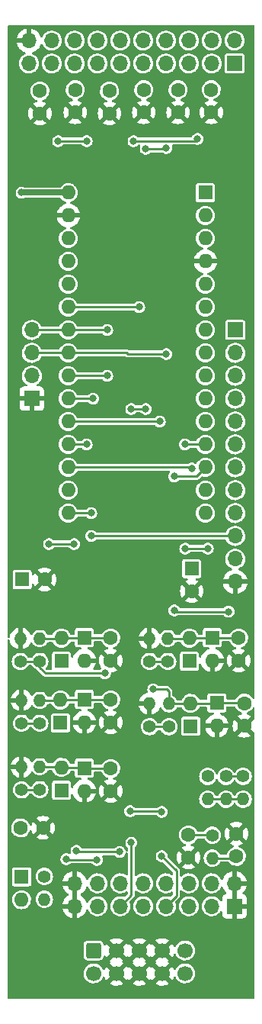
<source format=gbl>
%TF.GenerationSoftware,KiCad,Pcbnew,(6.0.1)*%
%TF.CreationDate,2022-11-20T20:42:09-05:00*%
%TF.ProjectId,ER-PROTO-02-MOZZI-DB,45522d50-524f-4544-9f2d-30322d4d4f5a,1*%
%TF.SameCoordinates,Original*%
%TF.FileFunction,Copper,L2,Bot*%
%TF.FilePolarity,Positive*%
%FSLAX46Y46*%
G04 Gerber Fmt 4.6, Leading zero omitted, Abs format (unit mm)*
G04 Created by KiCad (PCBNEW (6.0.1)) date 2022-11-20 20:42:09*
%MOMM*%
%LPD*%
G01*
G04 APERTURE LIST*
G04 Aperture macros list*
%AMRoundRect*
0 Rectangle with rounded corners*
0 $1 Rounding radius*
0 $2 $3 $4 $5 $6 $7 $8 $9 X,Y pos of 4 corners*
0 Add a 4 corners polygon primitive as box body*
4,1,4,$2,$3,$4,$5,$6,$7,$8,$9,$2,$3,0*
0 Add four circle primitives for the rounded corners*
1,1,$1+$1,$2,$3*
1,1,$1+$1,$4,$5*
1,1,$1+$1,$6,$7*
1,1,$1+$1,$8,$9*
0 Add four rect primitives between the rounded corners*
20,1,$1+$1,$2,$3,$4,$5,0*
20,1,$1+$1,$4,$5,$6,$7,0*
20,1,$1+$1,$6,$7,$8,$9,0*
20,1,$1+$1,$8,$9,$2,$3,0*%
G04 Aperture macros list end*
%TA.AperFunction,ComponentPad*%
%ADD10R,1.600000X1.600000*%
%TD*%
%TA.AperFunction,ComponentPad*%
%ADD11O,1.600000X1.600000*%
%TD*%
%TA.AperFunction,ComponentPad*%
%ADD12C,1.600000*%
%TD*%
%TA.AperFunction,ComponentPad*%
%ADD13C,1.400000*%
%TD*%
%TA.AperFunction,ComponentPad*%
%ADD14O,1.400000X1.400000*%
%TD*%
%TA.AperFunction,ComponentPad*%
%ADD15R,1.700000X1.700000*%
%TD*%
%TA.AperFunction,ComponentPad*%
%ADD16O,1.700000X1.700000*%
%TD*%
%TA.AperFunction,ComponentPad*%
%ADD17RoundRect,0.250000X-0.600000X0.600000X-0.600000X-0.600000X0.600000X-0.600000X0.600000X0.600000X0*%
%TD*%
%TA.AperFunction,ComponentPad*%
%ADD18C,1.700000*%
%TD*%
%TA.AperFunction,ViaPad*%
%ADD19C,0.800000*%
%TD*%
%TA.AperFunction,Conductor*%
%ADD20C,0.254000*%
%TD*%
%TA.AperFunction,Conductor*%
%ADD21C,0.635000*%
%TD*%
%TA.AperFunction,Conductor*%
%ADD22C,0.250000*%
%TD*%
G04 APERTURE END LIST*
D10*
%TO.P,D2,1,K*%
%TO.N,+5V*%
X118999000Y-80800686D03*
D11*
%TO.P,D2,2,A*%
%TO.N,/ANA4*%
X118999000Y-78260686D03*
%TD*%
D10*
%TO.P,D6,1,K*%
%TO.N,+5V*%
X119126000Y-88039686D03*
D11*
%TO.P,D6,2,A*%
%TO.N,/ANA6*%
X119126000Y-85499686D03*
%TD*%
D12*
%TO.P,C1,1*%
%TO.N,/POT6-2*%
X121412000Y-17419000D03*
%TO.P,C1,2*%
%TO.N,GND*%
X121412000Y-19919000D03*
%TD*%
D13*
%TO.P,R2,1*%
%TO.N,/J2-T*%
X114554000Y-80849000D03*
D14*
%TO.P,R2,2*%
%TO.N,GND*%
X114554000Y-78309000D03*
%TD*%
D12*
%TO.P,C13,1*%
%TO.N,/ANA7*%
X110236000Y-92729990D03*
%TO.P,C13,2*%
%TO.N,GND*%
X110236000Y-95229990D03*
%TD*%
%TO.P,C14,1*%
%TO.N,+12P*%
X100223000Y-99314000D03*
%TO.P,C14,2*%
%TO.N,GND*%
X102723000Y-99314000D03*
%TD*%
D13*
%TO.P,R10,1*%
%TO.N,/D10*%
X123063000Y-93599000D03*
D14*
%TO.P,R10,2*%
%TO.N,Net-(C16-Pad1)*%
X123063000Y-96139000D03*
%TD*%
D13*
%TO.P,R3,1*%
%TO.N,/J1-T*%
X102362000Y-80849000D03*
D14*
%TO.P,R3,2*%
%TO.N,/ANA3*%
X102362000Y-78309000D03*
%TD*%
D13*
%TO.P,R7,1*%
%TO.N,/J3-T*%
X102362000Y-87707000D03*
D14*
%TO.P,R7,2*%
%TO.N,/ANA5*%
X102362000Y-85167000D03*
%TD*%
D12*
%TO.P,C4,1*%
%TO.N,/POT5-2*%
X110109000Y-17546000D03*
%TO.P,C4,2*%
%TO.N,GND*%
X110109000Y-20046000D03*
%TD*%
D13*
%TO.P,R15,1*%
%TO.N,Net-(D11-Pad1)*%
X102870000Y-104698013D03*
D14*
%TO.P,R15,2*%
%TO.N,+12P*%
X102870000Y-107238013D03*
%TD*%
D10*
%TO.P,D5,1,K*%
%TO.N,/ANA6*%
X122047000Y-85442315D03*
D11*
%TO.P,D5,2,A*%
%TO.N,GND*%
X122047000Y-87982315D03*
%TD*%
D13*
%TO.P,R13,1*%
%TO.N,/J5-T*%
X100330000Y-95096000D03*
D14*
%TO.P,R13,2*%
%TO.N,GND*%
X100330000Y-92556000D03*
%TD*%
D12*
%TO.P,C3,1*%
%TO.N,/POT2-2*%
X113919000Y-17419000D03*
%TO.P,C3,2*%
%TO.N,GND*%
X113919000Y-19919000D03*
%TD*%
D10*
%TO.P,A1,1,D1/TX*%
%TO.N,/D1_TX*%
X120766992Y-28829000D03*
D11*
%TO.P,A1,2,D0/RX*%
%TO.N,/D0_RX*%
X120766992Y-31369000D03*
%TO.P,A1,3,~{RESET}*%
%TO.N,unconnected-(A1-Pad3)*%
X120766992Y-33909000D03*
%TO.P,A1,4,GND*%
%TO.N,GND*%
X120766992Y-36449000D03*
%TO.P,A1,5,D2*%
%TO.N,unconnected-(A1-Pad5)*%
X120766992Y-38989000D03*
%TO.P,A1,6,D3*%
%TO.N,unconnected-(A1-Pad6)*%
X120766992Y-41529000D03*
%TO.P,A1,7,D4*%
%TO.N,unconnected-(A1-Pad7)*%
X120766992Y-44069000D03*
%TO.P,A1,8,D5*%
%TO.N,unconnected-(A1-Pad8)*%
X120766992Y-46609000D03*
%TO.P,A1,9,D6*%
%TO.N,/D6*%
X120766992Y-49149000D03*
%TO.P,A1,10,D7*%
%TO.N,/D7*%
X120766992Y-51689000D03*
%TO.P,A1,11,D8*%
%TO.N,/D8*%
X120766992Y-54229000D03*
%TO.P,A1,12,D9*%
%TO.N,/D9*%
X120766992Y-56769000D03*
%TO.P,A1,13,D10*%
%TO.N,/D10*%
X120766992Y-59309000D03*
%TO.P,A1,14,D11*%
%TO.N,/D11*%
X120766992Y-61849000D03*
%TO.P,A1,15,D12*%
%TO.N,/D12*%
X120766992Y-64389000D03*
%TO.P,A1,16,D13*%
%TO.N,/D13*%
X105526992Y-64389000D03*
%TO.P,A1,17,3V3*%
%TO.N,unconnected-(A1-Pad17)*%
X105526992Y-61849000D03*
%TO.P,A1,18,AREF*%
%TO.N,Net-(A1-Pad18)*%
X105526992Y-59309000D03*
%TO.P,A1,19,A0*%
%TO.N,/POT1-2*%
X105526992Y-56769000D03*
%TO.P,A1,20,A1*%
%TO.N,/POT2-2*%
X105526992Y-54229000D03*
%TO.P,A1,21,A2*%
%TO.N,/POT3-2*%
X105526992Y-51689000D03*
%TO.P,A1,22,A3*%
%TO.N,/ANA3*%
X105526992Y-49149000D03*
%TO.P,A1,23,A4*%
%TO.N,/ANA4*%
X105526992Y-46609000D03*
%TO.P,A1,24,A5*%
%TO.N,/ANA5*%
X105526992Y-44069000D03*
%TO.P,A1,25,A6*%
%TO.N,/ANA6*%
X105526992Y-41529000D03*
%TO.P,A1,26,A7*%
%TO.N,/ANA7*%
X105526992Y-38989000D03*
%TO.P,A1,27,+5V*%
%TO.N,+5V*%
X105526992Y-36449000D03*
%TO.P,A1,28,~{RESET}*%
%TO.N,unconnected-(A1-Pad28)*%
X105526992Y-33909000D03*
%TO.P,A1,29,GND*%
%TO.N,GND*%
X105526992Y-31369000D03*
%TO.P,A1,30,VIN*%
%TO.N,+12P*%
X105526992Y-28829000D03*
%TD*%
D13*
%TO.P,R4,1*%
%TO.N,/J1-T*%
X100203000Y-80849000D03*
D14*
%TO.P,R4,2*%
%TO.N,GND*%
X100203000Y-78309000D03*
%TD*%
D10*
%TO.P,D9,1,K*%
%TO.N,/ANA7*%
X107315000Y-92681315D03*
D11*
%TO.P,D9,2,A*%
%TO.N,GND*%
X107315000Y-95221315D03*
%TD*%
D13*
%TO.P,R14,1*%
%TO.N,Net-(C16-Pad1)*%
X121539000Y-100126000D03*
D14*
%TO.P,R14,2*%
%TO.N,/J6-R_N*%
X121539000Y-102666000D03*
%TD*%
D12*
%TO.P,C15,1*%
%TO.N,/J6-R_N*%
X124206000Y-102469010D03*
%TO.P,C15,2*%
%TO.N,GND*%
X124206000Y-99969010D03*
%TD*%
%TO.P,C10,1*%
%TO.N,/ANA3*%
X110236000Y-78252000D03*
%TO.P,C10,2*%
%TO.N,GND*%
X110236000Y-80752000D03*
%TD*%
D10*
%TO.P,D7,1,K*%
%TO.N,/ANA5*%
X107315000Y-85061315D03*
D11*
%TO.P,D7,2,A*%
%TO.N,GND*%
X107315000Y-87601315D03*
%TD*%
D13*
%TO.P,R6,1*%
%TO.N,/J4-T*%
X114554000Y-88088000D03*
D14*
%TO.P,R6,2*%
%TO.N,GND*%
X114554000Y-85548000D03*
%TD*%
D15*
%TO.P,J1,1,Pin_1*%
%TO.N,GND*%
X101473000Y-51689000D03*
D16*
%TO.P,J1,2,Pin_2*%
%TO.N,+5V*%
X101473000Y-49149000D03*
%TO.P,J1,3,Pin_3*%
%TO.N,/ANA4*%
X101473000Y-46609000D03*
%TO.P,J1,4,Pin_4*%
%TO.N,/ANA5*%
X101473000Y-44069000D03*
%TD*%
D12*
%TO.P,C11,1*%
%TO.N,/ANA6*%
X125095000Y-85491000D03*
%TO.P,C11,2*%
%TO.N,GND*%
X125095000Y-87991000D03*
%TD*%
D13*
%TO.P,R12,1*%
%TO.N,/J5-T*%
X102362000Y-95073000D03*
D14*
%TO.P,R12,2*%
%TO.N,/ANA7*%
X102362000Y-92533000D03*
%TD*%
D10*
%TO.P,D1,1,K*%
%TO.N,/ANA4*%
X121539000Y-78203315D03*
D11*
%TO.P,D1,2,A*%
%TO.N,GND*%
X121539000Y-80743315D03*
%TD*%
D12*
%TO.P,C12,1*%
%TO.N,/ANA5*%
X110236000Y-85110000D03*
%TO.P,C12,2*%
%TO.N,GND*%
X110236000Y-87610000D03*
%TD*%
D10*
%TO.P,C7,1*%
%TO.N,Net-(A1-Pad18)*%
X119253000Y-70549888D03*
D12*
%TO.P,C7,2*%
%TO.N,GND*%
X119253000Y-73049888D03*
%TD*%
D13*
%TO.P,R8,1*%
%TO.N,/J3-T*%
X100330000Y-87707000D03*
D14*
%TO.P,R8,2*%
%TO.N,GND*%
X100330000Y-85167000D03*
%TD*%
D17*
%TO.P,J9,1,Pin_1*%
%TO.N,-12V*%
X108331000Y-112912500D03*
D18*
%TO.P,J9,2,Pin_2*%
X108331000Y-115452500D03*
%TO.P,J9,3,Pin_3*%
%TO.N,GND*%
X110871000Y-112912500D03*
%TO.P,J9,4,Pin_4*%
X110871000Y-115452500D03*
%TO.P,J9,5,Pin_5*%
X113411000Y-112912500D03*
%TO.P,J9,6,Pin_6*%
X113411000Y-115452500D03*
%TO.P,J9,7,Pin_7*%
X115951000Y-112912500D03*
%TO.P,J9,8,Pin_8*%
X115951000Y-115452500D03*
%TO.P,J9,9,Pin_9*%
%TO.N,+12V*%
X118491000Y-112912500D03*
%TO.P,J9,10,Pin_10*%
X118491000Y-115452500D03*
%TD*%
D10*
%TO.P,D11,1,K*%
%TO.N,Net-(D11-Pad1)*%
X100330000Y-104746315D03*
D11*
%TO.P,D11,2,A*%
%TO.N,+12V*%
X100330000Y-107286315D03*
%TD*%
D10*
%TO.P,D10,1,K*%
%TO.N,+5V*%
X104775000Y-95151686D03*
D11*
%TO.P,D10,2,A*%
%TO.N,/ANA7*%
X104775000Y-92611686D03*
%TD*%
D12*
%TO.P,C16,1*%
%TO.N,Net-(C16-Pad1)*%
X118872000Y-100096000D03*
%TO.P,C16,2*%
%TO.N,GND*%
X118872000Y-102596000D03*
%TD*%
%TO.P,C2,1*%
%TO.N,/POT4-2*%
X117729000Y-17419000D03*
%TO.P,C2,2*%
%TO.N,GND*%
X117729000Y-19919000D03*
%TD*%
D15*
%TO.P,J10,1,Pin_1*%
%TO.N,/D0_RX*%
X124079000Y-44069000D03*
D16*
%TO.P,J10,2,Pin_2*%
%TO.N,/D1_TX*%
X124079000Y-46609000D03*
%TO.P,J10,3,Pin_3*%
%TO.N,/D6*%
X124079000Y-49149000D03*
%TO.P,J10,4,Pin_4*%
%TO.N,/D7*%
X124079000Y-51689000D03*
%TO.P,J10,5,Pin_5*%
%TO.N,/D8*%
X124079000Y-54229000D03*
%TO.P,J10,6,Pin_6*%
%TO.N,/D9*%
X124079000Y-56769000D03*
%TO.P,J10,7,Pin_7*%
%TO.N,/D10*%
X124079000Y-59309000D03*
%TO.P,J10,8,Pin_8*%
%TO.N,/D11*%
X124079000Y-61849000D03*
%TO.P,J10,9,Pin_9*%
%TO.N,/D12*%
X124079000Y-64389000D03*
%TO.P,J10,10,Pin_10*%
%TO.N,/D13*%
X124079000Y-66929000D03*
%TO.P,J10,11,Pin_11*%
%TO.N,+5V*%
X124079000Y-69469000D03*
%TO.P,J10,12,Pin_12*%
%TO.N,GND*%
X124079000Y-72009000D03*
%TD*%
D12*
%TO.P,C6,1*%
%TO.N,/POT1-2*%
X102362000Y-17546000D03*
%TO.P,C6,2*%
%TO.N,GND*%
X102362000Y-20046000D03*
%TD*%
%TO.P,C5,1*%
%TO.N,/POT3-2*%
X106299000Y-17419000D03*
%TO.P,C5,2*%
%TO.N,GND*%
X106299000Y-19919000D03*
%TD*%
D10*
%TO.P,C8,1*%
%TO.N,+12P*%
X100394888Y-71755000D03*
D12*
%TO.P,C8,2*%
%TO.N,GND*%
X102894888Y-71755000D03*
%TD*%
D13*
%TO.P,R5,1*%
%TO.N,/J4-T*%
X116713000Y-88088000D03*
D14*
%TO.P,R5,2*%
%TO.N,/ANA6*%
X116713000Y-85548000D03*
%TD*%
D10*
%TO.P,D4,1,K*%
%TO.N,+5V*%
X104775000Y-80800686D03*
D11*
%TO.P,D4,2,A*%
%TO.N,/ANA3*%
X104775000Y-78260686D03*
%TD*%
D10*
%TO.P,D8,1,K*%
%TO.N,+5V*%
X104648000Y-87658686D03*
D11*
%TO.P,D8,2,A*%
%TO.N,/ANA5*%
X104648000Y-85118686D03*
%TD*%
D15*
%TO.P,J8,1,GND*%
%TO.N,+5V*%
X124000006Y-14499999D03*
D16*
%TO.P,J8,2,POT6_1_CW*%
%TO.N,/POT6-1*%
X124000006Y-11959999D03*
%TO.P,J8,3,POT6_2_W*%
%TO.N,/POT6-2*%
X121460006Y-14499999D03*
%TO.P,J8,4,POT6_3_CCW*%
%TO.N,/POT6-3*%
X121460006Y-11959999D03*
%TO.P,J8,5,POT4_1_CW*%
%TO.N,/POT4-1*%
X118920006Y-14499999D03*
%TO.P,J8,6,POT4_2_W*%
%TO.N,/POT4-2*%
X118920006Y-11959999D03*
%TO.P,J8,7,POT4_3_CCW*%
%TO.N,/POT4-3*%
X116380006Y-14499999D03*
%TO.P,J8,8,POT2_1_CW*%
%TO.N,/POT2-1*%
X116380006Y-11959999D03*
%TO.P,J8,9,POT2_2_W*%
%TO.N,/POT2-2*%
X113840006Y-14499999D03*
%TO.P,J8,10,POT2_3_CCW*%
%TO.N,/POT2-3*%
X113840006Y-11959999D03*
%TO.P,J8,11,POT5_1_CW*%
%TO.N,/POT5-1*%
X111300006Y-14499999D03*
%TO.P,J8,12,POT5_2_W*%
%TO.N,/POT5-2*%
X111300006Y-11959999D03*
%TO.P,J8,13,POT5_3_CCW*%
%TO.N,/POT5-3*%
X108760006Y-14499999D03*
%TO.P,J8,14,POT3_1_CW*%
%TO.N,/POT3-1*%
X108760006Y-11959999D03*
%TO.P,J8,15,POT3_2_W*%
%TO.N,/POT3-2*%
X106220006Y-14499999D03*
%TO.P,J8,16,POT3_3_CCW*%
%TO.N,/POT3-3*%
X106220006Y-11959999D03*
%TO.P,J8,17,POT1_1_CW*%
%TO.N,/POT1-1*%
X103680006Y-14499999D03*
%TO.P,J8,18,POT1_2_W*%
%TO.N,/POT1-2*%
X103680006Y-11959999D03*
%TO.P,J8,19,POT1_3_CCW*%
%TO.N,/POT1-3*%
X101140006Y-14499999D03*
%TO.P,J8,20,GND*%
%TO.N,GND*%
X101140006Y-11959999D03*
%TD*%
D15*
%TO.P,J7,1,GND*%
%TO.N,GND*%
X124000006Y-108000013D03*
D16*
%TO.P,J7,2,GND*%
X124000006Y-105460013D03*
%TO.P,J7,3,J6_R_N*%
%TO.N,/J6-R_N*%
X121460006Y-108000013D03*
%TO.P,J7,4,J6_T*%
X121460006Y-105460013D03*
%TO.P,J7,5,J4_R_N*%
%TO.N,/J4-R_N*%
X118920006Y-108000013D03*
%TO.P,J7,6,J4_T*%
%TO.N,/J4-T*%
X118920006Y-105460013D03*
%TO.P,J7,7,J2_R_N*%
%TO.N,/POT5-2*%
X116380006Y-108000013D03*
%TO.P,J7,8,J2_T*%
%TO.N,/J2-T*%
X116380006Y-105460013D03*
%TO.P,J7,9,J1_R_N*%
%TO.N,/POT4-2*%
X113840006Y-108000013D03*
%TO.P,J7,10,J1_T*%
%TO.N,/J1-T*%
X113840006Y-105460013D03*
%TO.P,J7,11,J3_R_N*%
%TO.N,/POT6-2*%
X111300006Y-108000013D03*
%TO.P,J7,12,J3_T*%
%TO.N,/J3-T*%
X111300006Y-105460013D03*
%TO.P,J7,13,J5_R_N*%
%TO.N,/J5-R_N*%
X108760006Y-108000013D03*
%TO.P,J7,14,J5_T*%
%TO.N,/J5-T*%
X108760006Y-105460013D03*
%TO.P,J7,15,GND*%
%TO.N,GND*%
X106220006Y-108000013D03*
%TO.P,J7,16,GND*%
X106220006Y-105460013D03*
%TD*%
D10*
%TO.P,D3,1,K*%
%TO.N,/ANA3*%
X107315000Y-78203315D03*
D11*
%TO.P,D3,2,A*%
%TO.N,GND*%
X107315000Y-80743315D03*
%TD*%
D13*
%TO.P,R1,1*%
%TO.N,/J2-T*%
X116586000Y-80849000D03*
D14*
%TO.P,R1,2*%
%TO.N,/ANA4*%
X116586000Y-78309000D03*
%TD*%
D13*
%TO.P,R9,1*%
%TO.N,/D10*%
X124968000Y-93599000D03*
D14*
%TO.P,R9,2*%
%TO.N,Net-(C16-Pad1)*%
X124968000Y-96139000D03*
%TD*%
D12*
%TO.P,C9,1*%
%TO.N,/ANA4*%
X124460000Y-78252000D03*
%TO.P,C9,2*%
%TO.N,GND*%
X124460000Y-80752000D03*
%TD*%
D13*
%TO.P,R11,1*%
%TO.N,/D9*%
X121031000Y-93599000D03*
D14*
%TO.P,R11,2*%
%TO.N,Net-(C16-Pad1)*%
X121031000Y-96139000D03*
%TD*%
D19*
%TO.N,/POT2-2*%
X115697000Y-54229000D03*
%TO.N,/POT3-2*%
X108295500Y-51689000D03*
%TO.N,/POT1-2*%
X107569000Y-56769000D03*
X104394000Y-23114000D03*
X107569000Y-23114000D03*
%TO.N,/J1-T*%
X109601000Y-82169000D03*
%TO.N,/J3-T*%
X111252000Y-101981000D03*
X106426000Y-101854000D03*
%TO.N,/ANA3*%
X109855000Y-49149000D03*
%TO.N,/ANA4*%
X116423500Y-46736000D03*
%TO.N,/ANA5*%
X109855000Y-44069000D03*
%TO.N,/J5-T*%
X105307322Y-102779207D03*
X108712000Y-102870000D03*
%TO.N,+12P*%
X100330000Y-28829000D03*
%TO.N,/ANA6*%
X113411000Y-41529000D03*
X114959989Y-83947000D03*
%TO.N,/ANA7*%
X103378000Y-67818000D03*
X106172000Y-67818000D03*
%TO.N,Net-(A1-Pad18)*%
X119253000Y-59436000D03*
%TO.N,/D13*%
X108077000Y-64389000D03*
X108077000Y-66929000D03*
%TO.N,/D10*%
X123333489Y-75327489D03*
X117312500Y-75184000D03*
X117312500Y-60325000D03*
%TO.N,/D9*%
X118491000Y-56769000D03*
X121031000Y-68326000D03*
X118526500Y-68326000D03*
%TO.N,/POT6-2*%
X112527164Y-100958736D03*
X119888000Y-22860000D03*
X112776000Y-23114000D03*
%TO.N,/POT4-2*%
X114137500Y-52832000D03*
X112522000Y-52832000D03*
X114137500Y-23967500D03*
X116423500Y-23876000D03*
%TO.N,/POT5-2*%
X115913980Y-102456285D03*
X115913980Y-97536000D03*
X112399983Y-97470009D03*
%TD*%
D20*
%TO.N,/POT2-2*%
X105526992Y-54229000D02*
X115697000Y-54229000D01*
%TO.N,/POT3-2*%
X108295500Y-51689000D02*
X105526992Y-51689000D01*
%TO.N,/POT1-2*%
X104394000Y-23114000D02*
X107569000Y-23114000D01*
X107569000Y-56769000D02*
X105526992Y-56769000D01*
%TO.N,/J1-T*%
X102362000Y-81534000D02*
X102997000Y-82169000D01*
X109601000Y-82169000D02*
X102997000Y-82169000D01*
X100203000Y-80849000D02*
X102362000Y-80849000D01*
X102362000Y-80849000D02*
X102362000Y-81534000D01*
%TO.N,/J2-T*%
X114554000Y-80849000D02*
X116586000Y-80849000D01*
%TO.N,/J3-T*%
X106553000Y-101981000D02*
X106426000Y-101854000D01*
X111252000Y-101981000D02*
X106553000Y-101981000D01*
X100330000Y-87707000D02*
X102362000Y-87707000D01*
%TO.N,/J4-T*%
X114554000Y-88088000D02*
X116713000Y-88088000D01*
%TO.N,/ANA3*%
X104775000Y-78260686D02*
X107257629Y-78260686D01*
X105526992Y-49149000D02*
X109855000Y-49149000D01*
X107315000Y-78203315D02*
X110187315Y-78203315D01*
X102362000Y-78309000D02*
X104726686Y-78309000D01*
%TO.N,/ANA4*%
X118999000Y-78260686D02*
X121481629Y-78260686D01*
X121539000Y-78203315D02*
X124411315Y-78203315D01*
X101473000Y-46609000D02*
X105526992Y-46609000D01*
X112141000Y-46736000D02*
X116423500Y-46736000D01*
X116586000Y-78309000D02*
X118950686Y-78309000D01*
X112014000Y-46609000D02*
X105526992Y-46609000D01*
X112014000Y-46609000D02*
X112141000Y-46736000D01*
%TO.N,/ANA5*%
X104648000Y-85118686D02*
X107257629Y-85118686D01*
X107315000Y-85061315D02*
X110187315Y-85061315D01*
X101473000Y-44069000D02*
X105526992Y-44069000D01*
X102362000Y-85167000D02*
X104599686Y-85167000D01*
X105526992Y-44069000D02*
X109855000Y-44069000D01*
%TO.N,/J6-R_N*%
X121539000Y-102666000D02*
X124009010Y-102666000D01*
%TO.N,/J5-T*%
X108712000Y-102870000D02*
X105398115Y-102870000D01*
X100330000Y-95096000D02*
X102339000Y-95096000D01*
X105398115Y-102870000D02*
X105307322Y-102779207D01*
D21*
%TO.N,+12P*%
X100330000Y-28829000D02*
X105527000Y-28829000D01*
D20*
%TO.N,/ANA6*%
X122047000Y-85442315D02*
X125046315Y-85442315D01*
X113411000Y-41529000D02*
X105526992Y-41529000D01*
X116713000Y-85548000D02*
X116713000Y-84201000D01*
X116459000Y-83947000D02*
X114959989Y-83947000D01*
X119126000Y-85499686D02*
X121989629Y-85499686D01*
X116713000Y-85548000D02*
X119077686Y-85548000D01*
X116713000Y-84201000D02*
X116459000Y-83947000D01*
%TO.N,/ANA7*%
X104775000Y-92611686D02*
X107245371Y-92611686D01*
X106172000Y-67818000D02*
X103378000Y-67818000D01*
X107315000Y-92681315D02*
X110187315Y-92681315D01*
X102362000Y-92533000D02*
X104696314Y-92533000D01*
%TO.N,Net-(A1-Pad18)*%
X119253000Y-59436000D02*
X119126000Y-59309000D01*
X119126000Y-59309000D02*
X105526992Y-59309000D01*
D22*
%TO.N,/D13*%
X105527000Y-64389000D02*
X108077000Y-64389000D01*
X124079000Y-66929000D02*
X108077000Y-66929000D01*
D20*
%TO.N,/D10*%
X119750992Y-60325000D02*
X120766992Y-59309000D01*
X123063000Y-93599000D02*
X124968000Y-93599000D01*
X117455989Y-75327489D02*
X117312500Y-75184000D01*
X123333489Y-75327489D02*
X117455989Y-75327489D01*
X117312500Y-60325000D02*
X119750992Y-60325000D01*
%TO.N,/D9*%
X121031000Y-68326000D02*
X118526500Y-68326000D01*
X118491000Y-56769000D02*
X120766992Y-56769000D01*
%TO.N,Net-(C16-Pad1)*%
X123063000Y-96139000D02*
X124968000Y-96139000D01*
X118872000Y-100096000D02*
X121509000Y-100096000D01*
X121031000Y-96139000D02*
X123063000Y-96139000D01*
D22*
%TO.N,/POT6-2*%
X119634000Y-23114000D02*
X119888000Y-22860000D01*
X112522000Y-106778019D02*
X112522000Y-100963900D01*
X111300006Y-108000013D02*
X112522000Y-106778019D01*
X112776000Y-23114000D02*
X119634000Y-23114000D01*
%TO.N,/POT4-2*%
X114137500Y-23967500D02*
X116332000Y-23967500D01*
X112522000Y-52832000D02*
X114137500Y-52832000D01*
X116332000Y-23967500D02*
X116423500Y-23876000D01*
%TO.N,/POT5-2*%
X112399983Y-97470009D02*
X115847989Y-97470009D01*
X115847989Y-97470009D02*
X115913980Y-97536000D01*
X117554517Y-104096822D02*
X117554517Y-106825502D01*
X115913980Y-102456285D02*
X117554517Y-104096822D01*
X117554517Y-106825502D02*
X116380006Y-108000013D01*
%TD*%
%TA.AperFunction,Conductor*%
%TO.N,GND*%
G36*
X126188121Y-10274002D02*
G01*
X126234614Y-10327658D01*
X126246000Y-10380000D01*
X126246000Y-84904121D01*
X126225998Y-84972242D01*
X126172342Y-85018735D01*
X126102068Y-85028839D01*
X126037488Y-84999345D01*
X126008752Y-84963279D01*
X125977565Y-84904625D01*
X125973674Y-84899855D01*
X125973672Y-84899851D01*
X125850758Y-84749143D01*
X125850755Y-84749140D01*
X125846863Y-84744368D01*
X125842114Y-84740439D01*
X125692271Y-84616478D01*
X125692266Y-84616475D01*
X125687522Y-84612550D01*
X125682103Y-84609620D01*
X125682100Y-84609618D01*
X125511032Y-84517122D01*
X125511027Y-84517120D01*
X125505612Y-84514192D01*
X125308063Y-84453040D01*
X125301938Y-84452396D01*
X125301937Y-84452396D01*
X125108526Y-84432068D01*
X125108524Y-84432068D01*
X125102397Y-84431424D01*
X124976229Y-84442906D01*
X124902591Y-84449607D01*
X124902590Y-84449607D01*
X124896450Y-84450166D01*
X124698066Y-84508554D01*
X124692601Y-84511411D01*
X124520261Y-84601508D01*
X124520257Y-84601511D01*
X124514801Y-84604363D01*
X124353635Y-84733943D01*
X124220708Y-84892360D01*
X124217742Y-84897756D01*
X124217736Y-84897764D01*
X124163996Y-84995516D01*
X124113651Y-85045575D01*
X124053582Y-85060815D01*
X123227499Y-85060815D01*
X123159378Y-85040813D01*
X123112885Y-84987157D01*
X123101499Y-84934815D01*
X123101499Y-84617249D01*
X123090114Y-84560008D01*
X123089156Y-84555189D01*
X123089155Y-84555187D01*
X123086734Y-84543014D01*
X123079583Y-84532311D01*
X123037377Y-84469147D01*
X123030484Y-84458831D01*
X122946301Y-84402581D01*
X122872067Y-84387815D01*
X122047134Y-84387815D01*
X121221934Y-84387816D01*
X121194518Y-84393269D01*
X121159874Y-84400159D01*
X121159872Y-84400160D01*
X121147699Y-84402581D01*
X121137379Y-84409476D01*
X121137378Y-84409477D01*
X121090697Y-84440669D01*
X121063516Y-84458831D01*
X121007266Y-84543014D01*
X120992500Y-84617248D01*
X120992500Y-84992186D01*
X120972498Y-85060307D01*
X120918842Y-85106800D01*
X120866500Y-85118186D01*
X120193207Y-85118186D01*
X120125086Y-85098184D01*
X120081956Y-85051340D01*
X120064620Y-85018735D01*
X120008565Y-84913311D01*
X120004674Y-84908541D01*
X120004672Y-84908537D01*
X119881758Y-84757829D01*
X119881755Y-84757826D01*
X119877863Y-84753054D01*
X119868664Y-84745444D01*
X119723271Y-84625164D01*
X119723266Y-84625161D01*
X119718522Y-84621236D01*
X119713103Y-84618306D01*
X119713100Y-84618304D01*
X119542032Y-84525808D01*
X119542027Y-84525806D01*
X119536612Y-84522878D01*
X119339063Y-84461726D01*
X119332938Y-84461082D01*
X119332937Y-84461082D01*
X119139526Y-84440754D01*
X119139524Y-84440754D01*
X119133397Y-84440110D01*
X119007229Y-84451592D01*
X118933591Y-84458293D01*
X118933590Y-84458293D01*
X118927450Y-84458852D01*
X118729066Y-84517240D01*
X118723601Y-84520097D01*
X118551261Y-84610194D01*
X118551257Y-84610197D01*
X118545801Y-84613049D01*
X118384635Y-84742629D01*
X118251708Y-84901046D01*
X118245136Y-84913000D01*
X118155054Y-85076857D01*
X118155052Y-85076861D01*
X118152082Y-85082264D01*
X118150218Y-85088141D01*
X118149361Y-85090140D01*
X118104139Y-85144871D01*
X118033551Y-85166500D01*
X117666945Y-85166500D01*
X117598824Y-85146498D01*
X117555694Y-85099653D01*
X117514764Y-85022674D01*
X117514762Y-85022671D01*
X117511870Y-85017232D01*
X117507980Y-85012462D01*
X117507977Y-85012458D01*
X117397457Y-84876948D01*
X117397454Y-84876945D01*
X117393562Y-84872173D01*
X117249332Y-84752855D01*
X117160570Y-84704861D01*
X117110162Y-84654867D01*
X117094500Y-84594026D01*
X117094500Y-84255135D01*
X117097086Y-84230836D01*
X117097154Y-84229398D01*
X117099345Y-84219220D01*
X117095373Y-84185658D01*
X117095021Y-84179680D01*
X117094928Y-84179688D01*
X117094500Y-84174510D01*
X117094500Y-84169308D01*
X117091312Y-84150154D01*
X117090477Y-84144289D01*
X117089525Y-84136240D01*
X117084418Y-84093093D01*
X117080433Y-84084794D01*
X117078922Y-84075717D01*
X117054442Y-84030349D01*
X117051761Y-84025086D01*
X117032873Y-83985750D01*
X117032870Y-83985746D01*
X117029440Y-83978602D01*
X117025830Y-83974308D01*
X117023898Y-83972376D01*
X117022111Y-83970427D01*
X117022082Y-83970374D01*
X117022212Y-83970255D01*
X117021711Y-83969687D01*
X117018612Y-83963943D01*
X116978806Y-83927147D01*
X116975239Y-83923717D01*
X116767040Y-83715517D01*
X116751686Y-83696506D01*
X116750720Y-83695444D01*
X116745071Y-83686696D01*
X116736896Y-83680252D01*
X116736894Y-83680249D01*
X116718528Y-83665771D01*
X116714053Y-83661794D01*
X116713992Y-83661865D01*
X116710035Y-83658512D01*
X116706352Y-83654829D01*
X116690561Y-83643545D01*
X116685815Y-83639982D01*
X116653507Y-83614512D01*
X116653506Y-83614511D01*
X116645330Y-83608066D01*
X116636643Y-83605015D01*
X116629157Y-83599666D01*
X116619181Y-83596683D01*
X116619180Y-83596682D01*
X116579789Y-83584902D01*
X116574157Y-83583072D01*
X116525498Y-83565984D01*
X116519909Y-83565500D01*
X116517198Y-83565500D01*
X116514531Y-83565385D01*
X116514468Y-83565366D01*
X116514475Y-83565192D01*
X116513729Y-83565145D01*
X116507476Y-83563275D01*
X116458692Y-83565192D01*
X116453322Y-83565403D01*
X116448375Y-83565500D01*
X115558272Y-83565500D01*
X115490151Y-83545498D01*
X115463757Y-83522824D01*
X115458843Y-83517250D01*
X115454542Y-83510992D01*
X115336264Y-83405611D01*
X115328878Y-83401700D01*
X115202977Y-83335039D01*
X115202978Y-83335039D01*
X115196263Y-83331484D01*
X115042622Y-83292892D01*
X115035023Y-83292852D01*
X115035022Y-83292852D01*
X114969170Y-83292507D01*
X114884210Y-83292062D01*
X114876830Y-83293834D01*
X114876828Y-83293834D01*
X114737552Y-83327271D01*
X114737549Y-83327272D01*
X114730173Y-83329043D01*
X114589403Y-83401700D01*
X114470028Y-83505838D01*
X114378939Y-83635444D01*
X114321395Y-83783037D01*
X114320403Y-83790570D01*
X114320403Y-83790571D01*
X114302423Y-83927147D01*
X114300718Y-83940096D01*
X114308084Y-84006815D01*
X114317230Y-84089654D01*
X114318102Y-84097553D01*
X114320712Y-84104684D01*
X114320712Y-84104686D01*
X114328443Y-84125812D01*
X114350344Y-84185658D01*
X114358428Y-84207749D01*
X114363054Y-84278595D01*
X114328644Y-84340695D01*
X114272714Y-84372757D01*
X114144571Y-84407093D01*
X114134277Y-84410841D01*
X113952677Y-84495521D01*
X113943189Y-84500998D01*
X113779058Y-84615925D01*
X113770650Y-84622981D01*
X113628981Y-84764650D01*
X113621925Y-84773058D01*
X113506998Y-84937189D01*
X113501521Y-84946677D01*
X113416842Y-85128273D01*
X113413092Y-85138577D01*
X113376134Y-85276503D01*
X113376470Y-85290599D01*
X113384412Y-85294000D01*
X114682000Y-85294000D01*
X114750121Y-85314002D01*
X114796614Y-85367658D01*
X114808000Y-85420000D01*
X114808000Y-86712439D01*
X114811973Y-86725970D01*
X114820522Y-86727199D01*
X114963423Y-86688908D01*
X114973727Y-86685158D01*
X115155323Y-86600479D01*
X115164811Y-86595002D01*
X115328942Y-86480075D01*
X115337350Y-86473019D01*
X115479019Y-86331350D01*
X115486075Y-86322942D01*
X115601002Y-86158811D01*
X115606477Y-86149327D01*
X115660635Y-86033184D01*
X115707552Y-85979899D01*
X115775829Y-85960438D01*
X115843789Y-85980980D01*
X115886897Y-86028841D01*
X115895664Y-86045900D01*
X115906797Y-86067562D01*
X115910620Y-86072386D01*
X115910623Y-86072390D01*
X115960895Y-86135817D01*
X116023068Y-86214259D01*
X116027762Y-86218254D01*
X116160754Y-86331439D01*
X116165618Y-86335579D01*
X116170996Y-86338585D01*
X116170998Y-86338586D01*
X116226808Y-86369777D01*
X116329018Y-86426900D01*
X116507043Y-86484744D01*
X116692914Y-86506908D01*
X116699049Y-86506436D01*
X116699051Y-86506436D01*
X116873408Y-86493020D01*
X116873413Y-86493019D01*
X116879549Y-86492547D01*
X116885479Y-86490891D01*
X116885481Y-86490891D01*
X117053913Y-86443864D01*
X117053912Y-86443864D01*
X117059841Y-86442209D01*
X117078682Y-86432692D01*
X117149107Y-86397117D01*
X117226921Y-86357810D01*
X117241783Y-86346199D01*
X117369571Y-86246360D01*
X117369572Y-86246360D01*
X117374427Y-86242566D01*
X117475531Y-86125436D01*
X117492709Y-86105535D01*
X117492710Y-86105533D01*
X117496738Y-86100867D01*
X117535187Y-86033184D01*
X117557866Y-85993263D01*
X117608905Y-85943912D01*
X117667422Y-85929500D01*
X118084325Y-85929500D01*
X118152446Y-85949502D01*
X118196391Y-85997906D01*
X118232514Y-86068195D01*
X118232517Y-86068199D01*
X118235334Y-86073681D01*
X118363786Y-86235747D01*
X118368479Y-86239741D01*
X118368480Y-86239742D01*
X118502750Y-86354014D01*
X118521271Y-86369777D01*
X118701789Y-86470666D01*
X118898466Y-86534570D01*
X119103809Y-86559056D01*
X119109944Y-86558584D01*
X119109946Y-86558584D01*
X119303856Y-86543663D01*
X119303860Y-86543662D01*
X119309998Y-86543190D01*
X119509178Y-86487578D01*
X119514682Y-86484798D01*
X119514684Y-86484797D01*
X119688262Y-86397117D01*
X119688264Y-86397116D01*
X119693763Y-86394338D01*
X119856722Y-86267020D01*
X119860748Y-86262356D01*
X119860751Y-86262353D01*
X119987819Y-86115143D01*
X119987820Y-86115141D01*
X119991848Y-86110475D01*
X120058434Y-85993263D01*
X120085881Y-85944949D01*
X120136921Y-85895598D01*
X120195437Y-85881186D01*
X120866501Y-85881186D01*
X120934622Y-85901188D01*
X120981115Y-85954844D01*
X120992501Y-86007186D01*
X120992501Y-86267381D01*
X120995627Y-86283097D01*
X121003552Y-86322942D01*
X121007266Y-86341616D01*
X121014161Y-86351935D01*
X121014162Y-86351937D01*
X121029415Y-86374764D01*
X121063516Y-86425799D01*
X121073832Y-86432692D01*
X121120514Y-86463884D01*
X121147699Y-86482049D01*
X121221933Y-86496815D01*
X121580172Y-86496815D01*
X121648293Y-86516817D01*
X121694786Y-86570473D01*
X121704890Y-86640747D01*
X121675396Y-86705327D01*
X121612782Y-86744522D01*
X121603241Y-86747078D01*
X121592947Y-86750825D01*
X121395489Y-86842901D01*
X121385993Y-86848384D01*
X121207533Y-86973343D01*
X121199125Y-86980399D01*
X121045084Y-87134440D01*
X121038028Y-87142848D01*
X120913069Y-87321308D01*
X120907586Y-87330804D01*
X120815510Y-87528262D01*
X120811764Y-87538554D01*
X120765606Y-87710818D01*
X120765942Y-87724914D01*
X120773884Y-87728315D01*
X123314967Y-87728315D01*
X123328498Y-87724342D01*
X123329727Y-87715793D01*
X123282236Y-87538554D01*
X123278490Y-87528262D01*
X123186414Y-87330804D01*
X123180931Y-87321308D01*
X123055972Y-87142848D01*
X123048916Y-87134440D01*
X122894875Y-86980399D01*
X122886467Y-86973343D01*
X122708007Y-86848384D01*
X122698511Y-86842901D01*
X122501053Y-86750825D01*
X122490753Y-86747076D01*
X122481213Y-86744520D01*
X122420591Y-86707569D01*
X122389569Y-86643708D01*
X122397998Y-86573213D01*
X122443202Y-86518467D01*
X122513824Y-86496814D01*
X122872066Y-86496814D01*
X122907818Y-86489703D01*
X122934126Y-86484471D01*
X122934128Y-86484470D01*
X122946301Y-86482049D01*
X122956621Y-86475154D01*
X122956622Y-86475153D01*
X123020168Y-86432692D01*
X123030484Y-86425799D01*
X123086734Y-86341616D01*
X123101500Y-86267382D01*
X123101500Y-85949815D01*
X123121502Y-85881694D01*
X123175158Y-85835201D01*
X123227500Y-85823815D01*
X124003474Y-85823815D01*
X124071595Y-85843817D01*
X124115540Y-85892221D01*
X124120090Y-85901075D01*
X124201514Y-86059509D01*
X124201517Y-86059513D01*
X124204334Y-86064995D01*
X124332786Y-86227061D01*
X124337479Y-86231055D01*
X124337480Y-86231056D01*
X124481956Y-86354014D01*
X124490271Y-86361091D01*
X124670789Y-86461980D01*
X124750976Y-86488034D01*
X124752933Y-86488670D01*
X124811539Y-86528743D01*
X124839176Y-86594140D01*
X124827069Y-86664097D01*
X124779063Y-86716403D01*
X124746608Y-86730210D01*
X124651239Y-86755764D01*
X124640947Y-86759510D01*
X124443489Y-86851586D01*
X124433994Y-86857069D01*
X124381952Y-86893509D01*
X124373576Y-86903988D01*
X124380644Y-86917434D01*
X125082188Y-87618978D01*
X125096132Y-87626592D01*
X125097965Y-87626461D01*
X125104580Y-87622210D01*
X125810077Y-86916713D01*
X125816507Y-86904938D01*
X125807211Y-86892923D01*
X125756006Y-86857069D01*
X125746511Y-86851586D01*
X125549053Y-86759510D01*
X125538761Y-86755764D01*
X125446709Y-86731099D01*
X125386086Y-86694147D01*
X125355065Y-86630287D01*
X125363493Y-86559792D01*
X125408696Y-86505045D01*
X125445435Y-86488034D01*
X125472237Y-86480551D01*
X125472239Y-86480550D01*
X125478178Y-86478892D01*
X125483682Y-86476112D01*
X125483684Y-86476111D01*
X125657262Y-86388431D01*
X125657264Y-86388430D01*
X125662763Y-86385652D01*
X125825722Y-86258334D01*
X125829748Y-86253670D01*
X125829751Y-86253667D01*
X125956819Y-86106457D01*
X125956820Y-86106455D01*
X125960848Y-86101789D01*
X126010444Y-86014485D01*
X126061483Y-85965134D01*
X126131102Y-85951212D01*
X126197195Y-85977138D01*
X126238780Y-86034682D01*
X126246000Y-86076722D01*
X126246000Y-87159826D01*
X126225998Y-87227947D01*
X126178624Y-87271357D01*
X126168566Y-87276644D01*
X125467022Y-87978188D01*
X125459408Y-87992132D01*
X125459539Y-87993965D01*
X125463790Y-88000580D01*
X126169288Y-88706078D01*
X126180386Y-88712138D01*
X126230588Y-88762340D01*
X126246000Y-88822725D01*
X126246000Y-118120000D01*
X126225998Y-118188121D01*
X126172342Y-118234614D01*
X126120000Y-118246000D01*
X98880000Y-118246000D01*
X98811879Y-118225998D01*
X98765386Y-118172342D01*
X98754000Y-118120000D01*
X98754000Y-116577353D01*
X110110977Y-116577353D01*
X110116258Y-116584407D01*
X110277756Y-116678779D01*
X110287042Y-116683229D01*
X110486001Y-116759203D01*
X110495899Y-116762079D01*
X110704595Y-116804538D01*
X110714823Y-116805757D01*
X110927650Y-116813562D01*
X110937936Y-116813095D01*
X111149185Y-116786034D01*
X111159262Y-116783892D01*
X111363255Y-116722691D01*
X111372842Y-116718933D01*
X111564098Y-116625238D01*
X111572944Y-116619965D01*
X111620247Y-116586223D01*
X111627211Y-116577353D01*
X112650977Y-116577353D01*
X112656258Y-116584407D01*
X112817756Y-116678779D01*
X112827042Y-116683229D01*
X113026001Y-116759203D01*
X113035899Y-116762079D01*
X113244595Y-116804538D01*
X113254823Y-116805757D01*
X113467650Y-116813562D01*
X113477936Y-116813095D01*
X113689185Y-116786034D01*
X113699262Y-116783892D01*
X113903255Y-116722691D01*
X113912842Y-116718933D01*
X114104098Y-116625238D01*
X114112944Y-116619965D01*
X114160247Y-116586223D01*
X114167211Y-116577353D01*
X115190977Y-116577353D01*
X115196258Y-116584407D01*
X115357756Y-116678779D01*
X115367042Y-116683229D01*
X115566001Y-116759203D01*
X115575899Y-116762079D01*
X115784595Y-116804538D01*
X115794823Y-116805757D01*
X116007650Y-116813562D01*
X116017936Y-116813095D01*
X116229185Y-116786034D01*
X116239262Y-116783892D01*
X116443255Y-116722691D01*
X116452842Y-116718933D01*
X116644098Y-116625238D01*
X116652944Y-116619965D01*
X116700247Y-116586223D01*
X116708648Y-116575523D01*
X116701660Y-116562370D01*
X115963812Y-115824522D01*
X115949868Y-115816908D01*
X115948035Y-115817039D01*
X115941420Y-115821290D01*
X115197737Y-116564973D01*
X115190977Y-116577353D01*
X114167211Y-116577353D01*
X114168648Y-116575523D01*
X114161660Y-116562370D01*
X113423812Y-115824522D01*
X113409868Y-115816908D01*
X113408035Y-115817039D01*
X113401420Y-115821290D01*
X112657737Y-116564973D01*
X112650977Y-116577353D01*
X111627211Y-116577353D01*
X111628648Y-116575523D01*
X111621660Y-116562370D01*
X110883812Y-115824522D01*
X110869868Y-115816908D01*
X110868035Y-115817039D01*
X110861420Y-115821290D01*
X110117737Y-116564973D01*
X110110977Y-116577353D01*
X98754000Y-116577353D01*
X98754000Y-115423464D01*
X107222148Y-115423464D01*
X107235424Y-115626022D01*
X107236845Y-115631618D01*
X107236846Y-115631623D01*
X107257119Y-115711445D01*
X107285392Y-115822769D01*
X107287809Y-115828012D01*
X107325010Y-115908708D01*
X107370377Y-116007116D01*
X107373710Y-116011832D01*
X107474982Y-116155129D01*
X107487533Y-116172889D01*
X107632938Y-116314535D01*
X107801720Y-116427312D01*
X107807023Y-116429590D01*
X107807026Y-116429592D01*
X107895707Y-116467692D01*
X107988228Y-116507442D01*
X108061244Y-116523964D01*
X108180579Y-116550967D01*
X108180584Y-116550968D01*
X108186216Y-116552242D01*
X108191987Y-116552469D01*
X108191989Y-116552469D01*
X108251756Y-116554817D01*
X108389053Y-116560212D01*
X108489499Y-116545648D01*
X108584231Y-116531913D01*
X108584236Y-116531912D01*
X108589945Y-116531084D01*
X108595409Y-116529229D01*
X108595414Y-116529228D01*
X108776693Y-116467692D01*
X108776698Y-116467690D01*
X108782165Y-116465834D01*
X108959276Y-116366647D01*
X109021934Y-116314535D01*
X109110913Y-116240531D01*
X109115345Y-116236845D01*
X109180480Y-116158529D01*
X109241453Y-116085218D01*
X109241455Y-116085215D01*
X109245147Y-116080776D01*
X109344334Y-115903665D01*
X109346720Y-115896635D01*
X109347170Y-115895996D01*
X109348541Y-115892916D01*
X109349146Y-115893185D01*
X109387553Y-115838559D01*
X109453305Y-115811778D01*
X109523098Y-115824795D01*
X109574773Y-115873480D01*
X109582777Y-115889729D01*
X109652770Y-116062103D01*
X109657413Y-116071294D01*
X109737460Y-116201920D01*
X109747916Y-116211380D01*
X109756694Y-116207596D01*
X110498978Y-115465312D01*
X110505356Y-115453632D01*
X111235408Y-115453632D01*
X111235539Y-115455465D01*
X111239790Y-115462080D01*
X111981474Y-116203764D01*
X111993484Y-116210323D01*
X112005223Y-116201355D01*
X112039022Y-116154319D01*
X112040149Y-116155129D01*
X112087659Y-116111381D01*
X112157596Y-116099161D01*
X112223038Y-116126691D01*
X112250870Y-116158529D01*
X112277459Y-116201919D01*
X112287916Y-116211380D01*
X112296694Y-116207596D01*
X113038978Y-115465312D01*
X113045356Y-115453632D01*
X113775408Y-115453632D01*
X113775539Y-115455465D01*
X113779790Y-115462080D01*
X114521474Y-116203764D01*
X114533484Y-116210323D01*
X114545223Y-116201355D01*
X114579022Y-116154319D01*
X114580149Y-116155129D01*
X114627659Y-116111381D01*
X114697596Y-116099161D01*
X114763038Y-116126691D01*
X114790870Y-116158529D01*
X114817459Y-116201919D01*
X114827916Y-116211380D01*
X114836694Y-116207596D01*
X115578978Y-115465312D01*
X115585356Y-115453632D01*
X116315408Y-115453632D01*
X116315539Y-115455465D01*
X116319790Y-115462080D01*
X117061474Y-116203764D01*
X117073484Y-116210323D01*
X117085223Y-116201355D01*
X117116004Y-116158519D01*
X117121315Y-116149680D01*
X117215670Y-115958767D01*
X117219469Y-115949172D01*
X117236066Y-115894547D01*
X117275007Y-115835183D01*
X117339862Y-115806296D01*
X117410038Y-115817058D01*
X117463256Y-115864051D01*
X117471048Y-115878422D01*
X117530377Y-116007116D01*
X117533710Y-116011832D01*
X117634982Y-116155129D01*
X117647533Y-116172889D01*
X117792938Y-116314535D01*
X117961720Y-116427312D01*
X117967023Y-116429590D01*
X117967026Y-116429592D01*
X118055707Y-116467692D01*
X118148228Y-116507442D01*
X118221244Y-116523964D01*
X118340579Y-116550967D01*
X118340584Y-116550968D01*
X118346216Y-116552242D01*
X118351987Y-116552469D01*
X118351989Y-116552469D01*
X118411756Y-116554817D01*
X118549053Y-116560212D01*
X118649499Y-116545648D01*
X118744231Y-116531913D01*
X118744236Y-116531912D01*
X118749945Y-116531084D01*
X118755409Y-116529229D01*
X118755414Y-116529228D01*
X118936693Y-116467692D01*
X118936698Y-116467690D01*
X118942165Y-116465834D01*
X119119276Y-116366647D01*
X119181934Y-116314535D01*
X119270913Y-116240531D01*
X119275345Y-116236845D01*
X119340480Y-116158529D01*
X119401453Y-116085218D01*
X119401455Y-116085215D01*
X119405147Y-116080776D01*
X119504334Y-115903665D01*
X119506190Y-115898198D01*
X119506192Y-115898193D01*
X119567728Y-115716914D01*
X119567729Y-115716909D01*
X119569584Y-115711445D01*
X119570412Y-115705736D01*
X119570413Y-115705731D01*
X119598179Y-115514227D01*
X119598712Y-115510553D01*
X119600232Y-115452500D01*
X119581658Y-115250359D01*
X119580090Y-115244799D01*
X119528125Y-115060546D01*
X119528124Y-115060544D01*
X119526557Y-115054987D01*
X119515978Y-115033533D01*
X119439331Y-114878109D01*
X119436776Y-114872928D01*
X119315320Y-114710279D01*
X119166258Y-114572487D01*
X119161375Y-114569406D01*
X119161371Y-114569403D01*
X118999464Y-114467248D01*
X118994581Y-114464167D01*
X118806039Y-114388946D01*
X118800379Y-114387820D01*
X118800375Y-114387819D01*
X118612613Y-114350471D01*
X118612610Y-114350471D01*
X118606946Y-114349344D01*
X118601171Y-114349268D01*
X118601167Y-114349268D01*
X118499793Y-114347941D01*
X118403971Y-114346687D01*
X118398274Y-114347666D01*
X118398273Y-114347666D01*
X118209607Y-114380085D01*
X118203910Y-114381064D01*
X118013463Y-114451324D01*
X117839010Y-114555112D01*
X117834670Y-114558918D01*
X117834666Y-114558921D01*
X117814723Y-114576411D01*
X117686392Y-114688955D01*
X117682817Y-114693490D01*
X117682816Y-114693491D01*
X117676456Y-114701559D01*
X117560720Y-114848369D01*
X117558031Y-114853480D01*
X117558029Y-114853483D01*
X117468589Y-115023480D01*
X117419170Y-115074452D01*
X117350037Y-115090615D01*
X117283141Y-115066836D01*
X117243003Y-115012473D01*
X117240955Y-115013363D01*
X117153972Y-114813314D01*
X117149105Y-114804239D01*
X117084063Y-114703697D01*
X117073377Y-114694495D01*
X117063812Y-114698898D01*
X116323022Y-115439688D01*
X116315408Y-115453632D01*
X115585356Y-115453632D01*
X115586592Y-115451368D01*
X115586461Y-115449535D01*
X115582210Y-115442920D01*
X114840849Y-114701559D01*
X114829313Y-114695259D01*
X114817028Y-114704884D01*
X114784192Y-114753020D01*
X114729281Y-114798023D01*
X114658756Y-114806194D01*
X114595009Y-114774940D01*
X114574311Y-114750455D01*
X114544062Y-114703697D01*
X114533377Y-114694495D01*
X114523812Y-114698898D01*
X113783022Y-115439688D01*
X113775408Y-115453632D01*
X113045356Y-115453632D01*
X113046592Y-115451368D01*
X113046461Y-115449535D01*
X113042210Y-115442920D01*
X112300849Y-114701559D01*
X112289313Y-114695259D01*
X112277028Y-114704884D01*
X112244192Y-114753020D01*
X112189281Y-114798023D01*
X112118756Y-114806194D01*
X112055009Y-114774940D01*
X112034311Y-114750455D01*
X112004062Y-114703697D01*
X111993377Y-114694495D01*
X111983812Y-114698898D01*
X111243022Y-115439688D01*
X111235408Y-115453632D01*
X110505356Y-115453632D01*
X110506592Y-115451368D01*
X110506461Y-115449535D01*
X110502210Y-115442920D01*
X109760849Y-114701559D01*
X109749313Y-114695259D01*
X109737031Y-114704882D01*
X109689089Y-114775162D01*
X109684004Y-114784113D01*
X109594338Y-114977283D01*
X109590777Y-114986964D01*
X109586291Y-115003140D01*
X109548813Y-115063439D01*
X109484684Y-115093903D01*
X109414266Y-115084860D01*
X109359915Y-115039182D01*
X109351867Y-115025198D01*
X109279331Y-114878109D01*
X109276776Y-114872928D01*
X109155320Y-114710279D01*
X109006258Y-114572487D01*
X109001375Y-114569406D01*
X109001371Y-114569403D01*
X108839464Y-114467248D01*
X108834581Y-114464167D01*
X108646039Y-114388946D01*
X108640379Y-114387820D01*
X108640375Y-114387819D01*
X108452613Y-114350471D01*
X108452610Y-114350471D01*
X108446946Y-114349344D01*
X108441171Y-114349268D01*
X108441167Y-114349268D01*
X108339793Y-114347941D01*
X108243971Y-114346687D01*
X108238274Y-114347666D01*
X108238273Y-114347666D01*
X108049607Y-114380085D01*
X108043910Y-114381064D01*
X107853463Y-114451324D01*
X107679010Y-114555112D01*
X107674670Y-114558918D01*
X107674666Y-114558921D01*
X107654723Y-114576411D01*
X107526392Y-114688955D01*
X107522817Y-114693490D01*
X107522816Y-114693491D01*
X107516456Y-114701559D01*
X107400720Y-114848369D01*
X107398031Y-114853480D01*
X107398029Y-114853483D01*
X107385073Y-114878109D01*
X107306203Y-115028015D01*
X107246007Y-115221878D01*
X107222148Y-115423464D01*
X98754000Y-115423464D01*
X98754000Y-114037353D01*
X110110977Y-114037353D01*
X110116258Y-114044407D01*
X110163479Y-114072001D01*
X110212203Y-114123639D01*
X110225274Y-114193422D01*
X110198543Y-114259194D01*
X110158087Y-114292553D01*
X110149466Y-114297041D01*
X110140734Y-114302539D01*
X110120677Y-114317599D01*
X110112223Y-114328927D01*
X110118968Y-114341258D01*
X110858188Y-115080478D01*
X110872132Y-115088092D01*
X110873965Y-115087961D01*
X110880580Y-115083710D01*
X111624389Y-114339901D01*
X111631410Y-114327044D01*
X111624611Y-114317713D01*
X111620559Y-114315021D01*
X111583116Y-114294352D01*
X111533145Y-114243920D01*
X111518373Y-114174477D01*
X111543489Y-114108072D01*
X111570840Y-114081465D01*
X111620247Y-114046223D01*
X111627211Y-114037353D01*
X112650977Y-114037353D01*
X112656258Y-114044407D01*
X112703479Y-114072001D01*
X112752203Y-114123639D01*
X112765274Y-114193422D01*
X112738543Y-114259194D01*
X112698087Y-114292553D01*
X112689466Y-114297041D01*
X112680734Y-114302539D01*
X112660677Y-114317599D01*
X112652223Y-114328927D01*
X112658968Y-114341258D01*
X113398188Y-115080478D01*
X113412132Y-115088092D01*
X113413965Y-115087961D01*
X113420580Y-115083710D01*
X114164389Y-114339901D01*
X114171410Y-114327044D01*
X114164611Y-114317713D01*
X114160559Y-114315021D01*
X114123116Y-114294352D01*
X114073145Y-114243920D01*
X114058373Y-114174477D01*
X114083489Y-114108072D01*
X114110840Y-114081465D01*
X114160247Y-114046223D01*
X114167211Y-114037353D01*
X115190977Y-114037353D01*
X115196258Y-114044407D01*
X115243479Y-114072001D01*
X115292203Y-114123639D01*
X115305274Y-114193422D01*
X115278543Y-114259194D01*
X115238087Y-114292553D01*
X115229466Y-114297041D01*
X115220734Y-114302539D01*
X115200677Y-114317599D01*
X115192223Y-114328927D01*
X115198968Y-114341258D01*
X115938188Y-115080478D01*
X115952132Y-115088092D01*
X115953965Y-115087961D01*
X115960580Y-115083710D01*
X116704389Y-114339901D01*
X116711410Y-114327044D01*
X116704611Y-114317713D01*
X116700559Y-114315021D01*
X116663116Y-114294352D01*
X116613145Y-114243920D01*
X116598373Y-114174477D01*
X116623489Y-114108072D01*
X116650840Y-114081465D01*
X116700247Y-114046223D01*
X116708648Y-114035523D01*
X116701660Y-114022370D01*
X115963812Y-113284522D01*
X115949868Y-113276908D01*
X115948035Y-113277039D01*
X115941420Y-113281290D01*
X115197737Y-114024973D01*
X115190977Y-114037353D01*
X114167211Y-114037353D01*
X114168648Y-114035523D01*
X114161660Y-114022370D01*
X113423812Y-113284522D01*
X113409868Y-113276908D01*
X113408035Y-113277039D01*
X113401420Y-113281290D01*
X112657737Y-114024973D01*
X112650977Y-114037353D01*
X111627211Y-114037353D01*
X111628648Y-114035523D01*
X111621660Y-114022370D01*
X110883812Y-113284522D01*
X110869868Y-113276908D01*
X110868035Y-113277039D01*
X110861420Y-113281290D01*
X110117737Y-114024973D01*
X110110977Y-114037353D01*
X98754000Y-114037353D01*
X98754000Y-113560256D01*
X107226500Y-113560256D01*
X107233202Y-113621948D01*
X107235974Y-113629341D01*
X107235974Y-113629343D01*
X107238816Y-113636924D01*
X107283929Y-113757264D01*
X107289309Y-113764443D01*
X107289311Y-113764446D01*
X107333160Y-113822953D01*
X107370596Y-113872904D01*
X107377776Y-113878285D01*
X107479054Y-113954189D01*
X107479057Y-113954191D01*
X107486236Y-113959571D01*
X107565347Y-113989228D01*
X107614157Y-114007526D01*
X107614159Y-114007526D01*
X107621552Y-114010298D01*
X107629402Y-114011151D01*
X107629403Y-114011151D01*
X107679847Y-114016631D01*
X107683244Y-114017000D01*
X108978756Y-114017000D01*
X108982153Y-114016631D01*
X109032597Y-114011151D01*
X109032598Y-114011151D01*
X109040448Y-114010298D01*
X109047841Y-114007526D01*
X109047843Y-114007526D01*
X109096653Y-113989228D01*
X109175764Y-113959571D01*
X109182943Y-113954191D01*
X109182946Y-113954189D01*
X109284224Y-113878285D01*
X109291404Y-113872904D01*
X109328840Y-113822953D01*
X109372689Y-113764446D01*
X109372691Y-113764443D01*
X109378071Y-113757264D01*
X109423184Y-113636924D01*
X109426026Y-113629343D01*
X109426026Y-113629341D01*
X109428798Y-113621948D01*
X109431729Y-113594965D01*
X109458970Y-113529404D01*
X109517333Y-113488977D01*
X109588287Y-113486521D01*
X109649305Y-113522816D01*
X109664424Y-113542738D01*
X109737458Y-113661918D01*
X109747916Y-113671380D01*
X109756694Y-113667596D01*
X110498978Y-112925312D01*
X110505356Y-112913632D01*
X111235408Y-112913632D01*
X111235539Y-112915465D01*
X111239790Y-112922080D01*
X111981474Y-113663764D01*
X111993484Y-113670323D01*
X112005223Y-113661355D01*
X112039022Y-113614319D01*
X112040149Y-113615129D01*
X112087659Y-113571381D01*
X112157596Y-113559161D01*
X112223038Y-113586691D01*
X112250870Y-113618529D01*
X112277459Y-113661919D01*
X112287916Y-113671380D01*
X112296694Y-113667596D01*
X113038978Y-112925312D01*
X113045356Y-112913632D01*
X113775408Y-112913632D01*
X113775539Y-112915465D01*
X113779790Y-112922080D01*
X114521474Y-113663764D01*
X114533484Y-113670323D01*
X114545223Y-113661355D01*
X114579022Y-113614319D01*
X114580149Y-113615129D01*
X114627659Y-113571381D01*
X114697596Y-113559161D01*
X114763038Y-113586691D01*
X114790870Y-113618529D01*
X114817459Y-113661919D01*
X114827916Y-113671380D01*
X114836694Y-113667596D01*
X115578978Y-112925312D01*
X115585356Y-112913632D01*
X116315408Y-112913632D01*
X116315539Y-112915465D01*
X116319790Y-112922080D01*
X117061474Y-113663764D01*
X117073484Y-113670323D01*
X117085223Y-113661355D01*
X117116004Y-113618519D01*
X117121315Y-113609680D01*
X117215670Y-113418767D01*
X117219469Y-113409172D01*
X117236066Y-113354547D01*
X117275007Y-113295183D01*
X117339862Y-113266296D01*
X117410038Y-113277058D01*
X117463256Y-113324051D01*
X117471048Y-113338422D01*
X117530377Y-113467116D01*
X117533710Y-113471832D01*
X117639801Y-113621948D01*
X117647533Y-113632889D01*
X117792938Y-113774535D01*
X117961720Y-113887312D01*
X117967023Y-113889590D01*
X117967026Y-113889592D01*
X118142921Y-113965162D01*
X118148228Y-113967442D01*
X118221244Y-113983964D01*
X118340579Y-114010967D01*
X118340584Y-114010968D01*
X118346216Y-114012242D01*
X118351987Y-114012469D01*
X118351989Y-114012469D01*
X118411756Y-114014817D01*
X118549053Y-114020212D01*
X118649499Y-114005648D01*
X118744231Y-113991913D01*
X118744236Y-113991912D01*
X118749945Y-113991084D01*
X118755409Y-113989229D01*
X118755414Y-113989228D01*
X118936693Y-113927692D01*
X118936698Y-113927690D01*
X118942165Y-113925834D01*
X119119276Y-113826647D01*
X119181934Y-113774535D01*
X119270913Y-113700531D01*
X119275345Y-113696845D01*
X119340480Y-113618529D01*
X119401453Y-113545218D01*
X119401455Y-113545215D01*
X119405147Y-113540776D01*
X119504334Y-113363665D01*
X119506190Y-113358198D01*
X119506192Y-113358193D01*
X119567728Y-113176914D01*
X119567729Y-113176909D01*
X119569584Y-113171445D01*
X119570412Y-113165736D01*
X119570413Y-113165731D01*
X119598179Y-112974227D01*
X119598712Y-112970553D01*
X119600232Y-112912500D01*
X119581658Y-112710359D01*
X119580090Y-112704799D01*
X119528125Y-112520546D01*
X119528124Y-112520544D01*
X119526557Y-112514987D01*
X119506031Y-112473363D01*
X119439331Y-112338109D01*
X119436776Y-112332928D01*
X119315320Y-112170279D01*
X119166258Y-112032487D01*
X119161375Y-112029406D01*
X119161371Y-112029403D01*
X118999464Y-111927248D01*
X118994581Y-111924167D01*
X118806039Y-111848946D01*
X118800379Y-111847820D01*
X118800375Y-111847819D01*
X118612613Y-111810471D01*
X118612610Y-111810471D01*
X118606946Y-111809344D01*
X118601171Y-111809268D01*
X118601167Y-111809268D01*
X118499793Y-111807941D01*
X118403971Y-111806687D01*
X118398274Y-111807666D01*
X118398273Y-111807666D01*
X118209607Y-111840085D01*
X118203910Y-111841064D01*
X118013463Y-111911324D01*
X117839010Y-112015112D01*
X117834670Y-112018918D01*
X117834666Y-112018921D01*
X117779004Y-112067736D01*
X117686392Y-112148955D01*
X117682817Y-112153490D01*
X117682816Y-112153491D01*
X117676456Y-112161559D01*
X117560720Y-112308369D01*
X117558031Y-112313480D01*
X117558029Y-112313483D01*
X117468589Y-112483480D01*
X117419170Y-112534452D01*
X117350037Y-112550615D01*
X117283141Y-112526836D01*
X117243003Y-112472473D01*
X117240955Y-112473363D01*
X117153972Y-112273314D01*
X117149105Y-112264239D01*
X117084063Y-112163697D01*
X117073377Y-112154495D01*
X117063812Y-112158898D01*
X116323022Y-112899688D01*
X116315408Y-112913632D01*
X115585356Y-112913632D01*
X115586592Y-112911368D01*
X115586461Y-112909535D01*
X115582210Y-112902920D01*
X114840849Y-112161559D01*
X114829313Y-112155259D01*
X114817028Y-112164884D01*
X114784192Y-112213020D01*
X114729281Y-112258023D01*
X114658756Y-112266194D01*
X114595009Y-112234940D01*
X114574311Y-112210455D01*
X114544062Y-112163697D01*
X114533377Y-112154495D01*
X114523812Y-112158898D01*
X113783022Y-112899688D01*
X113775408Y-112913632D01*
X113045356Y-112913632D01*
X113046592Y-112911368D01*
X113046461Y-112909535D01*
X113042210Y-112902920D01*
X112300849Y-112161559D01*
X112289313Y-112155259D01*
X112277028Y-112164884D01*
X112244192Y-112213020D01*
X112189281Y-112258023D01*
X112118756Y-112266194D01*
X112055009Y-112234940D01*
X112034311Y-112210455D01*
X112004062Y-112163697D01*
X111993377Y-112154495D01*
X111983812Y-112158898D01*
X111243022Y-112899688D01*
X111235408Y-112913632D01*
X110505356Y-112913632D01*
X110506592Y-112911368D01*
X110506461Y-112909535D01*
X110502210Y-112902920D01*
X109760849Y-112161559D01*
X109749313Y-112155259D01*
X109737031Y-112164882D01*
X109689089Y-112235162D01*
X109684002Y-112244117D01*
X109671461Y-112271135D01*
X109624638Y-112324503D01*
X109556395Y-112344084D01*
X109488399Y-112323661D01*
X109442238Y-112269719D01*
X109431910Y-112231696D01*
X109429651Y-112210902D01*
X109429651Y-112210900D01*
X109428798Y-112203052D01*
X109378071Y-112067736D01*
X109372691Y-112060557D01*
X109372689Y-112060554D01*
X109296785Y-111959276D01*
X109291404Y-111952096D01*
X109234336Y-111909326D01*
X109182946Y-111870811D01*
X109182943Y-111870809D01*
X109175764Y-111865429D01*
X109086046Y-111831796D01*
X109047843Y-111817474D01*
X109047841Y-111817474D01*
X109040448Y-111814702D01*
X109032598Y-111813849D01*
X109032597Y-111813849D01*
X108982153Y-111808369D01*
X108982152Y-111808369D01*
X108978756Y-111808000D01*
X107683244Y-111808000D01*
X107679848Y-111808369D01*
X107679847Y-111808369D01*
X107629403Y-111813849D01*
X107629402Y-111813849D01*
X107621552Y-111814702D01*
X107614159Y-111817474D01*
X107614157Y-111817474D01*
X107575954Y-111831796D01*
X107486236Y-111865429D01*
X107479057Y-111870809D01*
X107479054Y-111870811D01*
X107427664Y-111909326D01*
X107370596Y-111952096D01*
X107365215Y-111959276D01*
X107289311Y-112060554D01*
X107289309Y-112060557D01*
X107283929Y-112067736D01*
X107233202Y-112203052D01*
X107226500Y-112264744D01*
X107226500Y-113560256D01*
X98754000Y-113560256D01*
X98754000Y-111788927D01*
X110112223Y-111788927D01*
X110118968Y-111801258D01*
X110858188Y-112540478D01*
X110872132Y-112548092D01*
X110873965Y-112547961D01*
X110880580Y-112543710D01*
X111624389Y-111799901D01*
X111630382Y-111788927D01*
X112652223Y-111788927D01*
X112658968Y-111801258D01*
X113398188Y-112540478D01*
X113412132Y-112548092D01*
X113413965Y-112547961D01*
X113420580Y-112543710D01*
X114164389Y-111799901D01*
X114170382Y-111788927D01*
X115192223Y-111788927D01*
X115198968Y-111801258D01*
X115938188Y-112540478D01*
X115952132Y-112548092D01*
X115953965Y-112547961D01*
X115960580Y-112543710D01*
X116704389Y-111799901D01*
X116711410Y-111787044D01*
X116704611Y-111777713D01*
X116700554Y-111775018D01*
X116514117Y-111672099D01*
X116504705Y-111667869D01*
X116303959Y-111596780D01*
X116293989Y-111594146D01*
X116084327Y-111556801D01*
X116074073Y-111555831D01*
X115861116Y-111553228D01*
X115850832Y-111553948D01*
X115640321Y-111586161D01*
X115630293Y-111588550D01*
X115427868Y-111654712D01*
X115418359Y-111658709D01*
X115229466Y-111757040D01*
X115220734Y-111762539D01*
X115200677Y-111777599D01*
X115192223Y-111788927D01*
X114170382Y-111788927D01*
X114171410Y-111787044D01*
X114164611Y-111777713D01*
X114160554Y-111775018D01*
X113974117Y-111672099D01*
X113964705Y-111667869D01*
X113763959Y-111596780D01*
X113753989Y-111594146D01*
X113544327Y-111556801D01*
X113534073Y-111555831D01*
X113321116Y-111553228D01*
X113310832Y-111553948D01*
X113100321Y-111586161D01*
X113090293Y-111588550D01*
X112887868Y-111654712D01*
X112878359Y-111658709D01*
X112689466Y-111757040D01*
X112680734Y-111762539D01*
X112660677Y-111777599D01*
X112652223Y-111788927D01*
X111630382Y-111788927D01*
X111631410Y-111787044D01*
X111624611Y-111777713D01*
X111620554Y-111775018D01*
X111434117Y-111672099D01*
X111424705Y-111667869D01*
X111223959Y-111596780D01*
X111213989Y-111594146D01*
X111004327Y-111556801D01*
X110994073Y-111555831D01*
X110781116Y-111553228D01*
X110770832Y-111553948D01*
X110560321Y-111586161D01*
X110550293Y-111588550D01*
X110347868Y-111654712D01*
X110338359Y-111658709D01*
X110149466Y-111757040D01*
X110140734Y-111762539D01*
X110120677Y-111777599D01*
X110112223Y-111788927D01*
X98754000Y-111788927D01*
X98754000Y-107271521D01*
X99270501Y-107271521D01*
X99271743Y-107286315D01*
X99286023Y-107456356D01*
X99287806Y-107477593D01*
X99344807Y-107676381D01*
X99347625Y-107681863D01*
X99347626Y-107681867D01*
X99436514Y-107854824D01*
X99436517Y-107854828D01*
X99439334Y-107860310D01*
X99567786Y-108022376D01*
X99572479Y-108026370D01*
X99572480Y-108026371D01*
X99675334Y-108113906D01*
X99725271Y-108156406D01*
X99905789Y-108257295D01*
X100102466Y-108321199D01*
X100307809Y-108345685D01*
X100313944Y-108345213D01*
X100313946Y-108345213D01*
X100507856Y-108330292D01*
X100507860Y-108330291D01*
X100513998Y-108329819D01*
X100713178Y-108274207D01*
X100718682Y-108271427D01*
X100718684Y-108271426D01*
X100725508Y-108267979D01*
X104888263Y-108267979D01*
X104918571Y-108402459D01*
X104921651Y-108412288D01*
X105001776Y-108609616D01*
X105006419Y-108618807D01*
X105117700Y-108800401D01*
X105123783Y-108808712D01*
X105263219Y-108969680D01*
X105270586Y-108976896D01*
X105434440Y-109112929D01*
X105442887Y-109118844D01*
X105626762Y-109226292D01*
X105636048Y-109230742D01*
X105835007Y-109306716D01*
X105844905Y-109309592D01*
X105948256Y-109330619D01*
X105962305Y-109329423D01*
X105966006Y-109319078D01*
X105966006Y-109318530D01*
X106474006Y-109318530D01*
X106478070Y-109332372D01*
X106491484Y-109334406D01*
X106498190Y-109333547D01*
X106508268Y-109331405D01*
X106712261Y-109270204D01*
X106721848Y-109266446D01*
X106913101Y-109172752D01*
X106921951Y-109167477D01*
X107095334Y-109043805D01*
X107103206Y-109037152D01*
X107254058Y-108886825D01*
X107260736Y-108878978D01*
X107385009Y-108706033D01*
X107390319Y-108697196D01*
X107484676Y-108506280D01*
X107488475Y-108496685D01*
X107505072Y-108442060D01*
X107544013Y-108382696D01*
X107608868Y-108353809D01*
X107679044Y-108364571D01*
X107732262Y-108411564D01*
X107740054Y-108425935D01*
X107799383Y-108554629D01*
X107916539Y-108720402D01*
X108061944Y-108862048D01*
X108066748Y-108865258D01*
X108120986Y-108901499D01*
X108230726Y-108974825D01*
X108236029Y-108977103D01*
X108236032Y-108977105D01*
X108411927Y-109052675D01*
X108417234Y-109054955D01*
X108490250Y-109071477D01*
X108609585Y-109098480D01*
X108609590Y-109098481D01*
X108615222Y-109099755D01*
X108620993Y-109099982D01*
X108620995Y-109099982D01*
X108680762Y-109102330D01*
X108818059Y-109107725D01*
X108918505Y-109093161D01*
X109013237Y-109079426D01*
X109013242Y-109079425D01*
X109018951Y-109078597D01*
X109024415Y-109076742D01*
X109024420Y-109076741D01*
X109205699Y-109015205D01*
X109205704Y-109015203D01*
X109211171Y-109013347D01*
X109388282Y-108914160D01*
X109403501Y-108901503D01*
X109515702Y-108808185D01*
X109544351Y-108784358D01*
X109674153Y-108628289D01*
X109773340Y-108451178D01*
X109775196Y-108445711D01*
X109775198Y-108445706D01*
X109836734Y-108264427D01*
X109836735Y-108264422D01*
X109838590Y-108258958D01*
X109839418Y-108253249D01*
X109839419Y-108253244D01*
X109857368Y-108129447D01*
X109867718Y-108058066D01*
X109869238Y-108000013D01*
X109850664Y-107797872D01*
X109847180Y-107785520D01*
X109797131Y-107608059D01*
X109797130Y-107608057D01*
X109795563Y-107602500D01*
X109789936Y-107591088D01*
X109708337Y-107425622D01*
X109705782Y-107420441D01*
X109584326Y-107257792D01*
X109435264Y-107120000D01*
X109430381Y-107116919D01*
X109430377Y-107116916D01*
X109283233Y-107024076D01*
X109263587Y-107011680D01*
X109075045Y-106936459D01*
X109069385Y-106935333D01*
X109069381Y-106935332D01*
X108881619Y-106897984D01*
X108881616Y-106897984D01*
X108875952Y-106896857D01*
X108870177Y-106896781D01*
X108870173Y-106896781D01*
X108768799Y-106895454D01*
X108672977Y-106894200D01*
X108667280Y-106895179D01*
X108667279Y-106895179D01*
X108644257Y-106899135D01*
X108472916Y-106928577D01*
X108282469Y-106998837D01*
X108108016Y-107102625D01*
X108103676Y-107106431D01*
X108103672Y-107106434D01*
X107975890Y-107218497D01*
X107955398Y-107236468D01*
X107829726Y-107395882D01*
X107827037Y-107400993D01*
X107827035Y-107400996D01*
X107737595Y-107570993D01*
X107688176Y-107621965D01*
X107619043Y-107638128D01*
X107552147Y-107614349D01*
X107512009Y-107559986D01*
X107509961Y-107560876D01*
X107422978Y-107360827D01*
X107418111Y-107351752D01*
X107302432Y-107172939D01*
X107296142Y-107164770D01*
X107152812Y-107007253D01*
X107145279Y-107000228D01*
X106978145Y-106868235D01*
X106969558Y-106862530D01*
X106932122Y-106841864D01*
X106882152Y-106791432D01*
X106867380Y-106721989D01*
X106892496Y-106655584D01*
X106919848Y-106628977D01*
X107095333Y-106503805D01*
X107103206Y-106497152D01*
X107254058Y-106346825D01*
X107260736Y-106338978D01*
X107385009Y-106166033D01*
X107390319Y-106157196D01*
X107484676Y-105966280D01*
X107488475Y-105956685D01*
X107505072Y-105902060D01*
X107544013Y-105842696D01*
X107608868Y-105813809D01*
X107679044Y-105824571D01*
X107732262Y-105871564D01*
X107740054Y-105885935D01*
X107799383Y-106014629D01*
X107916539Y-106180402D01*
X107920681Y-106184437D01*
X107964767Y-106227383D01*
X108061944Y-106322048D01*
X108230726Y-106434825D01*
X108236029Y-106437103D01*
X108236032Y-106437105D01*
X108411927Y-106512675D01*
X108417234Y-106514955D01*
X108490250Y-106531477D01*
X108609585Y-106558480D01*
X108609590Y-106558481D01*
X108615222Y-106559755D01*
X108620993Y-106559982D01*
X108620995Y-106559982D01*
X108677091Y-106562186D01*
X108818059Y-106567725D01*
X108921347Y-106552749D01*
X109013237Y-106539426D01*
X109013242Y-106539425D01*
X109018951Y-106538597D01*
X109024415Y-106536742D01*
X109024420Y-106536741D01*
X109205699Y-106475205D01*
X109205704Y-106475203D01*
X109211171Y-106473347D01*
X109256548Y-106447935D01*
X109342716Y-106399678D01*
X109388282Y-106374160D01*
X109393294Y-106369992D01*
X109523443Y-106261747D01*
X109544351Y-106244358D01*
X109674153Y-106088289D01*
X109773340Y-105911178D01*
X109775196Y-105905711D01*
X109775198Y-105905706D01*
X109836734Y-105724427D01*
X109836735Y-105724422D01*
X109838590Y-105718958D01*
X109839418Y-105713249D01*
X109839419Y-105713244D01*
X109857368Y-105589447D01*
X109867718Y-105518066D01*
X109869238Y-105460013D01*
X109850664Y-105257872D01*
X109847180Y-105245520D01*
X109797131Y-105068059D01*
X109797130Y-105068057D01*
X109795563Y-105062500D01*
X109789936Y-105051088D01*
X109708337Y-104885622D01*
X109705782Y-104880441D01*
X109584326Y-104717792D01*
X109435264Y-104580000D01*
X109430381Y-104576919D01*
X109430377Y-104576916D01*
X109268470Y-104474761D01*
X109263587Y-104471680D01*
X109075045Y-104396459D01*
X109069385Y-104395333D01*
X109069381Y-104395332D01*
X108881619Y-104357984D01*
X108881616Y-104357984D01*
X108875952Y-104356857D01*
X108870177Y-104356781D01*
X108870173Y-104356781D01*
X108768799Y-104355454D01*
X108672977Y-104354200D01*
X108667280Y-104355179D01*
X108667279Y-104355179D01*
X108478613Y-104387598D01*
X108472916Y-104388577D01*
X108282469Y-104458837D01*
X108108016Y-104562625D01*
X108103676Y-104566431D01*
X108103672Y-104566434D01*
X107983095Y-104672178D01*
X107955398Y-104696468D01*
X107951823Y-104701003D01*
X107951822Y-104701004D01*
X107941681Y-104713868D01*
X107829726Y-104855882D01*
X107827037Y-104860993D01*
X107827035Y-104860996D01*
X107737595Y-105030993D01*
X107688176Y-105081965D01*
X107619043Y-105098128D01*
X107552147Y-105074349D01*
X107512009Y-105019986D01*
X107509961Y-105020876D01*
X107422978Y-104820827D01*
X107418111Y-104811752D01*
X107302432Y-104632939D01*
X107296142Y-104624770D01*
X107152812Y-104467253D01*
X107145279Y-104460228D01*
X106978145Y-104328235D01*
X106969558Y-104322530D01*
X106783123Y-104219612D01*
X106773711Y-104215382D01*
X106572965Y-104144293D01*
X106562994Y-104141659D01*
X106491843Y-104128985D01*
X106478546Y-104130445D01*
X106474006Y-104145002D01*
X106474006Y-109318530D01*
X105966006Y-109318530D01*
X105966006Y-108272128D01*
X105961531Y-108256889D01*
X105960141Y-108255684D01*
X105952458Y-108254013D01*
X104903231Y-108254013D01*
X104889700Y-108257986D01*
X104888263Y-108267979D01*
X100725508Y-108267979D01*
X100892262Y-108183746D01*
X100892264Y-108183745D01*
X100897763Y-108180967D01*
X101060722Y-108053649D01*
X101064748Y-108048985D01*
X101064751Y-108048982D01*
X101191819Y-107901772D01*
X101191820Y-107901770D01*
X101195848Y-107897104D01*
X101259237Y-107785520D01*
X101294950Y-107722655D01*
X101294952Y-107722651D01*
X101297995Y-107717294D01*
X101335335Y-107605046D01*
X101361325Y-107526916D01*
X101361326Y-107526913D01*
X101363270Y-107521068D01*
X101389189Y-107315901D01*
X101389602Y-107286315D01*
X101383553Y-107224622D01*
X101910975Y-107224622D01*
X101914052Y-107261268D01*
X101925357Y-107395882D01*
X101926639Y-107411152D01*
X101928338Y-107417077D01*
X101969317Y-107559986D01*
X101978235Y-107591088D01*
X101981050Y-107596565D01*
X101981051Y-107596568D01*
X102048545Y-107727898D01*
X102063797Y-107757575D01*
X102067620Y-107762399D01*
X102067623Y-107762403D01*
X102140876Y-107854824D01*
X102180068Y-107904272D01*
X102322618Y-108025592D01*
X102327996Y-108028598D01*
X102327998Y-108028599D01*
X102367366Y-108050601D01*
X102486018Y-108116913D01*
X102664043Y-108174757D01*
X102849914Y-108196921D01*
X102856049Y-108196449D01*
X102856051Y-108196449D01*
X103030408Y-108183033D01*
X103030413Y-108183032D01*
X103036549Y-108182560D01*
X103042479Y-108180904D01*
X103042481Y-108180904D01*
X103210913Y-108133877D01*
X103210912Y-108133877D01*
X103216841Y-108132222D01*
X103247148Y-108116913D01*
X103356370Y-108061740D01*
X103383921Y-108047823D01*
X103411379Y-108026371D01*
X103526571Y-107936373D01*
X103526572Y-107936373D01*
X103531427Y-107932579D01*
X103653738Y-107790880D01*
X103685939Y-107734196D01*
X104884395Y-107734196D01*
X104885918Y-107742620D01*
X104898298Y-107746013D01*
X105947891Y-107746013D01*
X105963130Y-107741538D01*
X105964335Y-107740148D01*
X105966006Y-107732465D01*
X105966006Y-105732128D01*
X105961531Y-105716889D01*
X105960141Y-105715684D01*
X105952458Y-105714013D01*
X104903231Y-105714013D01*
X104889700Y-105717986D01*
X104888263Y-105727979D01*
X104918571Y-105862459D01*
X104921651Y-105872288D01*
X105001776Y-106069616D01*
X105006419Y-106078807D01*
X105117700Y-106260401D01*
X105123783Y-106268712D01*
X105263219Y-106429680D01*
X105270586Y-106436896D01*
X105434440Y-106572929D01*
X105442887Y-106578844D01*
X105512485Y-106619514D01*
X105561209Y-106671153D01*
X105574280Y-106740936D01*
X105547549Y-106806707D01*
X105507093Y-106840066D01*
X105498468Y-106844555D01*
X105489744Y-106850049D01*
X105319439Y-106977918D01*
X105311732Y-106984761D01*
X105164596Y-107138730D01*
X105158110Y-107146740D01*
X105038104Y-107322662D01*
X105033006Y-107331636D01*
X104943344Y-107524796D01*
X104939781Y-107534483D01*
X104884395Y-107734196D01*
X103685939Y-107734196D01*
X103746198Y-107628121D01*
X103805283Y-107450504D01*
X103828744Y-107264793D01*
X103829118Y-107238013D01*
X103810852Y-107051719D01*
X103756749Y-106872522D01*
X103686784Y-106740936D01*
X103671764Y-106712687D01*
X103671762Y-106712684D01*
X103668870Y-106707245D01*
X103664980Y-106702475D01*
X103664977Y-106702471D01*
X103554457Y-106566961D01*
X103554454Y-106566958D01*
X103550562Y-106562186D01*
X103530955Y-106545965D01*
X103447126Y-106476616D01*
X103406332Y-106442868D01*
X103241673Y-106353837D01*
X103127012Y-106318344D01*
X103068744Y-106300307D01*
X103068741Y-106300306D01*
X103062857Y-106298485D01*
X103056732Y-106297841D01*
X103056731Y-106297841D01*
X102882824Y-106279562D01*
X102882823Y-106279562D01*
X102876696Y-106278918D01*
X102800143Y-106285885D01*
X102696418Y-106295325D01*
X102696415Y-106295326D01*
X102690279Y-106295884D01*
X102684373Y-106297622D01*
X102684369Y-106297623D01*
X102549075Y-106337442D01*
X102510708Y-106348734D01*
X102344822Y-106435457D01*
X102340022Y-106439317D01*
X102340021Y-106439317D01*
X102308485Y-106464673D01*
X102198940Y-106552749D01*
X102078619Y-106696143D01*
X102075655Y-106701535D01*
X102075652Y-106701539D01*
X102038062Y-106769915D01*
X101988441Y-106860176D01*
X101986580Y-106866043D01*
X101986579Y-106866045D01*
X101938048Y-107019034D01*
X101931841Y-107038601D01*
X101910975Y-107224622D01*
X101383553Y-107224622D01*
X101369422Y-107080504D01*
X101309651Y-106882532D01*
X101251084Y-106772384D01*
X101215459Y-106705382D01*
X101215457Y-106705379D01*
X101212565Y-106699940D01*
X101208674Y-106695170D01*
X101208672Y-106695166D01*
X101085758Y-106544458D01*
X101085755Y-106544455D01*
X101081863Y-106539683D01*
X101074966Y-106533977D01*
X100927271Y-106411793D01*
X100927266Y-106411790D01*
X100922522Y-106407865D01*
X100917103Y-106404935D01*
X100917100Y-106404933D01*
X100746032Y-106312437D01*
X100746027Y-106312435D01*
X100740612Y-106309507D01*
X100543063Y-106248355D01*
X100536938Y-106247711D01*
X100536937Y-106247711D01*
X100343526Y-106227383D01*
X100343524Y-106227383D01*
X100337397Y-106226739D01*
X100211229Y-106238221D01*
X100137591Y-106244922D01*
X100137590Y-106244922D01*
X100131450Y-106245481D01*
X99933066Y-106303869D01*
X99927601Y-106306726D01*
X99755261Y-106396823D01*
X99755257Y-106396826D01*
X99749801Y-106399678D01*
X99588635Y-106529258D01*
X99455708Y-106687675D01*
X99356082Y-106868893D01*
X99354219Y-106874766D01*
X99323519Y-106971547D01*
X99293553Y-107066011D01*
X99292867Y-107072128D01*
X99292866Y-107072132D01*
X99273924Y-107241004D01*
X99270501Y-107271521D01*
X98754000Y-107271521D01*
X98754000Y-103921248D01*
X99275500Y-103921248D01*
X99275501Y-105571381D01*
X99290266Y-105645616D01*
X99297161Y-105655935D01*
X99297162Y-105655937D01*
X99297504Y-105656449D01*
X99346516Y-105729799D01*
X99430699Y-105786049D01*
X99504933Y-105800815D01*
X100329866Y-105800815D01*
X101155066Y-105800814D01*
X101190818Y-105793703D01*
X101217126Y-105788471D01*
X101217128Y-105788470D01*
X101229301Y-105786049D01*
X101239621Y-105779154D01*
X101239622Y-105779153D01*
X101303168Y-105736692D01*
X101313484Y-105729799D01*
X101369734Y-105645616D01*
X101384500Y-105571382D01*
X101384499Y-104684622D01*
X101910975Y-104684622D01*
X101914052Y-104721268D01*
X101925357Y-104855882D01*
X101926639Y-104871152D01*
X101928338Y-104877077D01*
X101969317Y-105019986D01*
X101978235Y-105051088D01*
X101981050Y-105056565D01*
X101981051Y-105056568D01*
X102051782Y-105194196D01*
X102063797Y-105217575D01*
X102067620Y-105222399D01*
X102067623Y-105222403D01*
X102173539Y-105356034D01*
X102180068Y-105364272D01*
X102322618Y-105485592D01*
X102327996Y-105488598D01*
X102327998Y-105488599D01*
X102362396Y-105507823D01*
X102486018Y-105576913D01*
X102664043Y-105634757D01*
X102849914Y-105656921D01*
X102856049Y-105656449D01*
X102856051Y-105656449D01*
X103030408Y-105643033D01*
X103030413Y-105643032D01*
X103036549Y-105642560D01*
X103042479Y-105640904D01*
X103042481Y-105640904D01*
X103210913Y-105593877D01*
X103210912Y-105593877D01*
X103216841Y-105592222D01*
X103246081Y-105577452D01*
X103356370Y-105521740D01*
X103383921Y-105507823D01*
X103412376Y-105485592D01*
X103526571Y-105396373D01*
X103526572Y-105396373D01*
X103531427Y-105392579D01*
X103653738Y-105250880D01*
X103685939Y-105194196D01*
X104884395Y-105194196D01*
X104885918Y-105202620D01*
X104898298Y-105206013D01*
X105947891Y-105206013D01*
X105963130Y-105201538D01*
X105964335Y-105200148D01*
X105966006Y-105192465D01*
X105966006Y-104143115D01*
X105962088Y-104129771D01*
X105947812Y-104127784D01*
X105909330Y-104133673D01*
X105899294Y-104136064D01*
X105696874Y-104202225D01*
X105687365Y-104206222D01*
X105498469Y-104304555D01*
X105489744Y-104310049D01*
X105319439Y-104437918D01*
X105311732Y-104444761D01*
X105164596Y-104598730D01*
X105158110Y-104606740D01*
X105038104Y-104782662D01*
X105033006Y-104791636D01*
X104943344Y-104984796D01*
X104939781Y-104994483D01*
X104884395Y-105194196D01*
X103685939Y-105194196D01*
X103746198Y-105088121D01*
X103805283Y-104910504D01*
X103828744Y-104724793D01*
X103829118Y-104698013D01*
X103810852Y-104511719D01*
X103756749Y-104332522D01*
X103694465Y-104215382D01*
X103671764Y-104172687D01*
X103671762Y-104172684D01*
X103668870Y-104167245D01*
X103664980Y-104162475D01*
X103664977Y-104162471D01*
X103554457Y-104026961D01*
X103554454Y-104026958D01*
X103550562Y-104022186D01*
X103406332Y-103902868D01*
X103241673Y-103813837D01*
X103110223Y-103773147D01*
X103068744Y-103760307D01*
X103068741Y-103760306D01*
X103062857Y-103758485D01*
X103056732Y-103757841D01*
X103056731Y-103757841D01*
X102882824Y-103739562D01*
X102882823Y-103739562D01*
X102876696Y-103738918D01*
X102800143Y-103745885D01*
X102696418Y-103755325D01*
X102696415Y-103755326D01*
X102690279Y-103755884D01*
X102684373Y-103757622D01*
X102684369Y-103757623D01*
X102549075Y-103797442D01*
X102510708Y-103808734D01*
X102344822Y-103895457D01*
X102340022Y-103899317D01*
X102340021Y-103899317D01*
X102312744Y-103921248D01*
X102198940Y-104012749D01*
X102078619Y-104156143D01*
X102075655Y-104161535D01*
X102075652Y-104161539D01*
X102024813Y-104254016D01*
X101988441Y-104320176D01*
X101986580Y-104326043D01*
X101986579Y-104326045D01*
X101933703Y-104492731D01*
X101931841Y-104498601D01*
X101910975Y-104684622D01*
X101384499Y-104684622D01*
X101384499Y-103921249D01*
X101375418Y-103875590D01*
X101372156Y-103859189D01*
X101372155Y-103859187D01*
X101369734Y-103847014D01*
X101359192Y-103831236D01*
X101320377Y-103773147D01*
X101313484Y-103762831D01*
X101229301Y-103706581D01*
X101155067Y-103691815D01*
X100330134Y-103691815D01*
X99504934Y-103691816D01*
X99469182Y-103698927D01*
X99442874Y-103704159D01*
X99442872Y-103704160D01*
X99430699Y-103706581D01*
X99420379Y-103713476D01*
X99420378Y-103713477D01*
X99387548Y-103735414D01*
X99346516Y-103762831D01*
X99290266Y-103847014D01*
X99275500Y-103921248D01*
X98754000Y-103921248D01*
X98754000Y-102772303D01*
X104648051Y-102772303D01*
X104654345Y-102829312D01*
X104661289Y-102892204D01*
X104665435Y-102929760D01*
X104668045Y-102936891D01*
X104668045Y-102936893D01*
X104715841Y-103067502D01*
X104719875Y-103078526D01*
X104724111Y-103084829D01*
X104724111Y-103084830D01*
X104797335Y-103193798D01*
X104808230Y-103210012D01*
X104813849Y-103215125D01*
X104813850Y-103215126D01*
X104859876Y-103257006D01*
X104925398Y-103316626D01*
X105064615Y-103392215D01*
X105217844Y-103432414D01*
X105301799Y-103433733D01*
X105368641Y-103434783D01*
X105368644Y-103434783D01*
X105376238Y-103434902D01*
X105530654Y-103399536D01*
X105609526Y-103359868D01*
X105665394Y-103331770D01*
X105665397Y-103331768D01*
X105672177Y-103328358D01*
X105726820Y-103281689D01*
X105791609Y-103252658D01*
X105808650Y-103251500D01*
X108113868Y-103251500D01*
X108181989Y-103271502D01*
X108208941Y-103294902D01*
X108212908Y-103300805D01*
X108218526Y-103305917D01*
X108218527Y-103305918D01*
X108323275Y-103401231D01*
X108330076Y-103407419D01*
X108469293Y-103483008D01*
X108622522Y-103523207D01*
X108706477Y-103524526D01*
X108773319Y-103525576D01*
X108773322Y-103525576D01*
X108780916Y-103525695D01*
X108935332Y-103490329D01*
X109016341Y-103449586D01*
X109070072Y-103422563D01*
X109070075Y-103422561D01*
X109076855Y-103419151D01*
X109082626Y-103414222D01*
X109082629Y-103414220D01*
X109191536Y-103321204D01*
X109191536Y-103321203D01*
X109197314Y-103316269D01*
X109289755Y-103187624D01*
X109348842Y-103040641D01*
X109360242Y-102960539D01*
X109370581Y-102887891D01*
X109370581Y-102887888D01*
X109371162Y-102883807D01*
X109371307Y-102870000D01*
X109368290Y-102845064D01*
X109360398Y-102779853D01*
X109352276Y-102712733D01*
X109296280Y-102564546D01*
X109291979Y-102558288D01*
X109288459Y-102551555D01*
X109290067Y-102550714D01*
X109270964Y-102492402D01*
X109288847Y-102423694D01*
X109341038Y-102375562D01*
X109396904Y-102362500D01*
X110653868Y-102362500D01*
X110721989Y-102382502D01*
X110748941Y-102405902D01*
X110752908Y-102411805D01*
X110758526Y-102416917D01*
X110758527Y-102416918D01*
X110853005Y-102502886D01*
X110870076Y-102518419D01*
X111009293Y-102594008D01*
X111162522Y-102634207D01*
X111246477Y-102635526D01*
X111313319Y-102636576D01*
X111313322Y-102636576D01*
X111320916Y-102636695D01*
X111475332Y-102601329D01*
X111548468Y-102564546D01*
X111610072Y-102533563D01*
X111610075Y-102533561D01*
X111616855Y-102530151D01*
X111622626Y-102525222D01*
X111622629Y-102525220D01*
X111731536Y-102432204D01*
X111731536Y-102432203D01*
X111737314Y-102427269D01*
X111829755Y-102298624D01*
X111888842Y-102151641D01*
X111891757Y-102131158D01*
X111921157Y-102066535D01*
X111980828Y-102028066D01*
X112051825Y-102027964D01*
X112111606Y-102066262D01*
X112141192Y-102130800D01*
X112142500Y-102148911D01*
X112142500Y-104457034D01*
X112122498Y-104525155D01*
X112068842Y-104571648D01*
X111998568Y-104581752D01*
X111949265Y-104563596D01*
X111808470Y-104474761D01*
X111803587Y-104471680D01*
X111615045Y-104396459D01*
X111609385Y-104395333D01*
X111609381Y-104395332D01*
X111421619Y-104357984D01*
X111421616Y-104357984D01*
X111415952Y-104356857D01*
X111410177Y-104356781D01*
X111410173Y-104356781D01*
X111308799Y-104355454D01*
X111212977Y-104354200D01*
X111207280Y-104355179D01*
X111207279Y-104355179D01*
X111018613Y-104387598D01*
X111012916Y-104388577D01*
X110822469Y-104458837D01*
X110648016Y-104562625D01*
X110643676Y-104566431D01*
X110643672Y-104566434D01*
X110523095Y-104672178D01*
X110495398Y-104696468D01*
X110491823Y-104701003D01*
X110491822Y-104701004D01*
X110481681Y-104713868D01*
X110369726Y-104855882D01*
X110367037Y-104860993D01*
X110367035Y-104860996D01*
X110340988Y-104910504D01*
X110275209Y-105035528D01*
X110215013Y-105229391D01*
X110191154Y-105430977D01*
X110204430Y-105633535D01*
X110205851Y-105639131D01*
X110205852Y-105639136D01*
X110230629Y-105736692D01*
X110254398Y-105830282D01*
X110256815Y-105835525D01*
X110294016Y-105916221D01*
X110339383Y-106014629D01*
X110456539Y-106180402D01*
X110460681Y-106184437D01*
X110504767Y-106227383D01*
X110601944Y-106322048D01*
X110770726Y-106434825D01*
X110776029Y-106437103D01*
X110776032Y-106437105D01*
X110951927Y-106512675D01*
X110957234Y-106514955D01*
X111030250Y-106531477D01*
X111149585Y-106558480D01*
X111149590Y-106558481D01*
X111155222Y-106559755D01*
X111160993Y-106559982D01*
X111160995Y-106559982D01*
X111217091Y-106562186D01*
X111358059Y-106567725D01*
X111461347Y-106552749D01*
X111553237Y-106539426D01*
X111553242Y-106539425D01*
X111558951Y-106538597D01*
X111564415Y-106536742D01*
X111564420Y-106536741D01*
X111745699Y-106475205D01*
X111745704Y-106475203D01*
X111751171Y-106473347D01*
X111796548Y-106447935D01*
X111882716Y-106399678D01*
X111928282Y-106374160D01*
X111935929Y-106367800D01*
X112001093Y-106339619D01*
X112071148Y-106351141D01*
X112123853Y-106398709D01*
X112142500Y-106464673D01*
X112142500Y-106568635D01*
X112122498Y-106636756D01*
X112105595Y-106657730D01*
X111825150Y-106938175D01*
X111762838Y-106972201D01*
X111689366Y-106966110D01*
X111615045Y-106936459D01*
X111609385Y-106935333D01*
X111609381Y-106935332D01*
X111421619Y-106897984D01*
X111421616Y-106897984D01*
X111415952Y-106896857D01*
X111410177Y-106896781D01*
X111410173Y-106896781D01*
X111308799Y-106895454D01*
X111212977Y-106894200D01*
X111207280Y-106895179D01*
X111207279Y-106895179D01*
X111184257Y-106899135D01*
X111012916Y-106928577D01*
X110822469Y-106998837D01*
X110648016Y-107102625D01*
X110643676Y-107106431D01*
X110643672Y-107106434D01*
X110515890Y-107218497D01*
X110495398Y-107236468D01*
X110369726Y-107395882D01*
X110367037Y-107400993D01*
X110367035Y-107400996D01*
X110340988Y-107450504D01*
X110275209Y-107575528D01*
X110215013Y-107769391D01*
X110191154Y-107970977D01*
X110204430Y-108173535D01*
X110205851Y-108179131D01*
X110205852Y-108179136D01*
X110244242Y-108330292D01*
X110254398Y-108370282D01*
X110256815Y-108375525D01*
X110294016Y-108456221D01*
X110339383Y-108554629D01*
X110456539Y-108720402D01*
X110601944Y-108862048D01*
X110606748Y-108865258D01*
X110660986Y-108901499D01*
X110770726Y-108974825D01*
X110776029Y-108977103D01*
X110776032Y-108977105D01*
X110951927Y-109052675D01*
X110957234Y-109054955D01*
X111030250Y-109071477D01*
X111149585Y-109098480D01*
X111149590Y-109098481D01*
X111155222Y-109099755D01*
X111160993Y-109099982D01*
X111160995Y-109099982D01*
X111220762Y-109102330D01*
X111358059Y-109107725D01*
X111458505Y-109093161D01*
X111553237Y-109079426D01*
X111553242Y-109079425D01*
X111558951Y-109078597D01*
X111564415Y-109076742D01*
X111564420Y-109076741D01*
X111745699Y-109015205D01*
X111745704Y-109015203D01*
X111751171Y-109013347D01*
X111928282Y-108914160D01*
X111943501Y-108901503D01*
X112055702Y-108808185D01*
X112084351Y-108784358D01*
X112214153Y-108628289D01*
X112313340Y-108451178D01*
X112315196Y-108445711D01*
X112315198Y-108445706D01*
X112376734Y-108264427D01*
X112376735Y-108264422D01*
X112378590Y-108258958D01*
X112379418Y-108253249D01*
X112379419Y-108253244D01*
X112397368Y-108129447D01*
X112407718Y-108058066D01*
X112409238Y-108000013D01*
X112406570Y-107970977D01*
X112731154Y-107970977D01*
X112744430Y-108173535D01*
X112745851Y-108179131D01*
X112745852Y-108179136D01*
X112784242Y-108330292D01*
X112794398Y-108370282D01*
X112796815Y-108375525D01*
X112834016Y-108456221D01*
X112879383Y-108554629D01*
X112996539Y-108720402D01*
X113141944Y-108862048D01*
X113146748Y-108865258D01*
X113200986Y-108901499D01*
X113310726Y-108974825D01*
X113316029Y-108977103D01*
X113316032Y-108977105D01*
X113491927Y-109052675D01*
X113497234Y-109054955D01*
X113570250Y-109071477D01*
X113689585Y-109098480D01*
X113689590Y-109098481D01*
X113695222Y-109099755D01*
X113700993Y-109099982D01*
X113700995Y-109099982D01*
X113760762Y-109102330D01*
X113898059Y-109107725D01*
X113998505Y-109093161D01*
X114093237Y-109079426D01*
X114093242Y-109079425D01*
X114098951Y-109078597D01*
X114104415Y-109076742D01*
X114104420Y-109076741D01*
X114285699Y-109015205D01*
X114285704Y-109015203D01*
X114291171Y-109013347D01*
X114468282Y-108914160D01*
X114483501Y-108901503D01*
X114595702Y-108808185D01*
X114624351Y-108784358D01*
X114754153Y-108628289D01*
X114853340Y-108451178D01*
X114855196Y-108445711D01*
X114855198Y-108445706D01*
X114916734Y-108264427D01*
X114916735Y-108264422D01*
X114918590Y-108258958D01*
X114919418Y-108253249D01*
X114919419Y-108253244D01*
X114937368Y-108129447D01*
X114947718Y-108058066D01*
X114949238Y-108000013D01*
X114930664Y-107797872D01*
X114927180Y-107785520D01*
X114877131Y-107608059D01*
X114877130Y-107608057D01*
X114875563Y-107602500D01*
X114869936Y-107591088D01*
X114788337Y-107425622D01*
X114785782Y-107420441D01*
X114664326Y-107257792D01*
X114515264Y-107120000D01*
X114510381Y-107116919D01*
X114510377Y-107116916D01*
X114363233Y-107024076D01*
X114343587Y-107011680D01*
X114155045Y-106936459D01*
X114149385Y-106935333D01*
X114149381Y-106935332D01*
X113961619Y-106897984D01*
X113961616Y-106897984D01*
X113955952Y-106896857D01*
X113950177Y-106896781D01*
X113950173Y-106896781D01*
X113848799Y-106895454D01*
X113752977Y-106894200D01*
X113747280Y-106895179D01*
X113747279Y-106895179D01*
X113724257Y-106899135D01*
X113552916Y-106928577D01*
X113362469Y-106998837D01*
X113188016Y-107102625D01*
X113183676Y-107106431D01*
X113183672Y-107106434D01*
X113055890Y-107218497D01*
X113035398Y-107236468D01*
X112909726Y-107395882D01*
X112907037Y-107400993D01*
X112907035Y-107400996D01*
X112880988Y-107450504D01*
X112815209Y-107575528D01*
X112755013Y-107769391D01*
X112731154Y-107970977D01*
X112406570Y-107970977D01*
X112390664Y-107797872D01*
X112384250Y-107775128D01*
X112337130Y-107608057D01*
X112335563Y-107602500D01*
X112336063Y-107602359D01*
X112330627Y-107535294D01*
X112364901Y-107471814D01*
X112752222Y-107084493D01*
X112770959Y-107069360D01*
X112772191Y-107068239D01*
X112780940Y-107062590D01*
X112801729Y-107036219D01*
X112805676Y-107031778D01*
X112805603Y-107031716D01*
X112808963Y-107027751D01*
X112812638Y-107024076D01*
X112815655Y-107019854D01*
X112815660Y-107019848D01*
X112823862Y-107008369D01*
X112827428Y-107003619D01*
X112832773Y-106996839D01*
X112859156Y-106963372D01*
X112862189Y-106954735D01*
X112867513Y-106947285D01*
X112882202Y-106898170D01*
X112884034Y-106892533D01*
X112898390Y-106851652D01*
X112898390Y-106851651D01*
X112901018Y-106844168D01*
X112901500Y-106838603D01*
X112901500Y-106835895D01*
X112901614Y-106833261D01*
X112901643Y-106833163D01*
X112901807Y-106833170D01*
X112901851Y-106832466D01*
X112903713Y-106826241D01*
X112901597Y-106772384D01*
X112901500Y-106767437D01*
X112901500Y-106386465D01*
X112921502Y-106318344D01*
X112975158Y-106271851D01*
X113045432Y-106261747D01*
X113110012Y-106291241D01*
X113115409Y-106296199D01*
X113141944Y-106322048D01*
X113310726Y-106434825D01*
X113316029Y-106437103D01*
X113316032Y-106437105D01*
X113491927Y-106512675D01*
X113497234Y-106514955D01*
X113570250Y-106531477D01*
X113689585Y-106558480D01*
X113689590Y-106558481D01*
X113695222Y-106559755D01*
X113700993Y-106559982D01*
X113700995Y-106559982D01*
X113757091Y-106562186D01*
X113898059Y-106567725D01*
X114001347Y-106552749D01*
X114093237Y-106539426D01*
X114093242Y-106539425D01*
X114098951Y-106538597D01*
X114104415Y-106536742D01*
X114104420Y-106536741D01*
X114285699Y-106475205D01*
X114285704Y-106475203D01*
X114291171Y-106473347D01*
X114336548Y-106447935D01*
X114422716Y-106399678D01*
X114468282Y-106374160D01*
X114473294Y-106369992D01*
X114603443Y-106261747D01*
X114624351Y-106244358D01*
X114754153Y-106088289D01*
X114853340Y-105911178D01*
X114855196Y-105905711D01*
X114855198Y-105905706D01*
X114916734Y-105724427D01*
X114916735Y-105724422D01*
X114918590Y-105718958D01*
X114919418Y-105713249D01*
X114919419Y-105713244D01*
X114937368Y-105589447D01*
X114947718Y-105518066D01*
X114949238Y-105460013D01*
X114930664Y-105257872D01*
X114927180Y-105245520D01*
X114877131Y-105068059D01*
X114877130Y-105068057D01*
X114875563Y-105062500D01*
X114869936Y-105051088D01*
X114788337Y-104885622D01*
X114785782Y-104880441D01*
X114664326Y-104717792D01*
X114515264Y-104580000D01*
X114510381Y-104576919D01*
X114510377Y-104576916D01*
X114348470Y-104474761D01*
X114343587Y-104471680D01*
X114155045Y-104396459D01*
X114149385Y-104395333D01*
X114149381Y-104395332D01*
X113961619Y-104357984D01*
X113961616Y-104357984D01*
X113955952Y-104356857D01*
X113950177Y-104356781D01*
X113950173Y-104356781D01*
X113848799Y-104355454D01*
X113752977Y-104354200D01*
X113747280Y-104355179D01*
X113747279Y-104355179D01*
X113558613Y-104387598D01*
X113552916Y-104388577D01*
X113362469Y-104458837D01*
X113188016Y-104562625D01*
X113183673Y-104566434D01*
X113183666Y-104566439D01*
X113110578Y-104630536D01*
X113046174Y-104660414D01*
X112975841Y-104650728D01*
X112921910Y-104604556D01*
X112901500Y-104535805D01*
X112901500Y-102449381D01*
X115254709Y-102449381D01*
X115260616Y-102502886D01*
X115271224Y-102598965D01*
X115272093Y-102606838D01*
X115274703Y-102613969D01*
X115274703Y-102613971D01*
X115313604Y-102720273D01*
X115326533Y-102755604D01*
X115330769Y-102761907D01*
X115330769Y-102761908D01*
X115400644Y-102865892D01*
X115414888Y-102887090D01*
X115420507Y-102892203D01*
X115420508Y-102892204D01*
X115461782Y-102929760D01*
X115532056Y-102993704D01*
X115671273Y-103069293D01*
X115824502Y-103109492D01*
X115921118Y-103111010D01*
X115982752Y-103111978D01*
X116050550Y-103133047D01*
X116069868Y-103148867D01*
X117138112Y-104217111D01*
X117172138Y-104279423D01*
X117175017Y-104306206D01*
X117175017Y-104427074D01*
X117155015Y-104495195D01*
X117101359Y-104541688D01*
X117031085Y-104551792D01*
X116981782Y-104533636D01*
X116888471Y-104474761D01*
X116888466Y-104474759D01*
X116883587Y-104471680D01*
X116695045Y-104396459D01*
X116689385Y-104395333D01*
X116689381Y-104395332D01*
X116501619Y-104357984D01*
X116501616Y-104357984D01*
X116495952Y-104356857D01*
X116490177Y-104356781D01*
X116490173Y-104356781D01*
X116388799Y-104355454D01*
X116292977Y-104354200D01*
X116287280Y-104355179D01*
X116287279Y-104355179D01*
X116098613Y-104387598D01*
X116092916Y-104388577D01*
X115902469Y-104458837D01*
X115728016Y-104562625D01*
X115723676Y-104566431D01*
X115723672Y-104566434D01*
X115603095Y-104672178D01*
X115575398Y-104696468D01*
X115571823Y-104701003D01*
X115571822Y-104701004D01*
X115561681Y-104713868D01*
X115449726Y-104855882D01*
X115447037Y-104860993D01*
X115447035Y-104860996D01*
X115420988Y-104910504D01*
X115355209Y-105035528D01*
X115295013Y-105229391D01*
X115271154Y-105430977D01*
X115284430Y-105633535D01*
X115285851Y-105639131D01*
X115285852Y-105639136D01*
X115310629Y-105736692D01*
X115334398Y-105830282D01*
X115336815Y-105835525D01*
X115374016Y-105916221D01*
X115419383Y-106014629D01*
X115536539Y-106180402D01*
X115540681Y-106184437D01*
X115584767Y-106227383D01*
X115681944Y-106322048D01*
X115850726Y-106434825D01*
X115856029Y-106437103D01*
X115856032Y-106437105D01*
X116031927Y-106512675D01*
X116037234Y-106514955D01*
X116110250Y-106531477D01*
X116229585Y-106558480D01*
X116229590Y-106558481D01*
X116235222Y-106559755D01*
X116240993Y-106559982D01*
X116240995Y-106559982D01*
X116297091Y-106562186D01*
X116438059Y-106567725D01*
X116541347Y-106552749D01*
X116633237Y-106539426D01*
X116633242Y-106539425D01*
X116638951Y-106538597D01*
X116644415Y-106536742D01*
X116644420Y-106536741D01*
X116825699Y-106475205D01*
X116825704Y-106475203D01*
X116831171Y-106473347D01*
X116876548Y-106447935D01*
X116987451Y-106385826D01*
X117056659Y-106369992D01*
X117123441Y-106394089D01*
X117166594Y-106450466D01*
X117175017Y-106495760D01*
X117175017Y-106616118D01*
X117155015Y-106684239D01*
X117138112Y-106705213D01*
X116905150Y-106938175D01*
X116842838Y-106972201D01*
X116769366Y-106966110D01*
X116695045Y-106936459D01*
X116689385Y-106935333D01*
X116689381Y-106935332D01*
X116501619Y-106897984D01*
X116501616Y-106897984D01*
X116495952Y-106896857D01*
X116490177Y-106896781D01*
X116490173Y-106896781D01*
X116388799Y-106895454D01*
X116292977Y-106894200D01*
X116287280Y-106895179D01*
X116287279Y-106895179D01*
X116264257Y-106899135D01*
X116092916Y-106928577D01*
X115902469Y-106998837D01*
X115728016Y-107102625D01*
X115723676Y-107106431D01*
X115723672Y-107106434D01*
X115595890Y-107218497D01*
X115575398Y-107236468D01*
X115449726Y-107395882D01*
X115447037Y-107400993D01*
X115447035Y-107400996D01*
X115420988Y-107450504D01*
X115355209Y-107575528D01*
X115295013Y-107769391D01*
X115271154Y-107970977D01*
X115284430Y-108173535D01*
X115285851Y-108179131D01*
X115285852Y-108179136D01*
X115324242Y-108330292D01*
X115334398Y-108370282D01*
X115336815Y-108375525D01*
X115374016Y-108456221D01*
X115419383Y-108554629D01*
X115536539Y-108720402D01*
X115681944Y-108862048D01*
X115686748Y-108865258D01*
X115740986Y-108901499D01*
X115850726Y-108974825D01*
X115856029Y-108977103D01*
X115856032Y-108977105D01*
X116031927Y-109052675D01*
X116037234Y-109054955D01*
X116110250Y-109071477D01*
X116229585Y-109098480D01*
X116229590Y-109098481D01*
X116235222Y-109099755D01*
X116240993Y-109099982D01*
X116240995Y-109099982D01*
X116300762Y-109102330D01*
X116438059Y-109107725D01*
X116538505Y-109093161D01*
X116633237Y-109079426D01*
X116633242Y-109079425D01*
X116638951Y-109078597D01*
X116644415Y-109076742D01*
X116644420Y-109076741D01*
X116825699Y-109015205D01*
X116825704Y-109015203D01*
X116831171Y-109013347D01*
X117008282Y-108914160D01*
X117023501Y-108901503D01*
X117135702Y-108808185D01*
X117164351Y-108784358D01*
X117294153Y-108628289D01*
X117393340Y-108451178D01*
X117395196Y-108445711D01*
X117395198Y-108445706D01*
X117456734Y-108264427D01*
X117456735Y-108264422D01*
X117458590Y-108258958D01*
X117459418Y-108253249D01*
X117459419Y-108253244D01*
X117477368Y-108129447D01*
X117487718Y-108058066D01*
X117489238Y-108000013D01*
X117486570Y-107970977D01*
X117811154Y-107970977D01*
X117824430Y-108173535D01*
X117825851Y-108179131D01*
X117825852Y-108179136D01*
X117864242Y-108330292D01*
X117874398Y-108370282D01*
X117876815Y-108375525D01*
X117914016Y-108456221D01*
X117959383Y-108554629D01*
X118076539Y-108720402D01*
X118221944Y-108862048D01*
X118226748Y-108865258D01*
X118280986Y-108901499D01*
X118390726Y-108974825D01*
X118396029Y-108977103D01*
X118396032Y-108977105D01*
X118571927Y-109052675D01*
X118577234Y-109054955D01*
X118650250Y-109071477D01*
X118769585Y-109098480D01*
X118769590Y-109098481D01*
X118775222Y-109099755D01*
X118780993Y-109099982D01*
X118780995Y-109099982D01*
X118840762Y-109102330D01*
X118978059Y-109107725D01*
X119078505Y-109093161D01*
X119173237Y-109079426D01*
X119173242Y-109079425D01*
X119178951Y-109078597D01*
X119184415Y-109076742D01*
X119184420Y-109076741D01*
X119365699Y-109015205D01*
X119365704Y-109015203D01*
X119371171Y-109013347D01*
X119548282Y-108914160D01*
X119563501Y-108901503D01*
X119675702Y-108808185D01*
X119704351Y-108784358D01*
X119834153Y-108628289D01*
X119933340Y-108451178D01*
X119935196Y-108445711D01*
X119935198Y-108445706D01*
X119996734Y-108264427D01*
X119996735Y-108264422D01*
X119998590Y-108258958D01*
X119999418Y-108253249D01*
X119999419Y-108253244D01*
X120017368Y-108129447D01*
X120027718Y-108058066D01*
X120029238Y-108000013D01*
X120026570Y-107970977D01*
X120351154Y-107970977D01*
X120364430Y-108173535D01*
X120365851Y-108179131D01*
X120365852Y-108179136D01*
X120404242Y-108330292D01*
X120414398Y-108370282D01*
X120416815Y-108375525D01*
X120454016Y-108456221D01*
X120499383Y-108554629D01*
X120616539Y-108720402D01*
X120761944Y-108862048D01*
X120766748Y-108865258D01*
X120820986Y-108901499D01*
X120930726Y-108974825D01*
X120936029Y-108977103D01*
X120936032Y-108977105D01*
X121111927Y-109052675D01*
X121117234Y-109054955D01*
X121190250Y-109071477D01*
X121309585Y-109098480D01*
X121309590Y-109098481D01*
X121315222Y-109099755D01*
X121320993Y-109099982D01*
X121320995Y-109099982D01*
X121380762Y-109102330D01*
X121518059Y-109107725D01*
X121618505Y-109093161D01*
X121713237Y-109079426D01*
X121713242Y-109079425D01*
X121718951Y-109078597D01*
X121724415Y-109076742D01*
X121724420Y-109076741D01*
X121905699Y-109015205D01*
X121905704Y-109015203D01*
X121911171Y-109013347D01*
X122088282Y-108914160D01*
X122103501Y-108901503D01*
X122215702Y-108808185D01*
X122244351Y-108784358D01*
X122374153Y-108628289D01*
X122376975Y-108623249D01*
X122376979Y-108623244D01*
X122406073Y-108571292D01*
X122456810Y-108521630D01*
X122526341Y-108507283D01*
X122592592Y-108532804D01*
X122634528Y-108590093D01*
X122642007Y-108632858D01*
X122642007Y-108894682D01*
X122642377Y-108901503D01*
X122647901Y-108952365D01*
X122651527Y-108967617D01*
X122696682Y-109088067D01*
X122705220Y-109103662D01*
X122781721Y-109205737D01*
X122794282Y-109218298D01*
X122896357Y-109294799D01*
X122911952Y-109303337D01*
X123032400Y-109348491D01*
X123047655Y-109352118D01*
X123098520Y-109357644D01*
X123105334Y-109358013D01*
X123727891Y-109358013D01*
X123743130Y-109353538D01*
X123744335Y-109352148D01*
X123746006Y-109344465D01*
X123746006Y-109339897D01*
X124254006Y-109339897D01*
X124258481Y-109355136D01*
X124259871Y-109356341D01*
X124267554Y-109358012D01*
X124894675Y-109358012D01*
X124901496Y-109357642D01*
X124952358Y-109352118D01*
X124967610Y-109348492D01*
X125088060Y-109303337D01*
X125103655Y-109294799D01*
X125205730Y-109218298D01*
X125218291Y-109205737D01*
X125294792Y-109103662D01*
X125303330Y-109088067D01*
X125348484Y-108967619D01*
X125352111Y-108952364D01*
X125357637Y-108901499D01*
X125358006Y-108894685D01*
X125358006Y-108272128D01*
X125353531Y-108256889D01*
X125352141Y-108255684D01*
X125344458Y-108254013D01*
X124272121Y-108254013D01*
X124256882Y-108258488D01*
X124255677Y-108259878D01*
X124254006Y-108267561D01*
X124254006Y-109339897D01*
X123746006Y-109339897D01*
X123746006Y-107727898D01*
X124254006Y-107727898D01*
X124258481Y-107743137D01*
X124259871Y-107744342D01*
X124267554Y-107746013D01*
X125339890Y-107746013D01*
X125355129Y-107741538D01*
X125356334Y-107740148D01*
X125358005Y-107732465D01*
X125358005Y-107105344D01*
X125357635Y-107098523D01*
X125352111Y-107047661D01*
X125348485Y-107032409D01*
X125303330Y-106911959D01*
X125294792Y-106896364D01*
X125218291Y-106794289D01*
X125205730Y-106781728D01*
X125103655Y-106705227D01*
X125088060Y-106696689D01*
X124977303Y-106655168D01*
X124920539Y-106612526D01*
X124895839Y-106545965D01*
X124911046Y-106476616D01*
X124932593Y-106447935D01*
X125034063Y-106346818D01*
X125040736Y-106338978D01*
X125165009Y-106166033D01*
X125170319Y-106157196D01*
X125264676Y-105966280D01*
X125268475Y-105956685D01*
X125330383Y-105752923D01*
X125332561Y-105742850D01*
X125333992Y-105731975D01*
X125331781Y-105717791D01*
X125318623Y-105714013D01*
X124272121Y-105714013D01*
X124256882Y-105718488D01*
X124255677Y-105719878D01*
X124254006Y-105727561D01*
X124254006Y-107727898D01*
X123746006Y-107727898D01*
X123746006Y-105187898D01*
X124254006Y-105187898D01*
X124258481Y-105203137D01*
X124259871Y-105204342D01*
X124267554Y-105206013D01*
X125318350Y-105206013D01*
X125331881Y-105202040D01*
X125333186Y-105192960D01*
X125291220Y-105025888D01*
X125287900Y-105016137D01*
X125202978Y-104820827D01*
X125198111Y-104811752D01*
X125082432Y-104632939D01*
X125076142Y-104624770D01*
X124932812Y-104467253D01*
X124925279Y-104460228D01*
X124758145Y-104328235D01*
X124749558Y-104322530D01*
X124563123Y-104219612D01*
X124553711Y-104215382D01*
X124352965Y-104144293D01*
X124342994Y-104141659D01*
X124271843Y-104128985D01*
X124258546Y-104130445D01*
X124254006Y-104145002D01*
X124254006Y-105187898D01*
X123746006Y-105187898D01*
X123746006Y-104143115D01*
X123742088Y-104129771D01*
X123727812Y-104127784D01*
X123689330Y-104133673D01*
X123679294Y-104136064D01*
X123476874Y-104202225D01*
X123467365Y-104206222D01*
X123278469Y-104304555D01*
X123269744Y-104310049D01*
X123099439Y-104437918D01*
X123091732Y-104444761D01*
X122944596Y-104598730D01*
X122938110Y-104606740D01*
X122818104Y-104782662D01*
X122813006Y-104791636D01*
X122723344Y-104984796D01*
X122719783Y-104994477D01*
X122715297Y-105010653D01*
X122677819Y-105070952D01*
X122613690Y-105101416D01*
X122543272Y-105092373D01*
X122488921Y-105046695D01*
X122480873Y-105032711D01*
X122408337Y-104885622D01*
X122405782Y-104880441D01*
X122284326Y-104717792D01*
X122135264Y-104580000D01*
X122130381Y-104576919D01*
X122130377Y-104576916D01*
X121968470Y-104474761D01*
X121963587Y-104471680D01*
X121775045Y-104396459D01*
X121769385Y-104395333D01*
X121769381Y-104395332D01*
X121581619Y-104357984D01*
X121581616Y-104357984D01*
X121575952Y-104356857D01*
X121570177Y-104356781D01*
X121570173Y-104356781D01*
X121468799Y-104355454D01*
X121372977Y-104354200D01*
X121367280Y-104355179D01*
X121367279Y-104355179D01*
X121178613Y-104387598D01*
X121172916Y-104388577D01*
X120982469Y-104458837D01*
X120808016Y-104562625D01*
X120803676Y-104566431D01*
X120803672Y-104566434D01*
X120683095Y-104672178D01*
X120655398Y-104696468D01*
X120651823Y-104701003D01*
X120651822Y-104701004D01*
X120641681Y-104713868D01*
X120529726Y-104855882D01*
X120527037Y-104860993D01*
X120527035Y-104860996D01*
X120500988Y-104910504D01*
X120435209Y-105035528D01*
X120375013Y-105229391D01*
X120351154Y-105430977D01*
X120364430Y-105633535D01*
X120365851Y-105639131D01*
X120365852Y-105639136D01*
X120390629Y-105736692D01*
X120414398Y-105830282D01*
X120416815Y-105835525D01*
X120454016Y-105916221D01*
X120499383Y-106014629D01*
X120616539Y-106180402D01*
X120620681Y-106184437D01*
X120664767Y-106227383D01*
X120761944Y-106322048D01*
X120930726Y-106434825D01*
X120936029Y-106437103D01*
X120936032Y-106437105D01*
X121111927Y-106512675D01*
X121117234Y-106514955D01*
X121190250Y-106531477D01*
X121309585Y-106558480D01*
X121309590Y-106558481D01*
X121315222Y-106559755D01*
X121320993Y-106559982D01*
X121320995Y-106559982D01*
X121377091Y-106562186D01*
X121518059Y-106567725D01*
X121621347Y-106552749D01*
X121713237Y-106539426D01*
X121713242Y-106539425D01*
X121718951Y-106538597D01*
X121724415Y-106536742D01*
X121724420Y-106536741D01*
X121905699Y-106475205D01*
X121905704Y-106475203D01*
X121911171Y-106473347D01*
X121956548Y-106447935D01*
X122042716Y-106399678D01*
X122088282Y-106374160D01*
X122093294Y-106369992D01*
X122223443Y-106261747D01*
X122244351Y-106244358D01*
X122374153Y-106088289D01*
X122473340Y-105911178D01*
X122475726Y-105904148D01*
X122476176Y-105903509D01*
X122477547Y-105900429D01*
X122478152Y-105900698D01*
X122516559Y-105846072D01*
X122582311Y-105819291D01*
X122652104Y-105832308D01*
X122703779Y-105880993D01*
X122711783Y-105897242D01*
X122781776Y-106069616D01*
X122786419Y-106078807D01*
X122897700Y-106260401D01*
X122903783Y-106268712D01*
X123043219Y-106429680D01*
X123050584Y-106436894D01*
X123055972Y-106441367D01*
X123095605Y-106500271D01*
X123097101Y-106571252D01*
X123059984Y-106631774D01*
X123019713Y-106656291D01*
X122911954Y-106696688D01*
X122896357Y-106705227D01*
X122794282Y-106781728D01*
X122781721Y-106794289D01*
X122705220Y-106896364D01*
X122696682Y-106911959D01*
X122651528Y-107032407D01*
X122647901Y-107047662D01*
X122642375Y-107098527D01*
X122642006Y-107105341D01*
X122642006Y-107360173D01*
X122622004Y-107428294D01*
X122568348Y-107474787D01*
X122498074Y-107484891D01*
X122433494Y-107455397D01*
X122408573Y-107426007D01*
X122408337Y-107425621D01*
X122405782Y-107420441D01*
X122284326Y-107257792D01*
X122135264Y-107120000D01*
X122130381Y-107116919D01*
X122130377Y-107116916D01*
X121983233Y-107024076D01*
X121963587Y-107011680D01*
X121775045Y-106936459D01*
X121769385Y-106935333D01*
X121769381Y-106935332D01*
X121581619Y-106897984D01*
X121581616Y-106897984D01*
X121575952Y-106896857D01*
X121570177Y-106896781D01*
X121570173Y-106896781D01*
X121468799Y-106895454D01*
X121372977Y-106894200D01*
X121367280Y-106895179D01*
X121367279Y-106895179D01*
X121344257Y-106899135D01*
X121172916Y-106928577D01*
X120982469Y-106998837D01*
X120808016Y-107102625D01*
X120803676Y-107106431D01*
X120803672Y-107106434D01*
X120675890Y-107218497D01*
X120655398Y-107236468D01*
X120529726Y-107395882D01*
X120527037Y-107400993D01*
X120527035Y-107400996D01*
X120500988Y-107450504D01*
X120435209Y-107575528D01*
X120375013Y-107769391D01*
X120351154Y-107970977D01*
X120026570Y-107970977D01*
X120010664Y-107797872D01*
X120007180Y-107785520D01*
X119957131Y-107608059D01*
X119957130Y-107608057D01*
X119955563Y-107602500D01*
X119949936Y-107591088D01*
X119868337Y-107425622D01*
X119865782Y-107420441D01*
X119744326Y-107257792D01*
X119595264Y-107120000D01*
X119590381Y-107116919D01*
X119590377Y-107116916D01*
X119443233Y-107024076D01*
X119423587Y-107011680D01*
X119235045Y-106936459D01*
X119229385Y-106935333D01*
X119229381Y-106935332D01*
X119041619Y-106897984D01*
X119041616Y-106897984D01*
X119035952Y-106896857D01*
X119030177Y-106896781D01*
X119030173Y-106896781D01*
X118928799Y-106895454D01*
X118832977Y-106894200D01*
X118827280Y-106895179D01*
X118827279Y-106895179D01*
X118804257Y-106899135D01*
X118632916Y-106928577D01*
X118442469Y-106998837D01*
X118268016Y-107102625D01*
X118263676Y-107106431D01*
X118263672Y-107106434D01*
X118135890Y-107218497D01*
X118115398Y-107236468D01*
X117989726Y-107395882D01*
X117987037Y-107400993D01*
X117987035Y-107400996D01*
X117960988Y-107450504D01*
X117895209Y-107575528D01*
X117835013Y-107769391D01*
X117811154Y-107970977D01*
X117486570Y-107970977D01*
X117470664Y-107797872D01*
X117467180Y-107785520D01*
X117417133Y-107608066D01*
X117417132Y-107608064D01*
X117415563Y-107602500D01*
X117416064Y-107602359D01*
X117410624Y-107535302D01*
X117444900Y-107471813D01*
X117784733Y-107131980D01*
X117803481Y-107116838D01*
X117804706Y-107115723D01*
X117813457Y-107110073D01*
X117819904Y-107101895D01*
X117819906Y-107101893D01*
X117834246Y-107083702D01*
X117838195Y-107079258D01*
X117838121Y-107079196D01*
X117841474Y-107075239D01*
X117845155Y-107071558D01*
X117856382Y-107055848D01*
X117859938Y-107051111D01*
X117864112Y-107045817D01*
X117891673Y-107010855D01*
X117894706Y-107002218D01*
X117900030Y-106994768D01*
X117914719Y-106945653D01*
X117916551Y-106940016D01*
X117930907Y-106899135D01*
X117930907Y-106899134D01*
X117933535Y-106891651D01*
X117934017Y-106886086D01*
X117934017Y-106883378D01*
X117934131Y-106880744D01*
X117934160Y-106880646D01*
X117934324Y-106880653D01*
X117934368Y-106879949D01*
X117936230Y-106873724D01*
X117934114Y-106819867D01*
X117934017Y-106814920D01*
X117934017Y-106340209D01*
X117954019Y-106272088D01*
X118007675Y-106225595D01*
X118077949Y-106215491D01*
X118142529Y-106244985D01*
X118147934Y-106249952D01*
X118221944Y-106322048D01*
X118390726Y-106434825D01*
X118396029Y-106437103D01*
X118396032Y-106437105D01*
X118571927Y-106512675D01*
X118577234Y-106514955D01*
X118650250Y-106531477D01*
X118769585Y-106558480D01*
X118769590Y-106558481D01*
X118775222Y-106559755D01*
X118780993Y-106559982D01*
X118780995Y-106559982D01*
X118837091Y-106562186D01*
X118978059Y-106567725D01*
X119081347Y-106552749D01*
X119173237Y-106539426D01*
X119173242Y-106539425D01*
X119178951Y-106538597D01*
X119184415Y-106536742D01*
X119184420Y-106536741D01*
X119365699Y-106475205D01*
X119365704Y-106475203D01*
X119371171Y-106473347D01*
X119416548Y-106447935D01*
X119502716Y-106399678D01*
X119548282Y-106374160D01*
X119553294Y-106369992D01*
X119683443Y-106261747D01*
X119704351Y-106244358D01*
X119834153Y-106088289D01*
X119933340Y-105911178D01*
X119935196Y-105905711D01*
X119935198Y-105905706D01*
X119996734Y-105724427D01*
X119996735Y-105724422D01*
X119998590Y-105718958D01*
X119999418Y-105713249D01*
X119999419Y-105713244D01*
X120017368Y-105589447D01*
X120027718Y-105518066D01*
X120029238Y-105460013D01*
X120010664Y-105257872D01*
X120007180Y-105245520D01*
X119957131Y-105068059D01*
X119957130Y-105068057D01*
X119955563Y-105062500D01*
X119949936Y-105051088D01*
X119868337Y-104885622D01*
X119865782Y-104880441D01*
X119744326Y-104717792D01*
X119595264Y-104580000D01*
X119590381Y-104576919D01*
X119590377Y-104576916D01*
X119428470Y-104474761D01*
X119423587Y-104471680D01*
X119235045Y-104396459D01*
X119229385Y-104395333D01*
X119229381Y-104395332D01*
X119041619Y-104357984D01*
X119041616Y-104357984D01*
X119035952Y-104356857D01*
X119030177Y-104356781D01*
X119030173Y-104356781D01*
X118928799Y-104355454D01*
X118832977Y-104354200D01*
X118827280Y-104355179D01*
X118827279Y-104355179D01*
X118638613Y-104387598D01*
X118632916Y-104388577D01*
X118442469Y-104458837D01*
X118268016Y-104562625D01*
X118263676Y-104566431D01*
X118263672Y-104566434D01*
X118143095Y-104672178D01*
X118078691Y-104702055D01*
X118008358Y-104692369D01*
X117954426Y-104646196D01*
X117934017Y-104577446D01*
X117934017Y-104150747D01*
X117936567Y-104126789D01*
X117936645Y-104125130D01*
X117938838Y-104114946D01*
X117937614Y-104104604D01*
X117937614Y-104104601D01*
X117934891Y-104081601D01*
X117934541Y-104075670D01*
X117934445Y-104075678D01*
X117934017Y-104070502D01*
X117934017Y-104065298D01*
X117930844Y-104046234D01*
X117930013Y-104040388D01*
X117925211Y-103999823D01*
X117923987Y-103989481D01*
X117920024Y-103981229D01*
X117918521Y-103972196D01*
X117894182Y-103927088D01*
X117891486Y-103921797D01*
X117872732Y-103882741D01*
X117872731Y-103882740D01*
X117869298Y-103875590D01*
X117865704Y-103871315D01*
X117863779Y-103869390D01*
X117862008Y-103867460D01*
X117861962Y-103867375D01*
X117862085Y-103867263D01*
X117861613Y-103866728D01*
X117858527Y-103861008D01*
X117818930Y-103824405D01*
X117815365Y-103820976D01*
X117676451Y-103682062D01*
X118150493Y-103682062D01*
X118159789Y-103694077D01*
X118210994Y-103729931D01*
X118220489Y-103735414D01*
X118417947Y-103827490D01*
X118428239Y-103831236D01*
X118638688Y-103887625D01*
X118649481Y-103889528D01*
X118866525Y-103908517D01*
X118877475Y-103908517D01*
X119094519Y-103889528D01*
X119105312Y-103887625D01*
X119315761Y-103831236D01*
X119326053Y-103827490D01*
X119523511Y-103735414D01*
X119533006Y-103729931D01*
X119585048Y-103693491D01*
X119593424Y-103683012D01*
X119586356Y-103669566D01*
X118884812Y-102968022D01*
X118870868Y-102960408D01*
X118869035Y-102960539D01*
X118862420Y-102964790D01*
X118156923Y-103670287D01*
X118150493Y-103682062D01*
X117676451Y-103682062D01*
X116604123Y-102609734D01*
X116599613Y-102601475D01*
X117559483Y-102601475D01*
X117578472Y-102818519D01*
X117580375Y-102829312D01*
X117636764Y-103039761D01*
X117640510Y-103050053D01*
X117732586Y-103247511D01*
X117738069Y-103257006D01*
X117774509Y-103309048D01*
X117784988Y-103317424D01*
X117798434Y-103310356D01*
X118499978Y-102608812D01*
X118506356Y-102597132D01*
X119236408Y-102597132D01*
X119236539Y-102598965D01*
X119240790Y-102605580D01*
X119946287Y-103311077D01*
X119958062Y-103317507D01*
X119970077Y-103308211D01*
X120005931Y-103257006D01*
X120011414Y-103247511D01*
X120103490Y-103050053D01*
X120107236Y-103039761D01*
X120163625Y-102829312D01*
X120165528Y-102818519D01*
X120180043Y-102652609D01*
X120579975Y-102652609D01*
X120595639Y-102839139D01*
X120597338Y-102845064D01*
X120638495Y-102988594D01*
X120647235Y-103019075D01*
X120650050Y-103024552D01*
X120650051Y-103024555D01*
X120693764Y-103109611D01*
X120732797Y-103185562D01*
X120736620Y-103190386D01*
X120736623Y-103190390D01*
X120819672Y-103295171D01*
X120849068Y-103332259D01*
X120853762Y-103336254D01*
X120969673Y-103434902D01*
X120991618Y-103453579D01*
X120996996Y-103456585D01*
X120996998Y-103456586D01*
X121060407Y-103492024D01*
X121155018Y-103544900D01*
X121333043Y-103602744D01*
X121518914Y-103624908D01*
X121525049Y-103624436D01*
X121525051Y-103624436D01*
X121699408Y-103611020D01*
X121699413Y-103611019D01*
X121705549Y-103610547D01*
X121711479Y-103608891D01*
X121711481Y-103608891D01*
X121879913Y-103561864D01*
X121879912Y-103561864D01*
X121885841Y-103560209D01*
X121916148Y-103544900D01*
X121983542Y-103510856D01*
X122052921Y-103475810D01*
X122077123Y-103456902D01*
X122195571Y-103364360D01*
X122195572Y-103364360D01*
X122200427Y-103360566D01*
X122289817Y-103257006D01*
X122318709Y-103223535D01*
X122318710Y-103223533D01*
X122322738Y-103218867D01*
X122371491Y-103133047D01*
X122383866Y-103111263D01*
X122434905Y-103061912D01*
X122493422Y-103047500D01*
X123257986Y-103047500D01*
X123326107Y-103067502D01*
X123356731Y-103095235D01*
X123399239Y-103148867D01*
X123443786Y-103205071D01*
X123448479Y-103209065D01*
X123448480Y-103209066D01*
X123593232Y-103332259D01*
X123601271Y-103339101D01*
X123781789Y-103439990D01*
X123978466Y-103503894D01*
X124183809Y-103528380D01*
X124189944Y-103527908D01*
X124189946Y-103527908D01*
X124383856Y-103512987D01*
X124383860Y-103512986D01*
X124389998Y-103512514D01*
X124589178Y-103456902D01*
X124594682Y-103454122D01*
X124594684Y-103454121D01*
X124768262Y-103366441D01*
X124768264Y-103366440D01*
X124773763Y-103363662D01*
X124936722Y-103236344D01*
X124940748Y-103231680D01*
X124940751Y-103231677D01*
X125067819Y-103084467D01*
X125067820Y-103084465D01*
X125071848Y-103079799D01*
X125139672Y-102960408D01*
X125170950Y-102905350D01*
X125170952Y-102905346D01*
X125173995Y-102899989D01*
X125206633Y-102801876D01*
X125237325Y-102709611D01*
X125237326Y-102709608D01*
X125239270Y-102703763D01*
X125265189Y-102498596D01*
X125265602Y-102469010D01*
X125245422Y-102263199D01*
X125185651Y-102065227D01*
X125137108Y-101973931D01*
X125091459Y-101888077D01*
X125091457Y-101888074D01*
X125088565Y-101882635D01*
X125084674Y-101877865D01*
X125084672Y-101877861D01*
X124961758Y-101727153D01*
X124961755Y-101727150D01*
X124957863Y-101722378D01*
X124950966Y-101716672D01*
X124803271Y-101594488D01*
X124803266Y-101594485D01*
X124798522Y-101590560D01*
X124793103Y-101587630D01*
X124793100Y-101587628D01*
X124622032Y-101495132D01*
X124622027Y-101495130D01*
X124616612Y-101492202D01*
X124550382Y-101471700D01*
X124491224Y-101432450D01*
X124462676Y-101367446D01*
X124473804Y-101297327D01*
X124521075Y-101244355D01*
X124555030Y-101229629D01*
X124649764Y-101204245D01*
X124660053Y-101200500D01*
X124857511Y-101108424D01*
X124867006Y-101102941D01*
X124919048Y-101066501D01*
X124927424Y-101056022D01*
X124920356Y-101042576D01*
X124218812Y-100341032D01*
X124204868Y-100333418D01*
X124203035Y-100333549D01*
X124196420Y-100337800D01*
X123490923Y-101043297D01*
X123484493Y-101055072D01*
X123493789Y-101067087D01*
X123544994Y-101102941D01*
X123554489Y-101108424D01*
X123751947Y-101200500D01*
X123762239Y-101204246D01*
X123855874Y-101229335D01*
X123916497Y-101266287D01*
X123947518Y-101330147D01*
X123939090Y-101400642D01*
X123893887Y-101455389D01*
X123858840Y-101471915D01*
X123809066Y-101486564D01*
X123803601Y-101489421D01*
X123631261Y-101579518D01*
X123631257Y-101579521D01*
X123625801Y-101582373D01*
X123464635Y-101711953D01*
X123331708Y-101870370D01*
X123232082Y-102051588D01*
X123227427Y-102066262D01*
X123186082Y-102196599D01*
X123146419Y-102255483D01*
X123081216Y-102283575D01*
X123065980Y-102284500D01*
X122492945Y-102284500D01*
X122424824Y-102264498D01*
X122381694Y-102217653D01*
X122340764Y-102140674D01*
X122340762Y-102140671D01*
X122337870Y-102135232D01*
X122333980Y-102130462D01*
X122333977Y-102130458D01*
X122223457Y-101994948D01*
X122223454Y-101994945D01*
X122219562Y-101990173D01*
X122075332Y-101870855D01*
X121910673Y-101781824D01*
X121821265Y-101754148D01*
X121737744Y-101728294D01*
X121737741Y-101728293D01*
X121731857Y-101726472D01*
X121725732Y-101725828D01*
X121725731Y-101725828D01*
X121551824Y-101707549D01*
X121551823Y-101707549D01*
X121545696Y-101706905D01*
X121469143Y-101713872D01*
X121365418Y-101723312D01*
X121365415Y-101723313D01*
X121359279Y-101723871D01*
X121353373Y-101725609D01*
X121353369Y-101725610D01*
X121218075Y-101765429D01*
X121179708Y-101776721D01*
X121013822Y-101863444D01*
X121009022Y-101867304D01*
X121009021Y-101867304D01*
X120999718Y-101874784D01*
X120867940Y-101980736D01*
X120747619Y-102124130D01*
X120744655Y-102129522D01*
X120744652Y-102129526D01*
X120685118Y-102237818D01*
X120657441Y-102288163D01*
X120655580Y-102294030D01*
X120655579Y-102294032D01*
X120653732Y-102299856D01*
X120600841Y-102466588D01*
X120579975Y-102652609D01*
X120180043Y-102652609D01*
X120184517Y-102601475D01*
X120184517Y-102590525D01*
X120165528Y-102373481D01*
X120163625Y-102362688D01*
X120107236Y-102152239D01*
X120103490Y-102141947D01*
X120011414Y-101944489D01*
X120005931Y-101934994D01*
X119969491Y-101882952D01*
X119959012Y-101874576D01*
X119945566Y-101881644D01*
X119244022Y-102583188D01*
X119236408Y-102597132D01*
X118506356Y-102597132D01*
X118507592Y-102594868D01*
X118507461Y-102593035D01*
X118503210Y-102586420D01*
X117797713Y-101880923D01*
X117785938Y-101874493D01*
X117773923Y-101883789D01*
X117738069Y-101934994D01*
X117732586Y-101944489D01*
X117640510Y-102141947D01*
X117636764Y-102152239D01*
X117580375Y-102362688D01*
X117578472Y-102373481D01*
X117559483Y-102590525D01*
X117559483Y-102601475D01*
X116599613Y-102601475D01*
X116570097Y-102547422D01*
X116568475Y-102502886D01*
X116572561Y-102474177D01*
X116572561Y-102474171D01*
X116573142Y-102470092D01*
X116573233Y-102461435D01*
X116573244Y-102460419D01*
X116573244Y-102460413D01*
X116573287Y-102456285D01*
X116554256Y-102299018D01*
X116498260Y-102150831D01*
X116480032Y-102124309D01*
X116412835Y-102026536D01*
X116412834Y-102026534D01*
X116408533Y-102020277D01*
X116290255Y-101914896D01*
X116282869Y-101910985D01*
X116231504Y-101883789D01*
X116150254Y-101840769D01*
X115996613Y-101802177D01*
X115989014Y-101802137D01*
X115989013Y-101802137D01*
X115923161Y-101801792D01*
X115838201Y-101801347D01*
X115830821Y-101803119D01*
X115830819Y-101803119D01*
X115691543Y-101836556D01*
X115691540Y-101836557D01*
X115684164Y-101838328D01*
X115543394Y-101910985D01*
X115424019Y-102015123D01*
X115332930Y-102144729D01*
X115325537Y-102163691D01*
X115278317Y-102284805D01*
X115275386Y-102292322D01*
X115274394Y-102299855D01*
X115274394Y-102299856D01*
X115257414Y-102428838D01*
X115254709Y-102449381D01*
X112901500Y-102449381D01*
X112901500Y-101557875D01*
X112921502Y-101489754D01*
X112945670Y-101462064D01*
X112953486Y-101455389D01*
X113012478Y-101405005D01*
X113104919Y-101276360D01*
X113164006Y-101129377D01*
X113186326Y-100972543D01*
X113186471Y-100958736D01*
X113167440Y-100801469D01*
X113111444Y-100653282D01*
X113078690Y-100605625D01*
X113026019Y-100528987D01*
X113026018Y-100528985D01*
X113021717Y-100522728D01*
X113007718Y-100510255D01*
X112973917Y-100480140D01*
X112903439Y-100417347D01*
X112896053Y-100413436D01*
X112770152Y-100346775D01*
X112770153Y-100346775D01*
X112763438Y-100343220D01*
X112609797Y-100304628D01*
X112602198Y-100304588D01*
X112602197Y-100304588D01*
X112536345Y-100304243D01*
X112451385Y-100303798D01*
X112444005Y-100305570D01*
X112444003Y-100305570D01*
X112304727Y-100339007D01*
X112304724Y-100339008D01*
X112297348Y-100340779D01*
X112156578Y-100413436D01*
X112037203Y-100517574D01*
X111946114Y-100647180D01*
X111917342Y-100720977D01*
X111891434Y-100787428D01*
X111888570Y-100794773D01*
X111887578Y-100802306D01*
X111887578Y-100802307D01*
X111869637Y-100938588D01*
X111867893Y-100951832D01*
X111871760Y-100986858D01*
X111883553Y-101093670D01*
X111885277Y-101109289D01*
X111887887Y-101116420D01*
X111887887Y-101116422D01*
X111934704Y-101244355D01*
X111939717Y-101258055D01*
X111943953Y-101264358D01*
X111943953Y-101264359D01*
X112008735Y-101360764D01*
X112028072Y-101389541D01*
X112033691Y-101394654D01*
X112033692Y-101394655D01*
X112073690Y-101431050D01*
X112083099Y-101439611D01*
X112101299Y-101456172D01*
X112138222Y-101516812D01*
X112142500Y-101549366D01*
X112142500Y-101805082D01*
X112122498Y-101873203D01*
X112068842Y-101919696D01*
X111998568Y-101929800D01*
X111933988Y-101900306D01*
X111894137Y-101835135D01*
X111893188Y-101831273D01*
X111892276Y-101823733D01*
X111836280Y-101675546D01*
X111770268Y-101579498D01*
X111750855Y-101551251D01*
X111750854Y-101551249D01*
X111746553Y-101544992D01*
X111736717Y-101536228D01*
X111679020Y-101484823D01*
X111628275Y-101439611D01*
X111620889Y-101435700D01*
X111543368Y-101394655D01*
X111488274Y-101365484D01*
X111334633Y-101326892D01*
X111327034Y-101326852D01*
X111327033Y-101326852D01*
X111261181Y-101326507D01*
X111176221Y-101326062D01*
X111168841Y-101327834D01*
X111168839Y-101327834D01*
X111029563Y-101361271D01*
X111029560Y-101361272D01*
X111022184Y-101363043D01*
X110881414Y-101435700D01*
X110762039Y-101539838D01*
X110757668Y-101546057D01*
X110752591Y-101551696D01*
X110751624Y-101550826D01*
X110702203Y-101590185D01*
X110654656Y-101599500D01*
X107111592Y-101599500D01*
X107043471Y-101579498D01*
X107007752Y-101544867D01*
X106924855Y-101424251D01*
X106924854Y-101424249D01*
X106920553Y-101417992D01*
X106802275Y-101312611D01*
X106794889Y-101308700D01*
X106720092Y-101269097D01*
X106662274Y-101238484D01*
X106508633Y-101199892D01*
X106501034Y-101199852D01*
X106501033Y-101199852D01*
X106435181Y-101199507D01*
X106350221Y-101199062D01*
X106342841Y-101200834D01*
X106342839Y-101200834D01*
X106203563Y-101234271D01*
X106203560Y-101234272D01*
X106196184Y-101236043D01*
X106055414Y-101308700D01*
X105936039Y-101412838D01*
X105844950Y-101542444D01*
X105824659Y-101594488D01*
X105793056Y-101675546D01*
X105787406Y-101690037D01*
X105786414Y-101697570D01*
X105786414Y-101697571D01*
X105767806Y-101838919D01*
X105766729Y-101847096D01*
X105774744Y-101919696D01*
X105783053Y-101994948D01*
X105784113Y-102004553D01*
X105786723Y-102011684D01*
X105786723Y-102011686D01*
X105801344Y-102051639D01*
X105805970Y-102122485D01*
X105771560Y-102184585D01*
X105709039Y-102218224D01*
X105638256Y-102212721D01*
X105624059Y-102206294D01*
X105550311Y-102167246D01*
X105550308Y-102167245D01*
X105543596Y-102163691D01*
X105389955Y-102125099D01*
X105382356Y-102125059D01*
X105382355Y-102125059D01*
X105316503Y-102124714D01*
X105231543Y-102124269D01*
X105224163Y-102126041D01*
X105224161Y-102126041D01*
X105084885Y-102159478D01*
X105084882Y-102159479D01*
X105077506Y-102161250D01*
X104936736Y-102233907D01*
X104817361Y-102338045D01*
X104726272Y-102467651D01*
X104705066Y-102522042D01*
X104672496Y-102605580D01*
X104668728Y-102615244D01*
X104667736Y-102622777D01*
X104667736Y-102622778D01*
X104649420Y-102761908D01*
X104648051Y-102772303D01*
X98754000Y-102772303D01*
X98754000Y-100400062D01*
X102001493Y-100400062D01*
X102010789Y-100412077D01*
X102061994Y-100447931D01*
X102071489Y-100453414D01*
X102268947Y-100545490D01*
X102279239Y-100549236D01*
X102489688Y-100605625D01*
X102500481Y-100607528D01*
X102717525Y-100626517D01*
X102728475Y-100626517D01*
X102945519Y-100607528D01*
X102956312Y-100605625D01*
X103166761Y-100549236D01*
X103177053Y-100545490D01*
X103374511Y-100453414D01*
X103384006Y-100447931D01*
X103436048Y-100411491D01*
X103444424Y-100401012D01*
X103437356Y-100387566D01*
X103130996Y-100081206D01*
X117812501Y-100081206D01*
X117813017Y-100087349D01*
X117820806Y-100180098D01*
X117829806Y-100287278D01*
X117886807Y-100486066D01*
X117889625Y-100491548D01*
X117889626Y-100491552D01*
X117978514Y-100664509D01*
X117978517Y-100664513D01*
X117981334Y-100669995D01*
X118109786Y-100832061D01*
X118114479Y-100836055D01*
X118114480Y-100836056D01*
X118250517Y-100951832D01*
X118267271Y-100966091D01*
X118447789Y-101066980D01*
X118527976Y-101093034D01*
X118529933Y-101093670D01*
X118588539Y-101133743D01*
X118616176Y-101199140D01*
X118604069Y-101269097D01*
X118556063Y-101321403D01*
X118523608Y-101335210D01*
X118428239Y-101360764D01*
X118417947Y-101364510D01*
X118220489Y-101456586D01*
X118210994Y-101462069D01*
X118158952Y-101498509D01*
X118150576Y-101508988D01*
X118157644Y-101522434D01*
X118859188Y-102223978D01*
X118873132Y-102231592D01*
X118874965Y-102231461D01*
X118881580Y-102227210D01*
X119587077Y-101521713D01*
X119593507Y-101509938D01*
X119584211Y-101497923D01*
X119533006Y-101462069D01*
X119523511Y-101456586D01*
X119326053Y-101364510D01*
X119315761Y-101360764D01*
X119223709Y-101336099D01*
X119163086Y-101299147D01*
X119132065Y-101235287D01*
X119140493Y-101164792D01*
X119185696Y-101110045D01*
X119222435Y-101093034D01*
X119249237Y-101085551D01*
X119249239Y-101085550D01*
X119255178Y-101083892D01*
X119260682Y-101081112D01*
X119260684Y-101081111D01*
X119434262Y-100993431D01*
X119434264Y-100993430D01*
X119439763Y-100990652D01*
X119602722Y-100863334D01*
X119606748Y-100858670D01*
X119606751Y-100858667D01*
X119733819Y-100711457D01*
X119733820Y-100711455D01*
X119737848Y-100706789D01*
X119786855Y-100620521D01*
X119831881Y-100541263D01*
X119882921Y-100491912D01*
X119941437Y-100477500D01*
X120569514Y-100477500D01*
X120637635Y-100497502D01*
X120681581Y-100545906D01*
X120724808Y-100630016D01*
X120732797Y-100645562D01*
X120736620Y-100650386D01*
X120736623Y-100650390D01*
X120768362Y-100690434D01*
X120849068Y-100792259D01*
X120853762Y-100796254D01*
X120932581Y-100863334D01*
X120991618Y-100913579D01*
X120996996Y-100916585D01*
X120996998Y-100916586D01*
X121031396Y-100935810D01*
X121155018Y-101004900D01*
X121333043Y-101062744D01*
X121518914Y-101084908D01*
X121525049Y-101084436D01*
X121525051Y-101084436D01*
X121699408Y-101071020D01*
X121699413Y-101071019D01*
X121705549Y-101070547D01*
X121711479Y-101068891D01*
X121711481Y-101068891D01*
X121879913Y-101021864D01*
X121879912Y-101021864D01*
X121885841Y-101020209D01*
X121916148Y-101004900D01*
X121980203Y-100972543D01*
X122052921Y-100935810D01*
X122081376Y-100913579D01*
X122195571Y-100824360D01*
X122195572Y-100824360D01*
X122200427Y-100820566D01*
X122294607Y-100711457D01*
X122318709Y-100683535D01*
X122318710Y-100683533D01*
X122322738Y-100678867D01*
X122330895Y-100664509D01*
X122364345Y-100605625D01*
X122415198Y-100516108D01*
X122474283Y-100338491D01*
X122497744Y-100152780D01*
X122498118Y-100126000D01*
X122483262Y-99974485D01*
X122893483Y-99974485D01*
X122912472Y-100191529D01*
X122914375Y-100202322D01*
X122970764Y-100412771D01*
X122974510Y-100423063D01*
X123066586Y-100620521D01*
X123072069Y-100630016D01*
X123108509Y-100682058D01*
X123118988Y-100690434D01*
X123132434Y-100683366D01*
X123833978Y-99981822D01*
X123840356Y-99970142D01*
X124570408Y-99970142D01*
X124570539Y-99971975D01*
X124574790Y-99978590D01*
X125280287Y-100684087D01*
X125292062Y-100690517D01*
X125304077Y-100681221D01*
X125339931Y-100630016D01*
X125345414Y-100620521D01*
X125437490Y-100423063D01*
X125441236Y-100412771D01*
X125497625Y-100202322D01*
X125499528Y-100191529D01*
X125518517Y-99974485D01*
X125518517Y-99963535D01*
X125499528Y-99746491D01*
X125497625Y-99735698D01*
X125441236Y-99525249D01*
X125437490Y-99514957D01*
X125345414Y-99317499D01*
X125339931Y-99308004D01*
X125303491Y-99255962D01*
X125293012Y-99247586D01*
X125279566Y-99254654D01*
X124578022Y-99956198D01*
X124570408Y-99970142D01*
X123840356Y-99970142D01*
X123841592Y-99967878D01*
X123841461Y-99966045D01*
X123837210Y-99959430D01*
X123131713Y-99253933D01*
X123119938Y-99247503D01*
X123107923Y-99256799D01*
X123072069Y-99308004D01*
X123066586Y-99317499D01*
X122974510Y-99514957D01*
X122970764Y-99525249D01*
X122914375Y-99735698D01*
X122912472Y-99746491D01*
X122893483Y-99963535D01*
X122893483Y-99974485D01*
X122483262Y-99974485D01*
X122479852Y-99939706D01*
X122425749Y-99760509D01*
X122395738Y-99704066D01*
X122340764Y-99600674D01*
X122340762Y-99600671D01*
X122337870Y-99595232D01*
X122333980Y-99590462D01*
X122333977Y-99590458D01*
X122223457Y-99454948D01*
X122223454Y-99454945D01*
X122219562Y-99450173D01*
X122075332Y-99330855D01*
X121910673Y-99241824D01*
X121796584Y-99206508D01*
X121737744Y-99188294D01*
X121737741Y-99188293D01*
X121731857Y-99186472D01*
X121725732Y-99185828D01*
X121725731Y-99185828D01*
X121551824Y-99167549D01*
X121551823Y-99167549D01*
X121545696Y-99166905D01*
X121469143Y-99173872D01*
X121365418Y-99183312D01*
X121365415Y-99183313D01*
X121359279Y-99183871D01*
X121353373Y-99185609D01*
X121353369Y-99185610D01*
X121259548Y-99213223D01*
X121179708Y-99236721D01*
X121013822Y-99323444D01*
X121009022Y-99327304D01*
X121009021Y-99327304D01*
X120999718Y-99334784D01*
X120867940Y-99440736D01*
X120747619Y-99584130D01*
X120711844Y-99649204D01*
X120661501Y-99699260D01*
X120601432Y-99714500D01*
X119939207Y-99714500D01*
X119871086Y-99694498D01*
X119827956Y-99647654D01*
X119805065Y-99604602D01*
X119754565Y-99509625D01*
X119750674Y-99504855D01*
X119750672Y-99504851D01*
X119627758Y-99354143D01*
X119627755Y-99354140D01*
X119623863Y-99349368D01*
X119616874Y-99343586D01*
X119469271Y-99221478D01*
X119469266Y-99221475D01*
X119464522Y-99217550D01*
X119459103Y-99214620D01*
X119459100Y-99214618D01*
X119288032Y-99122122D01*
X119288027Y-99122120D01*
X119282612Y-99119192D01*
X119085063Y-99058040D01*
X119078938Y-99057396D01*
X119078937Y-99057396D01*
X118885526Y-99037068D01*
X118885524Y-99037068D01*
X118879397Y-99036424D01*
X118755534Y-99047696D01*
X118679591Y-99054607D01*
X118679590Y-99054607D01*
X118673450Y-99055166D01*
X118475066Y-99113554D01*
X118469601Y-99116411D01*
X118297261Y-99206508D01*
X118297257Y-99206511D01*
X118291801Y-99209363D01*
X118130635Y-99338943D01*
X117997708Y-99497360D01*
X117898082Y-99678578D01*
X117835553Y-99875696D01*
X117834867Y-99881813D01*
X117834866Y-99881817D01*
X117815546Y-100054056D01*
X117812501Y-100081206D01*
X103130996Y-100081206D01*
X102735812Y-99686022D01*
X102721868Y-99678408D01*
X102720035Y-99678539D01*
X102713420Y-99682790D01*
X102007923Y-100388287D01*
X102001493Y-100400062D01*
X98754000Y-100400062D01*
X98754000Y-99299206D01*
X99163501Y-99299206D01*
X99167713Y-99349368D01*
X99176580Y-99454948D01*
X99180806Y-99505278D01*
X99237807Y-99704066D01*
X99240625Y-99709548D01*
X99240626Y-99709552D01*
X99329514Y-99882509D01*
X99329517Y-99882513D01*
X99332334Y-99887995D01*
X99460786Y-100050061D01*
X99465479Y-100054055D01*
X99465480Y-100054056D01*
X99581481Y-100152780D01*
X99618271Y-100184091D01*
X99798789Y-100284980D01*
X99995466Y-100348884D01*
X100200809Y-100373370D01*
X100206944Y-100372898D01*
X100206946Y-100372898D01*
X100400856Y-100357977D01*
X100400860Y-100357976D01*
X100406998Y-100357504D01*
X100606178Y-100301892D01*
X100611682Y-100299112D01*
X100611684Y-100299111D01*
X100785262Y-100211431D01*
X100785264Y-100211430D01*
X100790763Y-100208652D01*
X100953722Y-100081334D01*
X100957748Y-100076670D01*
X100957751Y-100076667D01*
X101084819Y-99929457D01*
X101084820Y-99929455D01*
X101088848Y-99924789D01*
X101190995Y-99744979D01*
X101220902Y-99655074D01*
X101261384Y-99596749D01*
X101326972Y-99569569D01*
X101396842Y-99582163D01*
X101448812Y-99630533D01*
X101462168Y-99662234D01*
X101487764Y-99757761D01*
X101491510Y-99768053D01*
X101583586Y-99965511D01*
X101589069Y-99975006D01*
X101625509Y-100027048D01*
X101635988Y-100035424D01*
X101649434Y-100028356D01*
X102350978Y-99326812D01*
X102357356Y-99315132D01*
X103087408Y-99315132D01*
X103087539Y-99316965D01*
X103091790Y-99323580D01*
X103797287Y-100029077D01*
X103809062Y-100035507D01*
X103821077Y-100026211D01*
X103856931Y-99975006D01*
X103862414Y-99965511D01*
X103954490Y-99768053D01*
X103958236Y-99757761D01*
X104014625Y-99547312D01*
X104016528Y-99536519D01*
X104035517Y-99319475D01*
X104035517Y-99308525D01*
X104016528Y-99091481D01*
X104014625Y-99080688D01*
X103961387Y-98881998D01*
X123484576Y-98881998D01*
X123491644Y-98895444D01*
X124193188Y-99596988D01*
X124207132Y-99604602D01*
X124208965Y-99604471D01*
X124215580Y-99600220D01*
X124921077Y-98894723D01*
X124927507Y-98882948D01*
X124918211Y-98870933D01*
X124867006Y-98835079D01*
X124857511Y-98829596D01*
X124660053Y-98737520D01*
X124649761Y-98733774D01*
X124439312Y-98677385D01*
X124428519Y-98675482D01*
X124211475Y-98656493D01*
X124200525Y-98656493D01*
X123983481Y-98675482D01*
X123972688Y-98677385D01*
X123762239Y-98733774D01*
X123751947Y-98737520D01*
X123554489Y-98829596D01*
X123544994Y-98835079D01*
X123492952Y-98871519D01*
X123484576Y-98881998D01*
X103961387Y-98881998D01*
X103958236Y-98870239D01*
X103954490Y-98859947D01*
X103862414Y-98662489D01*
X103856931Y-98652994D01*
X103820491Y-98600952D01*
X103810012Y-98592576D01*
X103796566Y-98599644D01*
X103095022Y-99301188D01*
X103087408Y-99315132D01*
X102357356Y-99315132D01*
X102358592Y-99312868D01*
X102358461Y-99311035D01*
X102354210Y-99304420D01*
X101648713Y-98598923D01*
X101636938Y-98592493D01*
X101624923Y-98601789D01*
X101589069Y-98652994D01*
X101583586Y-98662489D01*
X101491510Y-98859947D01*
X101487765Y-98870236D01*
X101462512Y-98964481D01*
X101425560Y-99025103D01*
X101361699Y-99056125D01*
X101291205Y-99047696D01*
X101236458Y-99002493D01*
X101220183Y-98968286D01*
X101204433Y-98916119D01*
X101204433Y-98916118D01*
X101202651Y-98910217D01*
X101154108Y-98818921D01*
X101108459Y-98733067D01*
X101108457Y-98733064D01*
X101105565Y-98727625D01*
X101101674Y-98722855D01*
X101101672Y-98722851D01*
X100978758Y-98572143D01*
X100978755Y-98572140D01*
X100974863Y-98567368D01*
X100967966Y-98561662D01*
X100820271Y-98439478D01*
X100820266Y-98439475D01*
X100815522Y-98435550D01*
X100810103Y-98432620D01*
X100810100Y-98432618D01*
X100639032Y-98340122D01*
X100639027Y-98340120D01*
X100633612Y-98337192D01*
X100436063Y-98276040D01*
X100429938Y-98275396D01*
X100429937Y-98275396D01*
X100236526Y-98255068D01*
X100236524Y-98255068D01*
X100230397Y-98254424D01*
X100104229Y-98265906D01*
X100030591Y-98272607D01*
X100030590Y-98272607D01*
X100024450Y-98273166D01*
X99826066Y-98331554D01*
X99820601Y-98334411D01*
X99648261Y-98424508D01*
X99648257Y-98424511D01*
X99642801Y-98427363D01*
X99481635Y-98556943D01*
X99348708Y-98715360D01*
X99249082Y-98896578D01*
X99186553Y-99093696D01*
X99185867Y-99099813D01*
X99185866Y-99099817D01*
X99169291Y-99247586D01*
X99163501Y-99299206D01*
X98754000Y-99299206D01*
X98754000Y-98226988D01*
X102001576Y-98226988D01*
X102008644Y-98240434D01*
X102710188Y-98941978D01*
X102724132Y-98949592D01*
X102725965Y-98949461D01*
X102732580Y-98945210D01*
X103438077Y-98239713D01*
X103444507Y-98227938D01*
X103435211Y-98215923D01*
X103384006Y-98180069D01*
X103374511Y-98174586D01*
X103177053Y-98082510D01*
X103166761Y-98078764D01*
X102956312Y-98022375D01*
X102945519Y-98020472D01*
X102728475Y-98001483D01*
X102717525Y-98001483D01*
X102500481Y-98020472D01*
X102489688Y-98022375D01*
X102279239Y-98078764D01*
X102268947Y-98082510D01*
X102071489Y-98174586D01*
X102061994Y-98180069D01*
X102009952Y-98216509D01*
X102001576Y-98226988D01*
X98754000Y-98226988D01*
X98754000Y-97463105D01*
X111740712Y-97463105D01*
X111758096Y-97620562D01*
X111812536Y-97769328D01*
X111816772Y-97775631D01*
X111816772Y-97775632D01*
X111869181Y-97853624D01*
X111900891Y-97900814D01*
X111906510Y-97905927D01*
X111906511Y-97905928D01*
X111983624Y-97976095D01*
X112018059Y-98007428D01*
X112157276Y-98083017D01*
X112310505Y-98123216D01*
X112394460Y-98124535D01*
X112461302Y-98125585D01*
X112461305Y-98125585D01*
X112468899Y-98125704D01*
X112623315Y-98090338D01*
X112693725Y-98054926D01*
X112758055Y-98022572D01*
X112758058Y-98022570D01*
X112764838Y-98019160D01*
X112770609Y-98014231D01*
X112770612Y-98014229D01*
X112879525Y-97921208D01*
X112879526Y-97921207D01*
X112885297Y-97916278D01*
X112895569Y-97901983D01*
X112951564Y-97858335D01*
X112997892Y-97849509D01*
X115268932Y-97849509D01*
X115337053Y-97869511D01*
X115373513Y-97905233D01*
X115414888Y-97966805D01*
X115420506Y-97971917D01*
X115476176Y-98022572D01*
X115532056Y-98073419D01*
X115671273Y-98149008D01*
X115824502Y-98189207D01*
X115908457Y-98190526D01*
X115975299Y-98191576D01*
X115975302Y-98191576D01*
X115982896Y-98191695D01*
X116137312Y-98156329D01*
X116265152Y-98092033D01*
X116272052Y-98088563D01*
X116272055Y-98088561D01*
X116278835Y-98085151D01*
X116284606Y-98080222D01*
X116284609Y-98080220D01*
X116393516Y-97987204D01*
X116393516Y-97987203D01*
X116399294Y-97982269D01*
X116491735Y-97853624D01*
X116550822Y-97706641D01*
X116562057Y-97627695D01*
X116572561Y-97553891D01*
X116572561Y-97553888D01*
X116573142Y-97549807D01*
X116573287Y-97536000D01*
X116554256Y-97378733D01*
X116498260Y-97230546D01*
X116408533Y-97099992D01*
X116397890Y-97090509D01*
X116330462Y-97030434D01*
X116290255Y-96994611D01*
X116282869Y-96990700D01*
X116196583Y-96945014D01*
X116150254Y-96920484D01*
X115996613Y-96881892D01*
X115989014Y-96881852D01*
X115989013Y-96881852D01*
X115923161Y-96881507D01*
X115838201Y-96881062D01*
X115830821Y-96882834D01*
X115830819Y-96882834D01*
X115691543Y-96916271D01*
X115691540Y-96916272D01*
X115684164Y-96918043D01*
X115543394Y-96990700D01*
X115537672Y-96995692D01*
X115537670Y-96995693D01*
X115464575Y-97059458D01*
X115400093Y-97089166D01*
X115381746Y-97090509D01*
X112999665Y-97090509D01*
X112931544Y-97070507D01*
X112905097Y-97044869D01*
X112903861Y-97045958D01*
X112898838Y-97040260D01*
X112894536Y-97034001D01*
X112876465Y-97017900D01*
X112781929Y-96933673D01*
X112776258Y-96928620D01*
X112768872Y-96924709D01*
X112689784Y-96882834D01*
X112636257Y-96854493D01*
X112482616Y-96815901D01*
X112475017Y-96815861D01*
X112475016Y-96815861D01*
X112409164Y-96815516D01*
X112324204Y-96815071D01*
X112316824Y-96816843D01*
X112316822Y-96816843D01*
X112177546Y-96850280D01*
X112177543Y-96850281D01*
X112170167Y-96852052D01*
X112029397Y-96924709D01*
X111910022Y-97028847D01*
X111818933Y-97158453D01*
X111761389Y-97306046D01*
X111760397Y-97313579D01*
X111760397Y-97313580D01*
X111751820Y-97378733D01*
X111740712Y-97463105D01*
X98754000Y-97463105D01*
X98754000Y-95082609D01*
X99370975Y-95082609D01*
X99371491Y-95088752D01*
X99382276Y-95217178D01*
X99386639Y-95269139D01*
X99388338Y-95275064D01*
X99408064Y-95343855D01*
X99438235Y-95449075D01*
X99441050Y-95454552D01*
X99441051Y-95454555D01*
X99514324Y-95597130D01*
X99523797Y-95615562D01*
X99527620Y-95620386D01*
X99527623Y-95620390D01*
X99614002Y-95729372D01*
X99640068Y-95762259D01*
X99782618Y-95883579D01*
X99787996Y-95886585D01*
X99787998Y-95886586D01*
X99822396Y-95905810D01*
X99946018Y-95974900D01*
X100124043Y-96032744D01*
X100309914Y-96054908D01*
X100316049Y-96054436D01*
X100316051Y-96054436D01*
X100490408Y-96041020D01*
X100490413Y-96041019D01*
X100496549Y-96040547D01*
X100502479Y-96038891D01*
X100502481Y-96038891D01*
X100670913Y-95991864D01*
X100670912Y-95991864D01*
X100676841Y-95990209D01*
X100707148Y-95974900D01*
X100771880Y-95942201D01*
X100843921Y-95905810D01*
X100872376Y-95883579D01*
X100986571Y-95794360D01*
X100986572Y-95794360D01*
X100991427Y-95790566D01*
X101113738Y-95648867D01*
X101174866Y-95541263D01*
X101225905Y-95491912D01*
X101284422Y-95477500D01*
X101419752Y-95477500D01*
X101487873Y-95497502D01*
X101531818Y-95545906D01*
X101552977Y-95587077D01*
X101552983Y-95587086D01*
X101555797Y-95592562D01*
X101559620Y-95597386D01*
X101559623Y-95597390D01*
X101631554Y-95688143D01*
X101672068Y-95739259D01*
X101814618Y-95860579D01*
X101819996Y-95863585D01*
X101819998Y-95863586D01*
X101854396Y-95882810D01*
X101978018Y-95951900D01*
X102156043Y-96009744D01*
X102341914Y-96031908D01*
X102348049Y-96031436D01*
X102348051Y-96031436D01*
X102522408Y-96018020D01*
X102522413Y-96018019D01*
X102528549Y-96017547D01*
X102534479Y-96015891D01*
X102534481Y-96015891D01*
X102674658Y-95976753D01*
X102708841Y-95967209D01*
X102739148Y-95951900D01*
X102787774Y-95927337D01*
X102875921Y-95882810D01*
X102904376Y-95860579D01*
X103018571Y-95771360D01*
X103018572Y-95771360D01*
X103023427Y-95767566D01*
X103125885Y-95648867D01*
X103141709Y-95630535D01*
X103141710Y-95630533D01*
X103145738Y-95625867D01*
X103149059Y-95620022D01*
X103218659Y-95497502D01*
X103238198Y-95463108D01*
X103297283Y-95285491D01*
X103320744Y-95099780D01*
X103321118Y-95073000D01*
X103302852Y-94886706D01*
X103248749Y-94707509D01*
X103175993Y-94570674D01*
X103163764Y-94547674D01*
X103163762Y-94547671D01*
X103160870Y-94542232D01*
X103156980Y-94537462D01*
X103156977Y-94537458D01*
X103046457Y-94401948D01*
X103046454Y-94401945D01*
X103042562Y-94397173D01*
X103024930Y-94382586D01*
X102921909Y-94297360D01*
X102898332Y-94277855D01*
X102733673Y-94188824D01*
X102626675Y-94155703D01*
X102560744Y-94135294D01*
X102560741Y-94135293D01*
X102554857Y-94133472D01*
X102548732Y-94132828D01*
X102548731Y-94132828D01*
X102374824Y-94114549D01*
X102374823Y-94114549D01*
X102368696Y-94113905D01*
X102292143Y-94120872D01*
X102188418Y-94130312D01*
X102188415Y-94130313D01*
X102182279Y-94130871D01*
X102176373Y-94132609D01*
X102176369Y-94132610D01*
X102078858Y-94161309D01*
X102002708Y-94183721D01*
X101836822Y-94270444D01*
X101832022Y-94274304D01*
X101832021Y-94274304D01*
X101822718Y-94281784D01*
X101690940Y-94387736D01*
X101570619Y-94531130D01*
X101567655Y-94536522D01*
X101567652Y-94536526D01*
X101505709Y-94649201D01*
X101455363Y-94699260D01*
X101395294Y-94714500D01*
X101283945Y-94714500D01*
X101215824Y-94694498D01*
X101172694Y-94647653D01*
X101131764Y-94570674D01*
X101131762Y-94570671D01*
X101128870Y-94565232D01*
X101124980Y-94560462D01*
X101124977Y-94560458D01*
X101014457Y-94424948D01*
X101014454Y-94424945D01*
X101010562Y-94420173D01*
X100866332Y-94300855D01*
X100701673Y-94211824D01*
X100594077Y-94178518D01*
X100528744Y-94158294D01*
X100528741Y-94158293D01*
X100522857Y-94156472D01*
X100516732Y-94155828D01*
X100516731Y-94155828D01*
X100342824Y-94137549D01*
X100342823Y-94137549D01*
X100336696Y-94136905D01*
X100269968Y-94142978D01*
X100156418Y-94153312D01*
X100156415Y-94153313D01*
X100150279Y-94153871D01*
X100144373Y-94155609D01*
X100144369Y-94155610D01*
X100021562Y-94191754D01*
X99970708Y-94206721D01*
X99804822Y-94293444D01*
X99800022Y-94297304D01*
X99800021Y-94297304D01*
X99790718Y-94304784D01*
X99658940Y-94410736D01*
X99538619Y-94554130D01*
X99535655Y-94559522D01*
X99535652Y-94559526D01*
X99525233Y-94578479D01*
X99448441Y-94718163D01*
X99446580Y-94724030D01*
X99446579Y-94724032D01*
X99432866Y-94767262D01*
X99391841Y-94896588D01*
X99370975Y-95082609D01*
X98754000Y-95082609D01*
X98754000Y-92822522D01*
X99150801Y-92822522D01*
X99189092Y-92965423D01*
X99192842Y-92975727D01*
X99277521Y-93157323D01*
X99282998Y-93166811D01*
X99397925Y-93330942D01*
X99404981Y-93339350D01*
X99546650Y-93481019D01*
X99555058Y-93488075D01*
X99719189Y-93603002D01*
X99728677Y-93608479D01*
X99910273Y-93693158D01*
X99920577Y-93696908D01*
X100058503Y-93733866D01*
X100072599Y-93733530D01*
X100076000Y-93725588D01*
X100076000Y-93720439D01*
X100584000Y-93720439D01*
X100587973Y-93733970D01*
X100596522Y-93735199D01*
X100739423Y-93696908D01*
X100749727Y-93693158D01*
X100931323Y-93608479D01*
X100940811Y-93603002D01*
X101104942Y-93488075D01*
X101113350Y-93481019D01*
X101255019Y-93339350D01*
X101262075Y-93330942D01*
X101377002Y-93166811D01*
X101382476Y-93157328D01*
X101391213Y-93138591D01*
X101438130Y-93085305D01*
X101506407Y-93065843D01*
X101574367Y-93086384D01*
X101604154Y-93113574D01*
X101646350Y-93166811D01*
X101672068Y-93199259D01*
X101676762Y-93203254D01*
X101788678Y-93298502D01*
X101814618Y-93320579D01*
X101819996Y-93323585D01*
X101819998Y-93323586D01*
X101870378Y-93351742D01*
X101978018Y-93411900D01*
X102156043Y-93469744D01*
X102341914Y-93491908D01*
X102348049Y-93491436D01*
X102348051Y-93491436D01*
X102522408Y-93478020D01*
X102522413Y-93478019D01*
X102528549Y-93477547D01*
X102534479Y-93475891D01*
X102534481Y-93475891D01*
X102702913Y-93428864D01*
X102702912Y-93428864D01*
X102708841Y-93427209D01*
X102739148Y-93411900D01*
X102813477Y-93374353D01*
X102875921Y-93342810D01*
X102885383Y-93335418D01*
X103018571Y-93231360D01*
X103018572Y-93231360D01*
X103023427Y-93227566D01*
X103145738Y-93085867D01*
X103179973Y-93025603D01*
X103206866Y-92978263D01*
X103257905Y-92928912D01*
X103316422Y-92914500D01*
X103670279Y-92914500D01*
X103738400Y-92934502D01*
X103787430Y-92994114D01*
X103788108Y-92995826D01*
X103789807Y-93001752D01*
X103792625Y-93007234D01*
X103792626Y-93007238D01*
X103881514Y-93180195D01*
X103881517Y-93180199D01*
X103884334Y-93185681D01*
X104012786Y-93347747D01*
X104017479Y-93351741D01*
X104017480Y-93351742D01*
X104146117Y-93461220D01*
X104170271Y-93481777D01*
X104350789Y-93582666D01*
X104547466Y-93646570D01*
X104752809Y-93671056D01*
X104758944Y-93670584D01*
X104758946Y-93670584D01*
X104952856Y-93655663D01*
X104952860Y-93655662D01*
X104958998Y-93655190D01*
X105158178Y-93599578D01*
X105163682Y-93596798D01*
X105163684Y-93596797D01*
X105337262Y-93509117D01*
X105337264Y-93509116D01*
X105342763Y-93506338D01*
X105505722Y-93379020D01*
X105509748Y-93374356D01*
X105509751Y-93374353D01*
X105636819Y-93227143D01*
X105636820Y-93227141D01*
X105640848Y-93222475D01*
X105698668Y-93120694D01*
X105734881Y-93056949D01*
X105785921Y-93007598D01*
X105844437Y-92993186D01*
X106134501Y-92993186D01*
X106202622Y-93013188D01*
X106249115Y-93066844D01*
X106260501Y-93119186D01*
X106260501Y-93506381D01*
X106275266Y-93580616D01*
X106282161Y-93590935D01*
X106282162Y-93590937D01*
X106307785Y-93629284D01*
X106331516Y-93664799D01*
X106415699Y-93721049D01*
X106489933Y-93735815D01*
X106848172Y-93735815D01*
X106916293Y-93755817D01*
X106962786Y-93809473D01*
X106972890Y-93879747D01*
X106943396Y-93944327D01*
X106880782Y-93983522D01*
X106871241Y-93986078D01*
X106860947Y-93989825D01*
X106663489Y-94081901D01*
X106653993Y-94087384D01*
X106475533Y-94212343D01*
X106467125Y-94219399D01*
X106313084Y-94373440D01*
X106306028Y-94381848D01*
X106181069Y-94560308D01*
X106175586Y-94569804D01*
X106083510Y-94767262D01*
X106079763Y-94777557D01*
X106077205Y-94787103D01*
X106040252Y-94847725D01*
X105976391Y-94878745D01*
X105905897Y-94870315D01*
X105851151Y-94825111D01*
X105829499Y-94754489D01*
X105829499Y-94326620D01*
X105818326Y-94270444D01*
X105817156Y-94264560D01*
X105817155Y-94264558D01*
X105814734Y-94252385D01*
X105789590Y-94214754D01*
X105765377Y-94178518D01*
X105758484Y-94168202D01*
X105705544Y-94132828D01*
X105684620Y-94118847D01*
X105674301Y-94111952D01*
X105600067Y-94097186D01*
X104775134Y-94097186D01*
X103949934Y-94097187D01*
X103914182Y-94104298D01*
X103887874Y-94109530D01*
X103887872Y-94109531D01*
X103875699Y-94111952D01*
X103865379Y-94118847D01*
X103865378Y-94118848D01*
X103837518Y-94137464D01*
X103791516Y-94168202D01*
X103735266Y-94252385D01*
X103720500Y-94326619D01*
X103720501Y-95976752D01*
X103722626Y-95987434D01*
X103731783Y-96033473D01*
X103735266Y-96050987D01*
X103791516Y-96135170D01*
X103875699Y-96191420D01*
X103949933Y-96206186D01*
X104774866Y-96206186D01*
X105600066Y-96206185D01*
X105635818Y-96199074D01*
X105662126Y-96193842D01*
X105662128Y-96193841D01*
X105674301Y-96191420D01*
X105684621Y-96184525D01*
X105684622Y-96184524D01*
X105748168Y-96142063D01*
X105758484Y-96135170D01*
X105814734Y-96050987D01*
X105829500Y-95976753D01*
X105829500Y-95688143D01*
X105849502Y-95620022D01*
X105903158Y-95573529D01*
X105973432Y-95563425D01*
X106038012Y-95592919D01*
X106077207Y-95655533D01*
X106079763Y-95665074D01*
X106083510Y-95675368D01*
X106175586Y-95872826D01*
X106181069Y-95882322D01*
X106306028Y-96060782D01*
X106313084Y-96069190D01*
X106467125Y-96223231D01*
X106475533Y-96230287D01*
X106653993Y-96355246D01*
X106663489Y-96360729D01*
X106860947Y-96452805D01*
X106871239Y-96456551D01*
X107043503Y-96502709D01*
X107057599Y-96502373D01*
X107061000Y-96494431D01*
X107061000Y-96489282D01*
X107569000Y-96489282D01*
X107572973Y-96502813D01*
X107581522Y-96504042D01*
X107758761Y-96456551D01*
X107769053Y-96452805D01*
X107966511Y-96360729D01*
X107976007Y-96355246D01*
X108031982Y-96316052D01*
X109514493Y-96316052D01*
X109523789Y-96328067D01*
X109574994Y-96363921D01*
X109584489Y-96369404D01*
X109781947Y-96461480D01*
X109792239Y-96465226D01*
X110002688Y-96521615D01*
X110013481Y-96523518D01*
X110230525Y-96542507D01*
X110241475Y-96542507D01*
X110458519Y-96523518D01*
X110469312Y-96521615D01*
X110679761Y-96465226D01*
X110690053Y-96461480D01*
X110887511Y-96369404D01*
X110897006Y-96363921D01*
X110949048Y-96327481D01*
X110957424Y-96317002D01*
X110950356Y-96303556D01*
X110772409Y-96125609D01*
X120071975Y-96125609D01*
X120072491Y-96131752D01*
X120078742Y-96206186D01*
X120087639Y-96312139D01*
X120089338Y-96318064D01*
X120129049Y-96456551D01*
X120139235Y-96492075D01*
X120142050Y-96497552D01*
X120142051Y-96497555D01*
X120188999Y-96588906D01*
X120224797Y-96658562D01*
X120228620Y-96663386D01*
X120228623Y-96663390D01*
X120246948Y-96686510D01*
X120341068Y-96805259D01*
X120345762Y-96809254D01*
X120477331Y-96921228D01*
X120483618Y-96926579D01*
X120488996Y-96929585D01*
X120488998Y-96929586D01*
X120523396Y-96948810D01*
X120647018Y-97017900D01*
X120825043Y-97075744D01*
X121010914Y-97097908D01*
X121017049Y-97097436D01*
X121017051Y-97097436D01*
X121191408Y-97084020D01*
X121191413Y-97084019D01*
X121197549Y-97083547D01*
X121203479Y-97081891D01*
X121203481Y-97081891D01*
X121336079Y-97044869D01*
X121377841Y-97033209D01*
X121386273Y-97028950D01*
X121468889Y-96987217D01*
X121544921Y-96948810D01*
X121569384Y-96929698D01*
X121687571Y-96837360D01*
X121687572Y-96837360D01*
X121692427Y-96833566D01*
X121814738Y-96691867D01*
X121875866Y-96584263D01*
X121926905Y-96534912D01*
X121985422Y-96520500D01*
X122108932Y-96520500D01*
X122177053Y-96540502D01*
X122220999Y-96588905D01*
X122256797Y-96658562D01*
X122260620Y-96663386D01*
X122260623Y-96663390D01*
X122278948Y-96686510D01*
X122373068Y-96805259D01*
X122377762Y-96809254D01*
X122509331Y-96921228D01*
X122515618Y-96926579D01*
X122520996Y-96929585D01*
X122520998Y-96929586D01*
X122555396Y-96948810D01*
X122679018Y-97017900D01*
X122857043Y-97075744D01*
X123042914Y-97097908D01*
X123049049Y-97097436D01*
X123049051Y-97097436D01*
X123223408Y-97084020D01*
X123223413Y-97084019D01*
X123229549Y-97083547D01*
X123235479Y-97081891D01*
X123235481Y-97081891D01*
X123368079Y-97044869D01*
X123409841Y-97033209D01*
X123418273Y-97028950D01*
X123500889Y-96987217D01*
X123576921Y-96948810D01*
X123601384Y-96929698D01*
X123719571Y-96837360D01*
X123719572Y-96837360D01*
X123724427Y-96833566D01*
X123846738Y-96691867D01*
X123906034Y-96587487D01*
X123957072Y-96538138D01*
X124026690Y-96524215D01*
X124092783Y-96550141D01*
X124127655Y-96592131D01*
X124158977Y-96653077D01*
X124158982Y-96653085D01*
X124161797Y-96658562D01*
X124165620Y-96663386D01*
X124165623Y-96663390D01*
X124183948Y-96686510D01*
X124278068Y-96805259D01*
X124282762Y-96809254D01*
X124414331Y-96921228D01*
X124420618Y-96926579D01*
X124425996Y-96929585D01*
X124425998Y-96929586D01*
X124460396Y-96948810D01*
X124584018Y-97017900D01*
X124762043Y-97075744D01*
X124947914Y-97097908D01*
X124954049Y-97097436D01*
X124954051Y-97097436D01*
X125128408Y-97084020D01*
X125128413Y-97084019D01*
X125134549Y-97083547D01*
X125140479Y-97081891D01*
X125140481Y-97081891D01*
X125273079Y-97044869D01*
X125314841Y-97033209D01*
X125323273Y-97028950D01*
X125405889Y-96987217D01*
X125481921Y-96948810D01*
X125506384Y-96929698D01*
X125624571Y-96837360D01*
X125624572Y-96837360D01*
X125629427Y-96833566D01*
X125751738Y-96691867D01*
X125754784Y-96686506D01*
X125811033Y-96587489D01*
X125844198Y-96529108D01*
X125903283Y-96351491D01*
X125926744Y-96165780D01*
X125927118Y-96139000D01*
X125908852Y-95952706D01*
X125854749Y-95773509D01*
X125851305Y-95767032D01*
X125769764Y-95613674D01*
X125769761Y-95613670D01*
X125766870Y-95608232D01*
X125762980Y-95603462D01*
X125762977Y-95603458D01*
X125652457Y-95467948D01*
X125652454Y-95467945D01*
X125648562Y-95463173D01*
X125641409Y-95457255D01*
X125509081Y-95347784D01*
X125504332Y-95343855D01*
X125339673Y-95254824D01*
X125218057Y-95217178D01*
X125166744Y-95201294D01*
X125166741Y-95201293D01*
X125160857Y-95199472D01*
X125154732Y-95198828D01*
X125154731Y-95198828D01*
X124980824Y-95180549D01*
X124980823Y-95180549D01*
X124974696Y-95179905D01*
X124898143Y-95186872D01*
X124794418Y-95196312D01*
X124794415Y-95196313D01*
X124788279Y-95196871D01*
X124782373Y-95198609D01*
X124782369Y-95198610D01*
X124657146Y-95235465D01*
X124608708Y-95249721D01*
X124442822Y-95336444D01*
X124438022Y-95340304D01*
X124438021Y-95340304D01*
X124428718Y-95347784D01*
X124296940Y-95453736D01*
X124176619Y-95597130D01*
X124125882Y-95689421D01*
X124075537Y-95739479D01*
X124006120Y-95754373D01*
X123939671Y-95729372D01*
X123904216Y-95687874D01*
X123902179Y-95684043D01*
X123861870Y-95608232D01*
X123857980Y-95603462D01*
X123857977Y-95603458D01*
X123747457Y-95467948D01*
X123747454Y-95467945D01*
X123743562Y-95463173D01*
X123736409Y-95457255D01*
X123604081Y-95347784D01*
X123599332Y-95343855D01*
X123434673Y-95254824D01*
X123313057Y-95217178D01*
X123261744Y-95201294D01*
X123261741Y-95201293D01*
X123255857Y-95199472D01*
X123249732Y-95198828D01*
X123249731Y-95198828D01*
X123075824Y-95180549D01*
X123075823Y-95180549D01*
X123069696Y-95179905D01*
X122993143Y-95186872D01*
X122889418Y-95196312D01*
X122889415Y-95196313D01*
X122883279Y-95196871D01*
X122877373Y-95198609D01*
X122877369Y-95198610D01*
X122752146Y-95235465D01*
X122703708Y-95249721D01*
X122537822Y-95336444D01*
X122533022Y-95340304D01*
X122533021Y-95340304D01*
X122523718Y-95347784D01*
X122391940Y-95453736D01*
X122271619Y-95597130D01*
X122268655Y-95602522D01*
X122268652Y-95602526D01*
X122219353Y-95692201D01*
X122169007Y-95742260D01*
X122108938Y-95757500D01*
X121984945Y-95757500D01*
X121916824Y-95737498D01*
X121873694Y-95690653D01*
X121832764Y-95613674D01*
X121832761Y-95613670D01*
X121829870Y-95608232D01*
X121825980Y-95603462D01*
X121825977Y-95603458D01*
X121715457Y-95467948D01*
X121715454Y-95467945D01*
X121711562Y-95463173D01*
X121704409Y-95457255D01*
X121572081Y-95347784D01*
X121567332Y-95343855D01*
X121402673Y-95254824D01*
X121281057Y-95217178D01*
X121229744Y-95201294D01*
X121229741Y-95201293D01*
X121223857Y-95199472D01*
X121217732Y-95198828D01*
X121217731Y-95198828D01*
X121043824Y-95180549D01*
X121043823Y-95180549D01*
X121037696Y-95179905D01*
X120961143Y-95186872D01*
X120857418Y-95196312D01*
X120857415Y-95196313D01*
X120851279Y-95196871D01*
X120845373Y-95198609D01*
X120845369Y-95198610D01*
X120720146Y-95235465D01*
X120671708Y-95249721D01*
X120505822Y-95336444D01*
X120501022Y-95340304D01*
X120501021Y-95340304D01*
X120491718Y-95347784D01*
X120359940Y-95453736D01*
X120239619Y-95597130D01*
X120236655Y-95602522D01*
X120236652Y-95602526D01*
X120188204Y-95690653D01*
X120149441Y-95761163D01*
X120147580Y-95767030D01*
X120147579Y-95767032D01*
X120143653Y-95779409D01*
X120092841Y-95939588D01*
X120071975Y-96125609D01*
X110772409Y-96125609D01*
X110248812Y-95602012D01*
X110234868Y-95594398D01*
X110233035Y-95594529D01*
X110226420Y-95598780D01*
X109520923Y-96304277D01*
X109514493Y-96316052D01*
X108031982Y-96316052D01*
X108154467Y-96230287D01*
X108162875Y-96223231D01*
X108316916Y-96069190D01*
X108323972Y-96060782D01*
X108448931Y-95882322D01*
X108454414Y-95872826D01*
X108546490Y-95675368D01*
X108550236Y-95665076D01*
X108596394Y-95492812D01*
X108596058Y-95478716D01*
X108588116Y-95475315D01*
X107587115Y-95475315D01*
X107571876Y-95479790D01*
X107570671Y-95481180D01*
X107569000Y-95488863D01*
X107569000Y-96489282D01*
X107061000Y-96489282D01*
X107061000Y-95235465D01*
X108923483Y-95235465D01*
X108942472Y-95452509D01*
X108944375Y-95463302D01*
X109000764Y-95673751D01*
X109004510Y-95684043D01*
X109096586Y-95881501D01*
X109102069Y-95890996D01*
X109138509Y-95943038D01*
X109148988Y-95951414D01*
X109162434Y-95944346D01*
X109863978Y-95242802D01*
X109870356Y-95231122D01*
X110600408Y-95231122D01*
X110600539Y-95232955D01*
X110604790Y-95239570D01*
X111310287Y-95945067D01*
X111322062Y-95951497D01*
X111334077Y-95942201D01*
X111369931Y-95890996D01*
X111375414Y-95881501D01*
X111467490Y-95684043D01*
X111471236Y-95673751D01*
X111527625Y-95463302D01*
X111529528Y-95452509D01*
X111548517Y-95235465D01*
X111548517Y-95224515D01*
X111529528Y-95007471D01*
X111527625Y-94996678D01*
X111471236Y-94786229D01*
X111467490Y-94775937D01*
X111375414Y-94578479D01*
X111369931Y-94568984D01*
X111333491Y-94516942D01*
X111323012Y-94508566D01*
X111309566Y-94515634D01*
X110608022Y-95217178D01*
X110600408Y-95231122D01*
X109870356Y-95231122D01*
X109871592Y-95228858D01*
X109871461Y-95227025D01*
X109867210Y-95220410D01*
X109161713Y-94514913D01*
X109149938Y-94508483D01*
X109137923Y-94517779D01*
X109102069Y-94568984D01*
X109096586Y-94578479D01*
X109004510Y-94775937D01*
X109000764Y-94786229D01*
X108944375Y-94996678D01*
X108942472Y-95007471D01*
X108923483Y-95224515D01*
X108923483Y-95235465D01*
X107061000Y-95235465D01*
X107061000Y-95093315D01*
X107081002Y-95025194D01*
X107134658Y-94978701D01*
X107187000Y-94967315D01*
X108582967Y-94967315D01*
X108596498Y-94963342D01*
X108597727Y-94954793D01*
X108550236Y-94777554D01*
X108546490Y-94767262D01*
X108454414Y-94569804D01*
X108448931Y-94560308D01*
X108323972Y-94381848D01*
X108316916Y-94373440D01*
X108162875Y-94219399D01*
X108154467Y-94212343D01*
X107976007Y-94087384D01*
X107966511Y-94081901D01*
X107769053Y-93989825D01*
X107758753Y-93986076D01*
X107749213Y-93983520D01*
X107688591Y-93946569D01*
X107657569Y-93882708D01*
X107665998Y-93812213D01*
X107711202Y-93757467D01*
X107781824Y-93735814D01*
X108140066Y-93735814D01*
X108175818Y-93728703D01*
X108202126Y-93723471D01*
X108202128Y-93723470D01*
X108214301Y-93721049D01*
X108224621Y-93714154D01*
X108224622Y-93714153D01*
X108288168Y-93671692D01*
X108298484Y-93664799D01*
X108354734Y-93580616D01*
X108369500Y-93506382D01*
X108369500Y-93188815D01*
X108389502Y-93120694D01*
X108443158Y-93074201D01*
X108495500Y-93062815D01*
X109144479Y-93062815D01*
X109212600Y-93082817D01*
X109256544Y-93131219D01*
X109345334Y-93303985D01*
X109473786Y-93466051D01*
X109478479Y-93470045D01*
X109478480Y-93470046D01*
X109613046Y-93584570D01*
X109631271Y-93600081D01*
X109811789Y-93700970D01*
X109891976Y-93727024D01*
X109893933Y-93727660D01*
X109952539Y-93767733D01*
X109980176Y-93833130D01*
X109968069Y-93903087D01*
X109920063Y-93955393D01*
X109887608Y-93969200D01*
X109792239Y-93994754D01*
X109781947Y-93998500D01*
X109584489Y-94090576D01*
X109574994Y-94096059D01*
X109522952Y-94132499D01*
X109514576Y-94142978D01*
X109521644Y-94156424D01*
X110223188Y-94857968D01*
X110237132Y-94865582D01*
X110238965Y-94865451D01*
X110245580Y-94861200D01*
X110951077Y-94155703D01*
X110957507Y-94143928D01*
X110948211Y-94131913D01*
X110897006Y-94096059D01*
X110887511Y-94090576D01*
X110690053Y-93998500D01*
X110679761Y-93994754D01*
X110587709Y-93970089D01*
X110527086Y-93933137D01*
X110496065Y-93869277D01*
X110504493Y-93798782D01*
X110549696Y-93744035D01*
X110586435Y-93727024D01*
X110613237Y-93719541D01*
X110613239Y-93719540D01*
X110619178Y-93717882D01*
X110624682Y-93715102D01*
X110624684Y-93715101D01*
X110798262Y-93627421D01*
X110798264Y-93627420D01*
X110803763Y-93624642D01*
X110853723Y-93585609D01*
X120071975Y-93585609D01*
X120072491Y-93591752D01*
X120084589Y-93735814D01*
X120087639Y-93772139D01*
X120089338Y-93778064D01*
X120134900Y-93936956D01*
X120139235Y-93952075D01*
X120142050Y-93957552D01*
X120142051Y-93957555D01*
X120220155Y-94109530D01*
X120224797Y-94118562D01*
X120228620Y-94123386D01*
X120228623Y-94123390D01*
X120298716Y-94211824D01*
X120341068Y-94265259D01*
X120345762Y-94269254D01*
X120420438Y-94332808D01*
X120483618Y-94386579D01*
X120488996Y-94389585D01*
X120488998Y-94389586D01*
X120536697Y-94416244D01*
X120647018Y-94477900D01*
X120825043Y-94535744D01*
X121010914Y-94557908D01*
X121017049Y-94557436D01*
X121017051Y-94557436D01*
X121191408Y-94544020D01*
X121191413Y-94544019D01*
X121197549Y-94543547D01*
X121203479Y-94541891D01*
X121203481Y-94541891D01*
X121371913Y-94494864D01*
X121371912Y-94494864D01*
X121377841Y-94493209D01*
X121408148Y-94477900D01*
X121456774Y-94453337D01*
X121544921Y-94408810D01*
X121573376Y-94386579D01*
X121687571Y-94297360D01*
X121687572Y-94297360D01*
X121692427Y-94293566D01*
X121787242Y-94183721D01*
X121810709Y-94156535D01*
X121810710Y-94156533D01*
X121814738Y-94151867D01*
X121826074Y-94131913D01*
X121874033Y-94047489D01*
X121907198Y-93989108D01*
X121926224Y-93931915D01*
X121966704Y-93873592D01*
X122032292Y-93846412D01*
X122102162Y-93859006D01*
X122154132Y-93907376D01*
X122166899Y-93936956D01*
X122169534Y-93946146D01*
X122169536Y-93946151D01*
X122171235Y-93952075D01*
X122174050Y-93957552D01*
X122174051Y-93957555D01*
X122252155Y-94109530D01*
X122256797Y-94118562D01*
X122260620Y-94123386D01*
X122260623Y-94123390D01*
X122330716Y-94211824D01*
X122373068Y-94265259D01*
X122377762Y-94269254D01*
X122452438Y-94332808D01*
X122515618Y-94386579D01*
X122520996Y-94389585D01*
X122520998Y-94389586D01*
X122568697Y-94416244D01*
X122679018Y-94477900D01*
X122857043Y-94535744D01*
X123042914Y-94557908D01*
X123049049Y-94557436D01*
X123049051Y-94557436D01*
X123223408Y-94544020D01*
X123223413Y-94544019D01*
X123229549Y-94543547D01*
X123235479Y-94541891D01*
X123235481Y-94541891D01*
X123403913Y-94494864D01*
X123403912Y-94494864D01*
X123409841Y-94493209D01*
X123440148Y-94477900D01*
X123488774Y-94453337D01*
X123576921Y-94408810D01*
X123605376Y-94386579D01*
X123719571Y-94297360D01*
X123719572Y-94297360D01*
X123724427Y-94293566D01*
X123819242Y-94183721D01*
X123842709Y-94156535D01*
X123842710Y-94156533D01*
X123846738Y-94151867D01*
X123906034Y-94047487D01*
X123957072Y-93998138D01*
X124026690Y-93984215D01*
X124092783Y-94010141D01*
X124127655Y-94052131D01*
X124158977Y-94113077D01*
X124158982Y-94113085D01*
X124161797Y-94118562D01*
X124165620Y-94123386D01*
X124165623Y-94123390D01*
X124235716Y-94211824D01*
X124278068Y-94265259D01*
X124282762Y-94269254D01*
X124357438Y-94332808D01*
X124420618Y-94386579D01*
X124425996Y-94389585D01*
X124425998Y-94389586D01*
X124473697Y-94416244D01*
X124584018Y-94477900D01*
X124762043Y-94535744D01*
X124947914Y-94557908D01*
X124954049Y-94557436D01*
X124954051Y-94557436D01*
X125128408Y-94544020D01*
X125128413Y-94544019D01*
X125134549Y-94543547D01*
X125140479Y-94541891D01*
X125140481Y-94541891D01*
X125308913Y-94494864D01*
X125308912Y-94494864D01*
X125314841Y-94493209D01*
X125345148Y-94477900D01*
X125393774Y-94453337D01*
X125481921Y-94408810D01*
X125510376Y-94386579D01*
X125624571Y-94297360D01*
X125624572Y-94297360D01*
X125629427Y-94293566D01*
X125724242Y-94183721D01*
X125747709Y-94156535D01*
X125747710Y-94156533D01*
X125751738Y-94151867D01*
X125763074Y-94131913D01*
X125811033Y-94047489D01*
X125844198Y-93989108D01*
X125903283Y-93811491D01*
X125926744Y-93625780D01*
X125927118Y-93599000D01*
X125908852Y-93412706D01*
X125854749Y-93233509D01*
X125836538Y-93199259D01*
X125769764Y-93073674D01*
X125769761Y-93073670D01*
X125766870Y-93068232D01*
X125762980Y-93063462D01*
X125762977Y-93063458D01*
X125652457Y-92927948D01*
X125652454Y-92927945D01*
X125648562Y-92923173D01*
X125603719Y-92886075D01*
X125526896Y-92822522D01*
X125504332Y-92803855D01*
X125339673Y-92714824D01*
X125250265Y-92687148D01*
X125166744Y-92661294D01*
X125166741Y-92661293D01*
X125160857Y-92659472D01*
X125154732Y-92658828D01*
X125154731Y-92658828D01*
X124980824Y-92640549D01*
X124980823Y-92640549D01*
X124974696Y-92639905D01*
X124898143Y-92646872D01*
X124794418Y-92656312D01*
X124794415Y-92656313D01*
X124788279Y-92656871D01*
X124782373Y-92658609D01*
X124782369Y-92658610D01*
X124647075Y-92698429D01*
X124608708Y-92709721D01*
X124442822Y-92796444D01*
X124438022Y-92800304D01*
X124438021Y-92800304D01*
X124428718Y-92807784D01*
X124296940Y-92913736D01*
X124176619Y-93057130D01*
X124135888Y-93131220D01*
X124125882Y-93149421D01*
X124075537Y-93199479D01*
X124006120Y-93214373D01*
X123939671Y-93189372D01*
X123904216Y-93147874D01*
X123889425Y-93120056D01*
X123861870Y-93068232D01*
X123857980Y-93063462D01*
X123857977Y-93063458D01*
X123747457Y-92927948D01*
X123747454Y-92927945D01*
X123743562Y-92923173D01*
X123698719Y-92886075D01*
X123621896Y-92822522D01*
X123599332Y-92803855D01*
X123434673Y-92714824D01*
X123345265Y-92687148D01*
X123261744Y-92661294D01*
X123261741Y-92661293D01*
X123255857Y-92659472D01*
X123249732Y-92658828D01*
X123249731Y-92658828D01*
X123075824Y-92640549D01*
X123075823Y-92640549D01*
X123069696Y-92639905D01*
X122993143Y-92646872D01*
X122889418Y-92656312D01*
X122889415Y-92656313D01*
X122883279Y-92656871D01*
X122877373Y-92658609D01*
X122877369Y-92658610D01*
X122742075Y-92698429D01*
X122703708Y-92709721D01*
X122537822Y-92796444D01*
X122533022Y-92800304D01*
X122533021Y-92800304D01*
X122523718Y-92807784D01*
X122391940Y-92913736D01*
X122271619Y-93057130D01*
X122268655Y-93062522D01*
X122268652Y-93062526D01*
X122214533Y-93160969D01*
X122181441Y-93221163D01*
X122179580Y-93227030D01*
X122167503Y-93265101D01*
X122127839Y-93323984D01*
X122062637Y-93352076D01*
X121992597Y-93340458D01*
X121939957Y-93292818D01*
X121926781Y-93263426D01*
X121917749Y-93233509D01*
X121899538Y-93199259D01*
X121832764Y-93073674D01*
X121832761Y-93073670D01*
X121829870Y-93068232D01*
X121825980Y-93063462D01*
X121825977Y-93063458D01*
X121715457Y-92927948D01*
X121715454Y-92927945D01*
X121711562Y-92923173D01*
X121666719Y-92886075D01*
X121589896Y-92822522D01*
X121567332Y-92803855D01*
X121402673Y-92714824D01*
X121313265Y-92687148D01*
X121229744Y-92661294D01*
X121229741Y-92661293D01*
X121223857Y-92659472D01*
X121217732Y-92658828D01*
X121217731Y-92658828D01*
X121043824Y-92640549D01*
X121043823Y-92640549D01*
X121037696Y-92639905D01*
X120961143Y-92646872D01*
X120857418Y-92656312D01*
X120857415Y-92656313D01*
X120851279Y-92656871D01*
X120845373Y-92658609D01*
X120845369Y-92658610D01*
X120710075Y-92698429D01*
X120671708Y-92709721D01*
X120505822Y-92796444D01*
X120501022Y-92800304D01*
X120501021Y-92800304D01*
X120491718Y-92807784D01*
X120359940Y-92913736D01*
X120239619Y-93057130D01*
X120236655Y-93062522D01*
X120236652Y-93062526D01*
X120182533Y-93160969D01*
X120149441Y-93221163D01*
X120147580Y-93227030D01*
X120147579Y-93227032D01*
X120098162Y-93382814D01*
X120092841Y-93399588D01*
X120080867Y-93506338D01*
X120073901Y-93568443D01*
X120071975Y-93585609D01*
X110853723Y-93585609D01*
X110966722Y-93497324D01*
X110970748Y-93492660D01*
X110970751Y-93492657D01*
X111097819Y-93345447D01*
X111097820Y-93345445D01*
X111101848Y-93340779D01*
X111165878Y-93228066D01*
X111200950Y-93166330D01*
X111200952Y-93166326D01*
X111203995Y-93160969D01*
X111259500Y-92994114D01*
X111267325Y-92970591D01*
X111267326Y-92970588D01*
X111269270Y-92964743D01*
X111295189Y-92759576D01*
X111295602Y-92729990D01*
X111275422Y-92524179D01*
X111215651Y-92326207D01*
X111158542Y-92218800D01*
X111121459Y-92149057D01*
X111121457Y-92149054D01*
X111118565Y-92143615D01*
X111114674Y-92138845D01*
X111114672Y-92138841D01*
X110991758Y-91988133D01*
X110991755Y-91988130D01*
X110987863Y-91983358D01*
X110976879Y-91974271D01*
X110833271Y-91855468D01*
X110833266Y-91855465D01*
X110828522Y-91851540D01*
X110823103Y-91848610D01*
X110823100Y-91848608D01*
X110652032Y-91756112D01*
X110652027Y-91756110D01*
X110646612Y-91753182D01*
X110449063Y-91692030D01*
X110442938Y-91691386D01*
X110442937Y-91691386D01*
X110249526Y-91671058D01*
X110249524Y-91671058D01*
X110243397Y-91670414D01*
X110117229Y-91681896D01*
X110043591Y-91688597D01*
X110043590Y-91688597D01*
X110037450Y-91689156D01*
X109839066Y-91747544D01*
X109833601Y-91750401D01*
X109661261Y-91840498D01*
X109661257Y-91840501D01*
X109655801Y-91843353D01*
X109651001Y-91847213D01*
X109651000Y-91847213D01*
X109638612Y-91857173D01*
X109494635Y-91972933D01*
X109361708Y-92131350D01*
X109304990Y-92234519D01*
X109254647Y-92284575D01*
X109194578Y-92299815D01*
X108495499Y-92299815D01*
X108427378Y-92279813D01*
X108380885Y-92226157D01*
X108369499Y-92173815D01*
X108369499Y-91856249D01*
X108354734Y-91782014D01*
X108334252Y-91751360D01*
X108305377Y-91708147D01*
X108298484Y-91697831D01*
X108214301Y-91641581D01*
X108140067Y-91626815D01*
X107315134Y-91626815D01*
X106489934Y-91626816D01*
X106458561Y-91633056D01*
X106427874Y-91639159D01*
X106427872Y-91639160D01*
X106415699Y-91641581D01*
X106405379Y-91648476D01*
X106405378Y-91648477D01*
X106404859Y-91648824D01*
X106331516Y-91697831D01*
X106275266Y-91782014D01*
X106260500Y-91856248D01*
X106260500Y-92104186D01*
X106240498Y-92172307D01*
X106186842Y-92218800D01*
X106134500Y-92230186D01*
X105842207Y-92230186D01*
X105774086Y-92210184D01*
X105730956Y-92163340D01*
X105657565Y-92025311D01*
X105653674Y-92020541D01*
X105653672Y-92020537D01*
X105530758Y-91869829D01*
X105530755Y-91869826D01*
X105526863Y-91865054D01*
X105519966Y-91859348D01*
X105372271Y-91737164D01*
X105372266Y-91737161D01*
X105367522Y-91733236D01*
X105362103Y-91730306D01*
X105362100Y-91730304D01*
X105191032Y-91637808D01*
X105191027Y-91637806D01*
X105185612Y-91634878D01*
X104988063Y-91573726D01*
X104981938Y-91573082D01*
X104981937Y-91573082D01*
X104788526Y-91552754D01*
X104788524Y-91552754D01*
X104782397Y-91552110D01*
X104656229Y-91563592D01*
X104582591Y-91570293D01*
X104582590Y-91570293D01*
X104576450Y-91570852D01*
X104378066Y-91629240D01*
X104372601Y-91632097D01*
X104200261Y-91722194D01*
X104200257Y-91722197D01*
X104194801Y-91725049D01*
X104190001Y-91728909D01*
X104190000Y-91728909D01*
X104159810Y-91753182D01*
X104033635Y-91854629D01*
X103900708Y-92013046D01*
X103890976Y-92030749D01*
X103860491Y-92086201D01*
X103810146Y-92136259D01*
X103750076Y-92151500D01*
X103315945Y-92151500D01*
X103247824Y-92131498D01*
X103204694Y-92084653D01*
X103163764Y-92007674D01*
X103163762Y-92007671D01*
X103160870Y-92002232D01*
X103156980Y-91997462D01*
X103156977Y-91997458D01*
X103046457Y-91861948D01*
X103046454Y-91861945D01*
X103042562Y-91857173D01*
X103030523Y-91847213D01*
X102916859Y-91753182D01*
X102898332Y-91737855D01*
X102733673Y-91648824D01*
X102644265Y-91621148D01*
X102560744Y-91595294D01*
X102560741Y-91595293D01*
X102554857Y-91593472D01*
X102548732Y-91592828D01*
X102548731Y-91592828D01*
X102374824Y-91574549D01*
X102374823Y-91574549D01*
X102368696Y-91573905D01*
X102292143Y-91580872D01*
X102188418Y-91590312D01*
X102188415Y-91590313D01*
X102182279Y-91590871D01*
X102176373Y-91592609D01*
X102176369Y-91592610D01*
X102069970Y-91623925D01*
X102002708Y-91643721D01*
X101836822Y-91730444D01*
X101832022Y-91734304D01*
X101832021Y-91734304D01*
X101822718Y-91741784D01*
X101690940Y-91847736D01*
X101590352Y-91967613D01*
X101587301Y-91971249D01*
X101528191Y-92010576D01*
X101457204Y-92011702D01*
X101396876Y-91974271D01*
X101381660Y-91953259D01*
X101376998Y-91945185D01*
X101262075Y-91781058D01*
X101255019Y-91772650D01*
X101113350Y-91630981D01*
X101104942Y-91623925D01*
X100940811Y-91508998D01*
X100931323Y-91503521D01*
X100749727Y-91418842D01*
X100739423Y-91415092D01*
X100601497Y-91378134D01*
X100587401Y-91378470D01*
X100584000Y-91386412D01*
X100584000Y-93720439D01*
X100076000Y-93720439D01*
X100076000Y-92828115D01*
X100071525Y-92812876D01*
X100070135Y-92811671D01*
X100062452Y-92810000D01*
X99165561Y-92810000D01*
X99152030Y-92813973D01*
X99150801Y-92822522D01*
X98754000Y-92822522D01*
X98754000Y-92284503D01*
X99152134Y-92284503D01*
X99152470Y-92298599D01*
X99160412Y-92302000D01*
X100057885Y-92302000D01*
X100073124Y-92297525D01*
X100074329Y-92296135D01*
X100076000Y-92288452D01*
X100076000Y-91391561D01*
X100072027Y-91378030D01*
X100063478Y-91376801D01*
X99920577Y-91415092D01*
X99910273Y-91418842D01*
X99728677Y-91503521D01*
X99719189Y-91508998D01*
X99555058Y-91623925D01*
X99546650Y-91630981D01*
X99404981Y-91772650D01*
X99397925Y-91781058D01*
X99282998Y-91945189D01*
X99277521Y-91954677D01*
X99192842Y-92136273D01*
X99189092Y-92146577D01*
X99152134Y-92284503D01*
X98754000Y-92284503D01*
X98754000Y-87693609D01*
X99370975Y-87693609D01*
X99373897Y-87728409D01*
X99386076Y-87873430D01*
X99386639Y-87880139D01*
X99388338Y-87886064D01*
X99418753Y-87992132D01*
X99438235Y-88060075D01*
X99441050Y-88065552D01*
X99441051Y-88065555D01*
X99466349Y-88114780D01*
X99523797Y-88226562D01*
X99527620Y-88231386D01*
X99527623Y-88231390D01*
X99587031Y-88306343D01*
X99640068Y-88373259D01*
X99644762Y-88377254D01*
X99777030Y-88489823D01*
X99782618Y-88494579D01*
X99787996Y-88497585D01*
X99787998Y-88497586D01*
X99822396Y-88516810D01*
X99946018Y-88585900D01*
X100124043Y-88643744D01*
X100309914Y-88665908D01*
X100316049Y-88665436D01*
X100316051Y-88665436D01*
X100490408Y-88652020D01*
X100490413Y-88652019D01*
X100496549Y-88651547D01*
X100502479Y-88649891D01*
X100502481Y-88649891D01*
X100670913Y-88602864D01*
X100670912Y-88602864D01*
X100676841Y-88601209D01*
X100707148Y-88585900D01*
X100811350Y-88533263D01*
X100843921Y-88516810D01*
X100872376Y-88494579D01*
X100986571Y-88405360D01*
X100986572Y-88405360D01*
X100991427Y-88401566D01*
X101113738Y-88259867D01*
X101174866Y-88152263D01*
X101225905Y-88102912D01*
X101284422Y-88088500D01*
X101407932Y-88088500D01*
X101476053Y-88108502D01*
X101519999Y-88156905D01*
X101555797Y-88226562D01*
X101559620Y-88231386D01*
X101559623Y-88231390D01*
X101619031Y-88306343D01*
X101672068Y-88373259D01*
X101676762Y-88377254D01*
X101809030Y-88489823D01*
X101814618Y-88494579D01*
X101819996Y-88497585D01*
X101819998Y-88497586D01*
X101854396Y-88516810D01*
X101978018Y-88585900D01*
X102156043Y-88643744D01*
X102341914Y-88665908D01*
X102348049Y-88665436D01*
X102348051Y-88665436D01*
X102522408Y-88652020D01*
X102522413Y-88652019D01*
X102528549Y-88651547D01*
X102534479Y-88649891D01*
X102534481Y-88649891D01*
X102702913Y-88602864D01*
X102702912Y-88602864D01*
X102708841Y-88601209D01*
X102739148Y-88585900D01*
X102843350Y-88533263D01*
X102875921Y-88516810D01*
X102904376Y-88494579D01*
X103018571Y-88405360D01*
X103018572Y-88405360D01*
X103023427Y-88401566D01*
X103145738Y-88259867D01*
X103148784Y-88254506D01*
X103204228Y-88156906D01*
X103238198Y-88097108D01*
X103297283Y-87919491D01*
X103320744Y-87733780D01*
X103321118Y-87707000D01*
X103302852Y-87520706D01*
X103248749Y-87341509D01*
X103229602Y-87305498D01*
X103163764Y-87181674D01*
X103163762Y-87181671D01*
X103160870Y-87176232D01*
X103156980Y-87171462D01*
X103156977Y-87171458D01*
X103046457Y-87035948D01*
X103046454Y-87035945D01*
X103042562Y-87031173D01*
X103004823Y-86999952D01*
X102970447Y-86971514D01*
X102898332Y-86911855D01*
X102753638Y-86833619D01*
X103593500Y-86833619D01*
X103593501Y-88483752D01*
X103596253Y-88497586D01*
X103603349Y-88533263D01*
X103608266Y-88557987D01*
X103664516Y-88642170D01*
X103748699Y-88698420D01*
X103822933Y-88713186D01*
X104647866Y-88713186D01*
X105473066Y-88713185D01*
X105508818Y-88706074D01*
X105535126Y-88700842D01*
X105535128Y-88700841D01*
X105547301Y-88698420D01*
X105557621Y-88691525D01*
X105557622Y-88691524D01*
X105621168Y-88649063D01*
X105631484Y-88642170D01*
X105687734Y-88557987D01*
X105702500Y-88483753D01*
X105702500Y-87867837D01*
X106032273Y-87867837D01*
X106079764Y-88045076D01*
X106083510Y-88055368D01*
X106175586Y-88252826D01*
X106181069Y-88262322D01*
X106306028Y-88440782D01*
X106313084Y-88449190D01*
X106467125Y-88603231D01*
X106475533Y-88610287D01*
X106653993Y-88735246D01*
X106663489Y-88740729D01*
X106860947Y-88832805D01*
X106871239Y-88836551D01*
X107043503Y-88882709D01*
X107057599Y-88882373D01*
X107061000Y-88874431D01*
X107061000Y-88869282D01*
X107569000Y-88869282D01*
X107572973Y-88882813D01*
X107581522Y-88884042D01*
X107758761Y-88836551D01*
X107769053Y-88832805D01*
X107966511Y-88740729D01*
X107976007Y-88735246D01*
X108031968Y-88696062D01*
X109514493Y-88696062D01*
X109523789Y-88708077D01*
X109574994Y-88743931D01*
X109584489Y-88749414D01*
X109781947Y-88841490D01*
X109792239Y-88845236D01*
X110002688Y-88901625D01*
X110013481Y-88903528D01*
X110230525Y-88922517D01*
X110241475Y-88922517D01*
X110458519Y-88903528D01*
X110469312Y-88901625D01*
X110679761Y-88845236D01*
X110690053Y-88841490D01*
X110887511Y-88749414D01*
X110897006Y-88743931D01*
X110949048Y-88707491D01*
X110957424Y-88697012D01*
X110950356Y-88683566D01*
X110248812Y-87982022D01*
X110234868Y-87974408D01*
X110233035Y-87974539D01*
X110226420Y-87978790D01*
X109520923Y-88684287D01*
X109514493Y-88696062D01*
X108031968Y-88696062D01*
X108154467Y-88610287D01*
X108162875Y-88603231D01*
X108316916Y-88449190D01*
X108323972Y-88440782D01*
X108448931Y-88262322D01*
X108454414Y-88252826D01*
X108546490Y-88055368D01*
X108550236Y-88045076D01*
X108596394Y-87872812D01*
X108596058Y-87858716D01*
X108588116Y-87855315D01*
X107587115Y-87855315D01*
X107571876Y-87859790D01*
X107570671Y-87861180D01*
X107569000Y-87868863D01*
X107569000Y-88869282D01*
X107061000Y-88869282D01*
X107061000Y-87873430D01*
X107056525Y-87858191D01*
X107055135Y-87856986D01*
X107047452Y-87855315D01*
X106047033Y-87855315D01*
X106033502Y-87859288D01*
X106032273Y-87867837D01*
X105702500Y-87867837D01*
X105702500Y-87615475D01*
X108923483Y-87615475D01*
X108942472Y-87832519D01*
X108944375Y-87843312D01*
X109000764Y-88053761D01*
X109004510Y-88064053D01*
X109096586Y-88261511D01*
X109102069Y-88271006D01*
X109138509Y-88323048D01*
X109148988Y-88331424D01*
X109162434Y-88324356D01*
X109863978Y-87622812D01*
X109870356Y-87611132D01*
X110600408Y-87611132D01*
X110600539Y-87612965D01*
X110604790Y-87619580D01*
X111310287Y-88325077D01*
X111322062Y-88331507D01*
X111334077Y-88322211D01*
X111369931Y-88271006D01*
X111375414Y-88261511D01*
X111462568Y-88074609D01*
X113594975Y-88074609D01*
X113595491Y-88080752D01*
X113610076Y-88254430D01*
X113610639Y-88261139D01*
X113612338Y-88267064D01*
X113649569Y-88396902D01*
X113662235Y-88441075D01*
X113665050Y-88446552D01*
X113665051Y-88446555D01*
X113681267Y-88478108D01*
X113747797Y-88607562D01*
X113751620Y-88612386D01*
X113751623Y-88612390D01*
X113830557Y-88711979D01*
X113864068Y-88754259D01*
X113868762Y-88758254D01*
X114001030Y-88870823D01*
X114006618Y-88875579D01*
X114011996Y-88878585D01*
X114011998Y-88878586D01*
X114046396Y-88897810D01*
X114170018Y-88966900D01*
X114348043Y-89024744D01*
X114533914Y-89046908D01*
X114540049Y-89046436D01*
X114540051Y-89046436D01*
X114714408Y-89033020D01*
X114714413Y-89033019D01*
X114720549Y-89032547D01*
X114726479Y-89030891D01*
X114726481Y-89030891D01*
X114894913Y-88983864D01*
X114894912Y-88983864D01*
X114900841Y-88982209D01*
X114931148Y-88966900D01*
X115056601Y-88903528D01*
X115067921Y-88897810D01*
X115085544Y-88884042D01*
X115210571Y-88786360D01*
X115210572Y-88786360D01*
X115215427Y-88782566D01*
X115316531Y-88665436D01*
X115333709Y-88645535D01*
X115333710Y-88645533D01*
X115337738Y-88640867D01*
X115378958Y-88568306D01*
X115398866Y-88533263D01*
X115449905Y-88483912D01*
X115508422Y-88469500D01*
X115758932Y-88469500D01*
X115827053Y-88489502D01*
X115870999Y-88537905D01*
X115906797Y-88607562D01*
X115910620Y-88612386D01*
X115910623Y-88612390D01*
X115989557Y-88711979D01*
X116023068Y-88754259D01*
X116027762Y-88758254D01*
X116160030Y-88870823D01*
X116165618Y-88875579D01*
X116170996Y-88878585D01*
X116170998Y-88878586D01*
X116205396Y-88897810D01*
X116329018Y-88966900D01*
X116507043Y-89024744D01*
X116692914Y-89046908D01*
X116699049Y-89046436D01*
X116699051Y-89046436D01*
X116873408Y-89033020D01*
X116873413Y-89033019D01*
X116879549Y-89032547D01*
X116885479Y-89030891D01*
X116885481Y-89030891D01*
X117053913Y-88983864D01*
X117053912Y-88983864D01*
X117059841Y-88982209D01*
X117090148Y-88966900D01*
X117215601Y-88903528D01*
X117226921Y-88897810D01*
X117244544Y-88884042D01*
X117369571Y-88786360D01*
X117369572Y-88786360D01*
X117374427Y-88782566D01*
X117475531Y-88665436D01*
X117492709Y-88645535D01*
X117492710Y-88645533D01*
X117496738Y-88640867D01*
X117499784Y-88635506D01*
X117543820Y-88557987D01*
X117589198Y-88478108D01*
X117648283Y-88300491D01*
X117671744Y-88114780D01*
X117672118Y-88088000D01*
X117653852Y-87901706D01*
X117599749Y-87722509D01*
X117555694Y-87639653D01*
X117514764Y-87562674D01*
X117514762Y-87562671D01*
X117511870Y-87557232D01*
X117507980Y-87552462D01*
X117507977Y-87552458D01*
X117397457Y-87416948D01*
X117397454Y-87416945D01*
X117393562Y-87412173D01*
X117249332Y-87292855D01*
X117104638Y-87214619D01*
X118071500Y-87214619D01*
X118071501Y-88864752D01*
X118086266Y-88938987D01*
X118142516Y-89023170D01*
X118226699Y-89079420D01*
X118300933Y-89094186D01*
X119125866Y-89094186D01*
X119951066Y-89094185D01*
X119986818Y-89087074D01*
X120013126Y-89081842D01*
X120013128Y-89081841D01*
X120025301Y-89079420D01*
X120035621Y-89072525D01*
X120035622Y-89072524D01*
X120099168Y-89030063D01*
X120109484Y-89023170D01*
X120165734Y-88938987D01*
X120180500Y-88864753D01*
X120180500Y-88248837D01*
X120764273Y-88248837D01*
X120811764Y-88426076D01*
X120815510Y-88436368D01*
X120907586Y-88633826D01*
X120913069Y-88643322D01*
X121038028Y-88821782D01*
X121045084Y-88830190D01*
X121199125Y-88984231D01*
X121207533Y-88991287D01*
X121385993Y-89116246D01*
X121395489Y-89121729D01*
X121592947Y-89213805D01*
X121603239Y-89217551D01*
X121775503Y-89263709D01*
X121789599Y-89263373D01*
X121793000Y-89255431D01*
X121793000Y-89250282D01*
X122301000Y-89250282D01*
X122304973Y-89263813D01*
X122313522Y-89265042D01*
X122490761Y-89217551D01*
X122501053Y-89213805D01*
X122698511Y-89121729D01*
X122708007Y-89116246D01*
X122763968Y-89077062D01*
X124373493Y-89077062D01*
X124382789Y-89089077D01*
X124433994Y-89124931D01*
X124443489Y-89130414D01*
X124640947Y-89222490D01*
X124651239Y-89226236D01*
X124861688Y-89282625D01*
X124872481Y-89284528D01*
X125089525Y-89303517D01*
X125100475Y-89303517D01*
X125317519Y-89284528D01*
X125328312Y-89282625D01*
X125538761Y-89226236D01*
X125549053Y-89222490D01*
X125746511Y-89130414D01*
X125756006Y-89124931D01*
X125808048Y-89088491D01*
X125816424Y-89078012D01*
X125809356Y-89064566D01*
X125107812Y-88363022D01*
X125093868Y-88355408D01*
X125092035Y-88355539D01*
X125085420Y-88359790D01*
X124379923Y-89065287D01*
X124373493Y-89077062D01*
X122763968Y-89077062D01*
X122886467Y-88991287D01*
X122894875Y-88984231D01*
X123048916Y-88830190D01*
X123055972Y-88821782D01*
X123180931Y-88643322D01*
X123186414Y-88633826D01*
X123278490Y-88436368D01*
X123282236Y-88426076D01*
X123328394Y-88253812D01*
X123328058Y-88239716D01*
X123320116Y-88236315D01*
X122319115Y-88236315D01*
X122303876Y-88240790D01*
X122302671Y-88242180D01*
X122301000Y-88249863D01*
X122301000Y-89250282D01*
X121793000Y-89250282D01*
X121793000Y-88254430D01*
X121788525Y-88239191D01*
X121787135Y-88237986D01*
X121779452Y-88236315D01*
X120779033Y-88236315D01*
X120765502Y-88240288D01*
X120764273Y-88248837D01*
X120180500Y-88248837D01*
X120180500Y-87996475D01*
X123782483Y-87996475D01*
X123801472Y-88213519D01*
X123803375Y-88224312D01*
X123859764Y-88434761D01*
X123863510Y-88445053D01*
X123955586Y-88642511D01*
X123961069Y-88652006D01*
X123997509Y-88704048D01*
X124007988Y-88712424D01*
X124021434Y-88705356D01*
X124722978Y-88003812D01*
X124730592Y-87989868D01*
X124730461Y-87988035D01*
X124726210Y-87981420D01*
X124020713Y-87275923D01*
X124008938Y-87269493D01*
X123996923Y-87278789D01*
X123961069Y-87329994D01*
X123955586Y-87339489D01*
X123863510Y-87536947D01*
X123859764Y-87547239D01*
X123803375Y-87757688D01*
X123801472Y-87768481D01*
X123782483Y-87985525D01*
X123782483Y-87996475D01*
X120180500Y-87996475D01*
X120180499Y-87214620D01*
X120170656Y-87165130D01*
X120168156Y-87152560D01*
X120168155Y-87152558D01*
X120165734Y-87140385D01*
X120158064Y-87128905D01*
X120116377Y-87066518D01*
X120109484Y-87056202D01*
X120025301Y-86999952D01*
X119951067Y-86985186D01*
X119126134Y-86985186D01*
X118300934Y-86985187D01*
X118265182Y-86992298D01*
X118238874Y-86997530D01*
X118238872Y-86997531D01*
X118226699Y-86999952D01*
X118216379Y-87006847D01*
X118216378Y-87006848D01*
X118194097Y-87021736D01*
X118142516Y-87056202D01*
X118086266Y-87140385D01*
X118071500Y-87214619D01*
X117104638Y-87214619D01*
X117084673Y-87203824D01*
X116959671Y-87165130D01*
X116911744Y-87150294D01*
X116911741Y-87150293D01*
X116905857Y-87148472D01*
X116899732Y-87147828D01*
X116899731Y-87147828D01*
X116725824Y-87129549D01*
X116725823Y-87129549D01*
X116719696Y-87128905D01*
X116643143Y-87135872D01*
X116539418Y-87145312D01*
X116539415Y-87145313D01*
X116533279Y-87145871D01*
X116527373Y-87147609D01*
X116527369Y-87147610D01*
X116430120Y-87176232D01*
X116353708Y-87198721D01*
X116187822Y-87285444D01*
X116183022Y-87289304D01*
X116183021Y-87289304D01*
X116173718Y-87296784D01*
X116041940Y-87402736D01*
X115921619Y-87546130D01*
X115918655Y-87551522D01*
X115918652Y-87551526D01*
X115869353Y-87641201D01*
X115819007Y-87691260D01*
X115758938Y-87706500D01*
X115507945Y-87706500D01*
X115439824Y-87686498D01*
X115396694Y-87639653D01*
X115355764Y-87562674D01*
X115355762Y-87562671D01*
X115352870Y-87557232D01*
X115348980Y-87552462D01*
X115348977Y-87552458D01*
X115238457Y-87416948D01*
X115238454Y-87416945D01*
X115234562Y-87412173D01*
X115090332Y-87292855D01*
X114925673Y-87203824D01*
X114800671Y-87165130D01*
X114752744Y-87150294D01*
X114752741Y-87150293D01*
X114746857Y-87148472D01*
X114740732Y-87147828D01*
X114740731Y-87147828D01*
X114566824Y-87129549D01*
X114566823Y-87129549D01*
X114560696Y-87128905D01*
X114484143Y-87135872D01*
X114380418Y-87145312D01*
X114380415Y-87145313D01*
X114374279Y-87145871D01*
X114368373Y-87147609D01*
X114368369Y-87147610D01*
X114271120Y-87176232D01*
X114194708Y-87198721D01*
X114028822Y-87285444D01*
X114024022Y-87289304D01*
X114024021Y-87289304D01*
X114014718Y-87296784D01*
X113882940Y-87402736D01*
X113762619Y-87546130D01*
X113759655Y-87551522D01*
X113759652Y-87551526D01*
X113711204Y-87639653D01*
X113672441Y-87710163D01*
X113670580Y-87716030D01*
X113670579Y-87716032D01*
X113618521Y-87880139D01*
X113615841Y-87888588D01*
X113594975Y-88074609D01*
X111462568Y-88074609D01*
X111467490Y-88064053D01*
X111471236Y-88053761D01*
X111527625Y-87843312D01*
X111529528Y-87832519D01*
X111548517Y-87615475D01*
X111548517Y-87604525D01*
X111529528Y-87387481D01*
X111527625Y-87376688D01*
X111471236Y-87166239D01*
X111467490Y-87155947D01*
X111375414Y-86958489D01*
X111369931Y-86948994D01*
X111333491Y-86896952D01*
X111323012Y-86888576D01*
X111309566Y-86895644D01*
X110608022Y-87597188D01*
X110600408Y-87611132D01*
X109870356Y-87611132D01*
X109871592Y-87608868D01*
X109871461Y-87607035D01*
X109867210Y-87600420D01*
X109161713Y-86894923D01*
X109149938Y-86888493D01*
X109137923Y-86897789D01*
X109102069Y-86948994D01*
X109096586Y-86958489D01*
X109004510Y-87155947D01*
X109000764Y-87166239D01*
X108944375Y-87376688D01*
X108942472Y-87387481D01*
X108923483Y-87604525D01*
X108923483Y-87615475D01*
X105702500Y-87615475D01*
X105702499Y-86833620D01*
X105687734Y-86759385D01*
X105680064Y-86747905D01*
X105638377Y-86685518D01*
X105631484Y-86675202D01*
X105592835Y-86649377D01*
X105557620Y-86625847D01*
X105547301Y-86618952D01*
X105473067Y-86604186D01*
X104648134Y-86604186D01*
X103822934Y-86604187D01*
X103787182Y-86611298D01*
X103760874Y-86616530D01*
X103760872Y-86616531D01*
X103748699Y-86618952D01*
X103738379Y-86625847D01*
X103738378Y-86625848D01*
X103681136Y-86664097D01*
X103664516Y-86675202D01*
X103608266Y-86759385D01*
X103593500Y-86833619D01*
X102753638Y-86833619D01*
X102733673Y-86822824D01*
X102644265Y-86795148D01*
X102560744Y-86769294D01*
X102560741Y-86769293D01*
X102554857Y-86767472D01*
X102548732Y-86766828D01*
X102548731Y-86766828D01*
X102374824Y-86748549D01*
X102374823Y-86748549D01*
X102368696Y-86747905D01*
X102292143Y-86754872D01*
X102188418Y-86764312D01*
X102188415Y-86764313D01*
X102182279Y-86764871D01*
X102176373Y-86766609D01*
X102176369Y-86766610D01*
X102041075Y-86806429D01*
X102002708Y-86817721D01*
X101836822Y-86904444D01*
X101832022Y-86908304D01*
X101832021Y-86908304D01*
X101822718Y-86915784D01*
X101690940Y-87021736D01*
X101570619Y-87165130D01*
X101567655Y-87170522D01*
X101567652Y-87170526D01*
X101518353Y-87260201D01*
X101468007Y-87310260D01*
X101407938Y-87325500D01*
X101283945Y-87325500D01*
X101215824Y-87305498D01*
X101172694Y-87258653D01*
X101131764Y-87181674D01*
X101131762Y-87181671D01*
X101128870Y-87176232D01*
X101124980Y-87171462D01*
X101124977Y-87171458D01*
X101014457Y-87035948D01*
X101014454Y-87035945D01*
X101010562Y-87031173D01*
X100972823Y-86999952D01*
X100938447Y-86971514D01*
X100866332Y-86911855D01*
X100701673Y-86822824D01*
X100612265Y-86795148D01*
X100528744Y-86769294D01*
X100528741Y-86769293D01*
X100522857Y-86767472D01*
X100516732Y-86766828D01*
X100516731Y-86766828D01*
X100342824Y-86748549D01*
X100342823Y-86748549D01*
X100336696Y-86747905D01*
X100260143Y-86754872D01*
X100156418Y-86764312D01*
X100156415Y-86764313D01*
X100150279Y-86764871D01*
X100144373Y-86766609D01*
X100144369Y-86766610D01*
X100009075Y-86806429D01*
X99970708Y-86817721D01*
X99804822Y-86904444D01*
X99800022Y-86908304D01*
X99800021Y-86908304D01*
X99790718Y-86915784D01*
X99658940Y-87021736D01*
X99538619Y-87165130D01*
X99535655Y-87170522D01*
X99535652Y-87170526D01*
X99461455Y-87305491D01*
X99448441Y-87329163D01*
X99446580Y-87335030D01*
X99446579Y-87335032D01*
X99420594Y-87416948D01*
X99391841Y-87507588D01*
X99370975Y-87693609D01*
X98754000Y-87693609D01*
X98754000Y-85433522D01*
X99150801Y-85433522D01*
X99189092Y-85576423D01*
X99192842Y-85586727D01*
X99277521Y-85768323D01*
X99282998Y-85777811D01*
X99397925Y-85941942D01*
X99404981Y-85950350D01*
X99546650Y-86092019D01*
X99555058Y-86099075D01*
X99719189Y-86214002D01*
X99728677Y-86219479D01*
X99910273Y-86304158D01*
X99920577Y-86307908D01*
X100058503Y-86344866D01*
X100072599Y-86344530D01*
X100076000Y-86336588D01*
X100076000Y-86331439D01*
X100584000Y-86331439D01*
X100587973Y-86344970D01*
X100596522Y-86346199D01*
X100739423Y-86307908D01*
X100749727Y-86304158D01*
X100931323Y-86219479D01*
X100940811Y-86214002D01*
X101104942Y-86099075D01*
X101113350Y-86092019D01*
X101255019Y-85950350D01*
X101262075Y-85941942D01*
X101377002Y-85777811D01*
X101382478Y-85768324D01*
X101384461Y-85764072D01*
X101431377Y-85710786D01*
X101499653Y-85691323D01*
X101567614Y-85711863D01*
X101597401Y-85739053D01*
X101672068Y-85833259D01*
X101676762Y-85837254D01*
X101808653Y-85949502D01*
X101814618Y-85954579D01*
X101819996Y-85957585D01*
X101819998Y-85957586D01*
X101875808Y-85988777D01*
X101978018Y-86045900D01*
X102156043Y-86103744D01*
X102341914Y-86125908D01*
X102348049Y-86125436D01*
X102348051Y-86125436D01*
X102522408Y-86112020D01*
X102522413Y-86112019D01*
X102528549Y-86111547D01*
X102534479Y-86109891D01*
X102534481Y-86109891D01*
X102668795Y-86072390D01*
X102708841Y-86061209D01*
X102727682Y-86051692D01*
X102801338Y-86014485D01*
X102875921Y-85976810D01*
X102896649Y-85960616D01*
X103018571Y-85865360D01*
X103018572Y-85865360D01*
X103023427Y-85861566D01*
X103129176Y-85739054D01*
X103141709Y-85724535D01*
X103141710Y-85724533D01*
X103145738Y-85719867D01*
X103179973Y-85659603D01*
X103206866Y-85612263D01*
X103257905Y-85562912D01*
X103316422Y-85548500D01*
X103606325Y-85548500D01*
X103674446Y-85568502D01*
X103718391Y-85616906D01*
X103754514Y-85687195D01*
X103754517Y-85687199D01*
X103757334Y-85692681D01*
X103885786Y-85854747D01*
X103890479Y-85858741D01*
X103890480Y-85858742D01*
X104034110Y-85980980D01*
X104043271Y-85988777D01*
X104223789Y-86089666D01*
X104420466Y-86153570D01*
X104625809Y-86178056D01*
X104631944Y-86177584D01*
X104631946Y-86177584D01*
X104825856Y-86162663D01*
X104825860Y-86162662D01*
X104831998Y-86162190D01*
X105031178Y-86106578D01*
X105036682Y-86103798D01*
X105036684Y-86103797D01*
X105210262Y-86016117D01*
X105210264Y-86016116D01*
X105215763Y-86013338D01*
X105378722Y-85886020D01*
X105382748Y-85881356D01*
X105382751Y-85881353D01*
X105509819Y-85734143D01*
X105509820Y-85734141D01*
X105513848Y-85729475D01*
X105594941Y-85586727D01*
X105607881Y-85563949D01*
X105658921Y-85514598D01*
X105717437Y-85500186D01*
X106134501Y-85500186D01*
X106202622Y-85520188D01*
X106249115Y-85573844D01*
X106260501Y-85626186D01*
X106260501Y-85886381D01*
X106263424Y-85901075D01*
X106271944Y-85943912D01*
X106275266Y-85960616D01*
X106282161Y-85970935D01*
X106282162Y-85970937D01*
X106312351Y-86016117D01*
X106331516Y-86044799D01*
X106341832Y-86051692D01*
X106388514Y-86082884D01*
X106415699Y-86101049D01*
X106489933Y-86115815D01*
X106848172Y-86115815D01*
X106916293Y-86135817D01*
X106962786Y-86189473D01*
X106972890Y-86259747D01*
X106943396Y-86324327D01*
X106880782Y-86363522D01*
X106871241Y-86366078D01*
X106860947Y-86369825D01*
X106663489Y-86461901D01*
X106653993Y-86467384D01*
X106475533Y-86592343D01*
X106467125Y-86599399D01*
X106313084Y-86753440D01*
X106306028Y-86761848D01*
X106181069Y-86940308D01*
X106175586Y-86949804D01*
X106083510Y-87147262D01*
X106079764Y-87157554D01*
X106033606Y-87329818D01*
X106033942Y-87343914D01*
X106041884Y-87347315D01*
X108582967Y-87347315D01*
X108596498Y-87343342D01*
X108597727Y-87334793D01*
X108550236Y-87157554D01*
X108546490Y-87147262D01*
X108454414Y-86949804D01*
X108448931Y-86940308D01*
X108323972Y-86761848D01*
X108316916Y-86753440D01*
X108162875Y-86599399D01*
X108154467Y-86592343D01*
X107976007Y-86467384D01*
X107966511Y-86461901D01*
X107769053Y-86369825D01*
X107758753Y-86366076D01*
X107749213Y-86363520D01*
X107688591Y-86326569D01*
X107657569Y-86262708D01*
X107665998Y-86192213D01*
X107711202Y-86137467D01*
X107781824Y-86115814D01*
X108140066Y-86115814D01*
X108175818Y-86108703D01*
X108202126Y-86103471D01*
X108202128Y-86103470D01*
X108214301Y-86101049D01*
X108224621Y-86094154D01*
X108224622Y-86094153D01*
X108288168Y-86051692D01*
X108298484Y-86044799D01*
X108354734Y-85960616D01*
X108369500Y-85886382D01*
X108369500Y-85568815D01*
X108389502Y-85500694D01*
X108443158Y-85454201D01*
X108495500Y-85442815D01*
X109144474Y-85442815D01*
X109212595Y-85462817D01*
X109256540Y-85511221D01*
X109261090Y-85520075D01*
X109342514Y-85678509D01*
X109342517Y-85678513D01*
X109345334Y-85683995D01*
X109473786Y-85846061D01*
X109478479Y-85850055D01*
X109478480Y-85850056D01*
X109622956Y-85973014D01*
X109631271Y-85980091D01*
X109811789Y-86080980D01*
X109891976Y-86107034D01*
X109893933Y-86107670D01*
X109952539Y-86147743D01*
X109980176Y-86213140D01*
X109968069Y-86283097D01*
X109920063Y-86335403D01*
X109887608Y-86349210D01*
X109792239Y-86374764D01*
X109781947Y-86378510D01*
X109584489Y-86470586D01*
X109574994Y-86476069D01*
X109522952Y-86512509D01*
X109514576Y-86522988D01*
X109521644Y-86536434D01*
X110223188Y-87237978D01*
X110237132Y-87245592D01*
X110238965Y-87245461D01*
X110245580Y-87241210D01*
X110951077Y-86535713D01*
X110957507Y-86523938D01*
X110948211Y-86511923D01*
X110897006Y-86476069D01*
X110887511Y-86470586D01*
X110690053Y-86378510D01*
X110679761Y-86374764D01*
X110587709Y-86350099D01*
X110527086Y-86313147D01*
X110496065Y-86249287D01*
X110504493Y-86178792D01*
X110549696Y-86124045D01*
X110586435Y-86107034D01*
X110613237Y-86099551D01*
X110613239Y-86099550D01*
X110619178Y-86097892D01*
X110624682Y-86095112D01*
X110624684Y-86095111D01*
X110798262Y-86007431D01*
X110798264Y-86007430D01*
X110803763Y-86004652D01*
X110966722Y-85877334D01*
X110970748Y-85872670D01*
X110970751Y-85872667D01*
X111020940Y-85814522D01*
X113374801Y-85814522D01*
X113413092Y-85957423D01*
X113416842Y-85967727D01*
X113501521Y-86149323D01*
X113506998Y-86158811D01*
X113621925Y-86322942D01*
X113628981Y-86331350D01*
X113770650Y-86473019D01*
X113779058Y-86480075D01*
X113943189Y-86595002D01*
X113952677Y-86600479D01*
X114134273Y-86685158D01*
X114144577Y-86688908D01*
X114282503Y-86725866D01*
X114296599Y-86725530D01*
X114300000Y-86717588D01*
X114300000Y-85820115D01*
X114295525Y-85804876D01*
X114294135Y-85803671D01*
X114286452Y-85802000D01*
X113389561Y-85802000D01*
X113376030Y-85805973D01*
X113374801Y-85814522D01*
X111020940Y-85814522D01*
X111097819Y-85725457D01*
X111097820Y-85725455D01*
X111101848Y-85720789D01*
X111163500Y-85612263D01*
X111200950Y-85546340D01*
X111200952Y-85546336D01*
X111203995Y-85540979D01*
X111269270Y-85344753D01*
X111295189Y-85139586D01*
X111295602Y-85110000D01*
X111275422Y-84904189D01*
X111215651Y-84706217D01*
X111150074Y-84582885D01*
X111121459Y-84529067D01*
X111121457Y-84529064D01*
X111118565Y-84523625D01*
X111114674Y-84518855D01*
X111114672Y-84518851D01*
X110991758Y-84368143D01*
X110991755Y-84368140D01*
X110987863Y-84363368D01*
X110982611Y-84359023D01*
X110833271Y-84235478D01*
X110833266Y-84235475D01*
X110828522Y-84231550D01*
X110820980Y-84227472D01*
X110652032Y-84136122D01*
X110652027Y-84136120D01*
X110646612Y-84133192D01*
X110449063Y-84072040D01*
X110442938Y-84071396D01*
X110442937Y-84071396D01*
X110249526Y-84051068D01*
X110249524Y-84051068D01*
X110243397Y-84050424D01*
X110117229Y-84061906D01*
X110043591Y-84068607D01*
X110043590Y-84068607D01*
X110037450Y-84069166D01*
X109839066Y-84127554D01*
X109833601Y-84130411D01*
X109661261Y-84220508D01*
X109661257Y-84220511D01*
X109655801Y-84223363D01*
X109494635Y-84352943D01*
X109361708Y-84511360D01*
X109358742Y-84516756D01*
X109358736Y-84516764D01*
X109304996Y-84614516D01*
X109254651Y-84664575D01*
X109194582Y-84679815D01*
X108495499Y-84679815D01*
X108427378Y-84659813D01*
X108380885Y-84606157D01*
X108369499Y-84553815D01*
X108369499Y-84236249D01*
X108359437Y-84185658D01*
X108357156Y-84174189D01*
X108357155Y-84174187D01*
X108354734Y-84162014D01*
X108344855Y-84147228D01*
X108305377Y-84088147D01*
X108298484Y-84077831D01*
X108257467Y-84050424D01*
X108224620Y-84028476D01*
X108214301Y-84021581D01*
X108140067Y-84006815D01*
X107315134Y-84006815D01*
X106489934Y-84006816D01*
X106454182Y-84013927D01*
X106427874Y-84019159D01*
X106427872Y-84019160D01*
X106415699Y-84021581D01*
X106405379Y-84028476D01*
X106405378Y-84028477D01*
X106358697Y-84059669D01*
X106331516Y-84077831D01*
X106275266Y-84162014D01*
X106260500Y-84236248D01*
X106260500Y-84611186D01*
X106240498Y-84679307D01*
X106186842Y-84725800D01*
X106134500Y-84737186D01*
X105715207Y-84737186D01*
X105647086Y-84717184D01*
X105603956Y-84670340D01*
X105530565Y-84532311D01*
X105526674Y-84527541D01*
X105526672Y-84527537D01*
X105403758Y-84376829D01*
X105403755Y-84376826D01*
X105399863Y-84372054D01*
X105390664Y-84364444D01*
X105245271Y-84244164D01*
X105245266Y-84244161D01*
X105240522Y-84240236D01*
X105235103Y-84237306D01*
X105235100Y-84237304D01*
X105064032Y-84144808D01*
X105064027Y-84144806D01*
X105058612Y-84141878D01*
X104861063Y-84080726D01*
X104854938Y-84080082D01*
X104854937Y-84080082D01*
X104661526Y-84059754D01*
X104661524Y-84059754D01*
X104655397Y-84059110D01*
X104529229Y-84070592D01*
X104455591Y-84077293D01*
X104455590Y-84077293D01*
X104449450Y-84077852D01*
X104251066Y-84136240D01*
X104245601Y-84139097D01*
X104073261Y-84229194D01*
X104073257Y-84229197D01*
X104067801Y-84232049D01*
X103906635Y-84361629D01*
X103773708Y-84520046D01*
X103769590Y-84527537D01*
X103677054Y-84695857D01*
X103677052Y-84695861D01*
X103674082Y-84701264D01*
X103672218Y-84707141D01*
X103671361Y-84709140D01*
X103626139Y-84763871D01*
X103555551Y-84785500D01*
X103315945Y-84785500D01*
X103247824Y-84765498D01*
X103204694Y-84718653D01*
X103163764Y-84641674D01*
X103163762Y-84641671D01*
X103160870Y-84636232D01*
X103156980Y-84631462D01*
X103156977Y-84631458D01*
X103046457Y-84495948D01*
X103046454Y-84495945D01*
X103042562Y-84491173D01*
X103006189Y-84461082D01*
X102922753Y-84392058D01*
X102898332Y-84371855D01*
X102733673Y-84282824D01*
X102603202Y-84242437D01*
X102560744Y-84229294D01*
X102560741Y-84229293D01*
X102554857Y-84227472D01*
X102548732Y-84226828D01*
X102548731Y-84226828D01*
X102374824Y-84208549D01*
X102374823Y-84208549D01*
X102368696Y-84207905D01*
X102292143Y-84214872D01*
X102188418Y-84224312D01*
X102188415Y-84224313D01*
X102182279Y-84224871D01*
X102176373Y-84226609D01*
X102176369Y-84226610D01*
X102041075Y-84266429D01*
X102002708Y-84277721D01*
X101836822Y-84364444D01*
X101832022Y-84368304D01*
X101832021Y-84368304D01*
X101808640Y-84387103D01*
X101690940Y-84481736D01*
X101648181Y-84532695D01*
X101594636Y-84596507D01*
X101535526Y-84635834D01*
X101464538Y-84636960D01*
X101404211Y-84599529D01*
X101383919Y-84568765D01*
X101382479Y-84565677D01*
X101377002Y-84556189D01*
X101262075Y-84392058D01*
X101255019Y-84383650D01*
X101113350Y-84241981D01*
X101104942Y-84234925D01*
X100940811Y-84119998D01*
X100931323Y-84114521D01*
X100749727Y-84029842D01*
X100739423Y-84026092D01*
X100601497Y-83989134D01*
X100587401Y-83989470D01*
X100584000Y-83997412D01*
X100584000Y-86331439D01*
X100076000Y-86331439D01*
X100076000Y-85439115D01*
X100071525Y-85423876D01*
X100070135Y-85422671D01*
X100062452Y-85421000D01*
X99165561Y-85421000D01*
X99152030Y-85424973D01*
X99150801Y-85433522D01*
X98754000Y-85433522D01*
X98754000Y-84895503D01*
X99152134Y-84895503D01*
X99152470Y-84909599D01*
X99160412Y-84913000D01*
X100057885Y-84913000D01*
X100073124Y-84908525D01*
X100074329Y-84907135D01*
X100076000Y-84899452D01*
X100076000Y-84002561D01*
X100072027Y-83989030D01*
X100063478Y-83987801D01*
X99920577Y-84026092D01*
X99910273Y-84029842D01*
X99728677Y-84114521D01*
X99719189Y-84119998D01*
X99555058Y-84234925D01*
X99546650Y-84241981D01*
X99404981Y-84383650D01*
X99397925Y-84392058D01*
X99282998Y-84556189D01*
X99277521Y-84565677D01*
X99192842Y-84747273D01*
X99189092Y-84757577D01*
X99152134Y-84895503D01*
X98754000Y-84895503D01*
X98754000Y-80835609D01*
X99243975Y-80835609D01*
X99247052Y-80872255D01*
X99259024Y-81014812D01*
X99259639Y-81022139D01*
X99261338Y-81028064D01*
X99288854Y-81124022D01*
X99311235Y-81202075D01*
X99396797Y-81368562D01*
X99400620Y-81373386D01*
X99400623Y-81373390D01*
X99472608Y-81464211D01*
X99513068Y-81515259D01*
X99517762Y-81519254D01*
X99650030Y-81631823D01*
X99655618Y-81636579D01*
X99660996Y-81639585D01*
X99660998Y-81639586D01*
X99695396Y-81658810D01*
X99819018Y-81727900D01*
X99997043Y-81785744D01*
X100182914Y-81807908D01*
X100189049Y-81807436D01*
X100189051Y-81807436D01*
X100363408Y-81794020D01*
X100363413Y-81794019D01*
X100369549Y-81793547D01*
X100375479Y-81791891D01*
X100375481Y-81791891D01*
X100523387Y-81750595D01*
X100549841Y-81743209D01*
X100556796Y-81739696D01*
X100661804Y-81686652D01*
X100716921Y-81658810D01*
X100744932Y-81636926D01*
X100859571Y-81547360D01*
X100859572Y-81547360D01*
X100864427Y-81543566D01*
X100986738Y-81401867D01*
X101047866Y-81294263D01*
X101098905Y-81244912D01*
X101157422Y-81230500D01*
X101407932Y-81230500D01*
X101476053Y-81250502D01*
X101519999Y-81298905D01*
X101555797Y-81368562D01*
X101559620Y-81373386D01*
X101559623Y-81373390D01*
X101631608Y-81464211D01*
X101672068Y-81515259D01*
X101676762Y-81519254D01*
X101809030Y-81631823D01*
X101814618Y-81636579D01*
X101819996Y-81639585D01*
X101819998Y-81639586D01*
X101859366Y-81661588D01*
X101978018Y-81727900D01*
X101993690Y-81732992D01*
X102004065Y-81736363D01*
X102055223Y-81772317D01*
X102056388Y-81771057D01*
X102096209Y-81807867D01*
X102099775Y-81811297D01*
X102688954Y-82400476D01*
X102704318Y-82419499D01*
X102705282Y-82420558D01*
X102710929Y-82429304D01*
X102719108Y-82435752D01*
X102719110Y-82435754D01*
X102737477Y-82450234D01*
X102741950Y-82454209D01*
X102742011Y-82454137D01*
X102745968Y-82457490D01*
X102749649Y-82461171D01*
X102753881Y-82464195D01*
X102765439Y-82472455D01*
X102770185Y-82476018D01*
X102810670Y-82507934D01*
X102819355Y-82510984D01*
X102826843Y-82516335D01*
X102876250Y-82531110D01*
X102881837Y-82532926D01*
X102930502Y-82550016D01*
X102936091Y-82550500D01*
X102938802Y-82550500D01*
X102941471Y-82550615D01*
X102941532Y-82550634D01*
X102941525Y-82550808D01*
X102942272Y-82550855D01*
X102948525Y-82552725D01*
X103002689Y-82550597D01*
X103007635Y-82550500D01*
X109002868Y-82550500D01*
X109070989Y-82570502D01*
X109097941Y-82593902D01*
X109101908Y-82599805D01*
X109107526Y-82604917D01*
X109107527Y-82604918D01*
X109118903Y-82615269D01*
X109219076Y-82706419D01*
X109358293Y-82782008D01*
X109511522Y-82822207D01*
X109595477Y-82823526D01*
X109662319Y-82824576D01*
X109662322Y-82824576D01*
X109669916Y-82824695D01*
X109824332Y-82789329D01*
X109894742Y-82753917D01*
X109959072Y-82721563D01*
X109959075Y-82721561D01*
X109965855Y-82718151D01*
X109971626Y-82713222D01*
X109971629Y-82713220D01*
X110080536Y-82620204D01*
X110080536Y-82620203D01*
X110086314Y-82615269D01*
X110178755Y-82486624D01*
X110237842Y-82339641D01*
X110260162Y-82182807D01*
X110260223Y-82177010D01*
X110260369Y-82176532D01*
X110260518Y-82174572D01*
X110260957Y-82174605D01*
X110280941Y-82109103D01*
X110335083Y-82063178D01*
X110375234Y-82052815D01*
X110458520Y-82045528D01*
X110469312Y-82043625D01*
X110679761Y-81987236D01*
X110690053Y-81983490D01*
X110887511Y-81891414D01*
X110897006Y-81885931D01*
X110949048Y-81849491D01*
X110957424Y-81839012D01*
X110950356Y-81825566D01*
X109877922Y-80753132D01*
X110600408Y-80753132D01*
X110600539Y-80754965D01*
X110604790Y-80761580D01*
X111310287Y-81467077D01*
X111322062Y-81473507D01*
X111334077Y-81464211D01*
X111369931Y-81413006D01*
X111375414Y-81403511D01*
X111467490Y-81206053D01*
X111471236Y-81195761D01*
X111527625Y-80985312D01*
X111529528Y-80974519D01*
X111541681Y-80835609D01*
X113594975Y-80835609D01*
X113598052Y-80872255D01*
X113610024Y-81014812D01*
X113610639Y-81022139D01*
X113612338Y-81028064D01*
X113639854Y-81124022D01*
X113662235Y-81202075D01*
X113747797Y-81368562D01*
X113751620Y-81373386D01*
X113751623Y-81373390D01*
X113823608Y-81464211D01*
X113864068Y-81515259D01*
X113868762Y-81519254D01*
X114001030Y-81631823D01*
X114006618Y-81636579D01*
X114011996Y-81639585D01*
X114011998Y-81639586D01*
X114046396Y-81658810D01*
X114170018Y-81727900D01*
X114348043Y-81785744D01*
X114533914Y-81807908D01*
X114540049Y-81807436D01*
X114540051Y-81807436D01*
X114714408Y-81794020D01*
X114714413Y-81794019D01*
X114720549Y-81793547D01*
X114726479Y-81791891D01*
X114726481Y-81791891D01*
X114874387Y-81750595D01*
X114900841Y-81743209D01*
X114907796Y-81739696D01*
X115012804Y-81686652D01*
X115067921Y-81658810D01*
X115095932Y-81636926D01*
X115210571Y-81547360D01*
X115210572Y-81547360D01*
X115215427Y-81543566D01*
X115337738Y-81401867D01*
X115398866Y-81294263D01*
X115449905Y-81244912D01*
X115508422Y-81230500D01*
X115631932Y-81230500D01*
X115700053Y-81250502D01*
X115743999Y-81298905D01*
X115779797Y-81368562D01*
X115783620Y-81373386D01*
X115783623Y-81373390D01*
X115855608Y-81464211D01*
X115896068Y-81515259D01*
X115900762Y-81519254D01*
X116033030Y-81631823D01*
X116038618Y-81636579D01*
X116043996Y-81639585D01*
X116043998Y-81639586D01*
X116078396Y-81658810D01*
X116202018Y-81727900D01*
X116380043Y-81785744D01*
X116565914Y-81807908D01*
X116572049Y-81807436D01*
X116572051Y-81807436D01*
X116746408Y-81794020D01*
X116746413Y-81794019D01*
X116752549Y-81793547D01*
X116758479Y-81791891D01*
X116758481Y-81791891D01*
X116906387Y-81750595D01*
X116932841Y-81743209D01*
X116939796Y-81739696D01*
X117044804Y-81686652D01*
X117099921Y-81658810D01*
X117127932Y-81636926D01*
X117242571Y-81547360D01*
X117242572Y-81547360D01*
X117247427Y-81543566D01*
X117369738Y-81401867D01*
X117372784Y-81396506D01*
X117428228Y-81298906D01*
X117462198Y-81239108D01*
X117521283Y-81061491D01*
X117544744Y-80875780D01*
X117545118Y-80849000D01*
X117526852Y-80662706D01*
X117472749Y-80483509D01*
X117429517Y-80402201D01*
X117387764Y-80323674D01*
X117387762Y-80323671D01*
X117384870Y-80318232D01*
X117380980Y-80313462D01*
X117380977Y-80313458D01*
X117270457Y-80177948D01*
X117270454Y-80177945D01*
X117266562Y-80173173D01*
X117122332Y-80053855D01*
X116957673Y-79964824D01*
X116868265Y-79937148D01*
X116784744Y-79911294D01*
X116784741Y-79911293D01*
X116778857Y-79909472D01*
X116772732Y-79908828D01*
X116772731Y-79908828D01*
X116598824Y-79890549D01*
X116598823Y-79890549D01*
X116592696Y-79889905D01*
X116516143Y-79896872D01*
X116412418Y-79906312D01*
X116412415Y-79906313D01*
X116406279Y-79906871D01*
X116400373Y-79908609D01*
X116400369Y-79908610D01*
X116265075Y-79948429D01*
X116226708Y-79959721D01*
X116060822Y-80046444D01*
X116056022Y-80050304D01*
X116056021Y-80050304D01*
X116046718Y-80057784D01*
X115914940Y-80163736D01*
X115794619Y-80307130D01*
X115791655Y-80312522D01*
X115791652Y-80312526D01*
X115742353Y-80402201D01*
X115692007Y-80452260D01*
X115631938Y-80467500D01*
X115507945Y-80467500D01*
X115439824Y-80447498D01*
X115396694Y-80400653D01*
X115355764Y-80323674D01*
X115355762Y-80323671D01*
X115352870Y-80318232D01*
X115348980Y-80313462D01*
X115348977Y-80313458D01*
X115238457Y-80177948D01*
X115238454Y-80177945D01*
X115234562Y-80173173D01*
X115090332Y-80053855D01*
X114925673Y-79964824D01*
X114836265Y-79937148D01*
X114752744Y-79911294D01*
X114752741Y-79911293D01*
X114746857Y-79909472D01*
X114740732Y-79908828D01*
X114740731Y-79908828D01*
X114566824Y-79890549D01*
X114566823Y-79890549D01*
X114560696Y-79889905D01*
X114484143Y-79896872D01*
X114380418Y-79906312D01*
X114380415Y-79906313D01*
X114374279Y-79906871D01*
X114368373Y-79908609D01*
X114368369Y-79908610D01*
X114233075Y-79948429D01*
X114194708Y-79959721D01*
X114028822Y-80046444D01*
X114024022Y-80050304D01*
X114024021Y-80050304D01*
X114014718Y-80057784D01*
X113882940Y-80163736D01*
X113762619Y-80307130D01*
X113759655Y-80312522D01*
X113759652Y-80312526D01*
X113715787Y-80392317D01*
X113672441Y-80471163D01*
X113670580Y-80477030D01*
X113670579Y-80477032D01*
X113667943Y-80485342D01*
X113615841Y-80649588D01*
X113594975Y-80835609D01*
X111541681Y-80835609D01*
X111548517Y-80757475D01*
X111548517Y-80746525D01*
X111529528Y-80529481D01*
X111527625Y-80518688D01*
X111471236Y-80308239D01*
X111467490Y-80297947D01*
X111375414Y-80100
... [246990 chars truncated]
</source>
